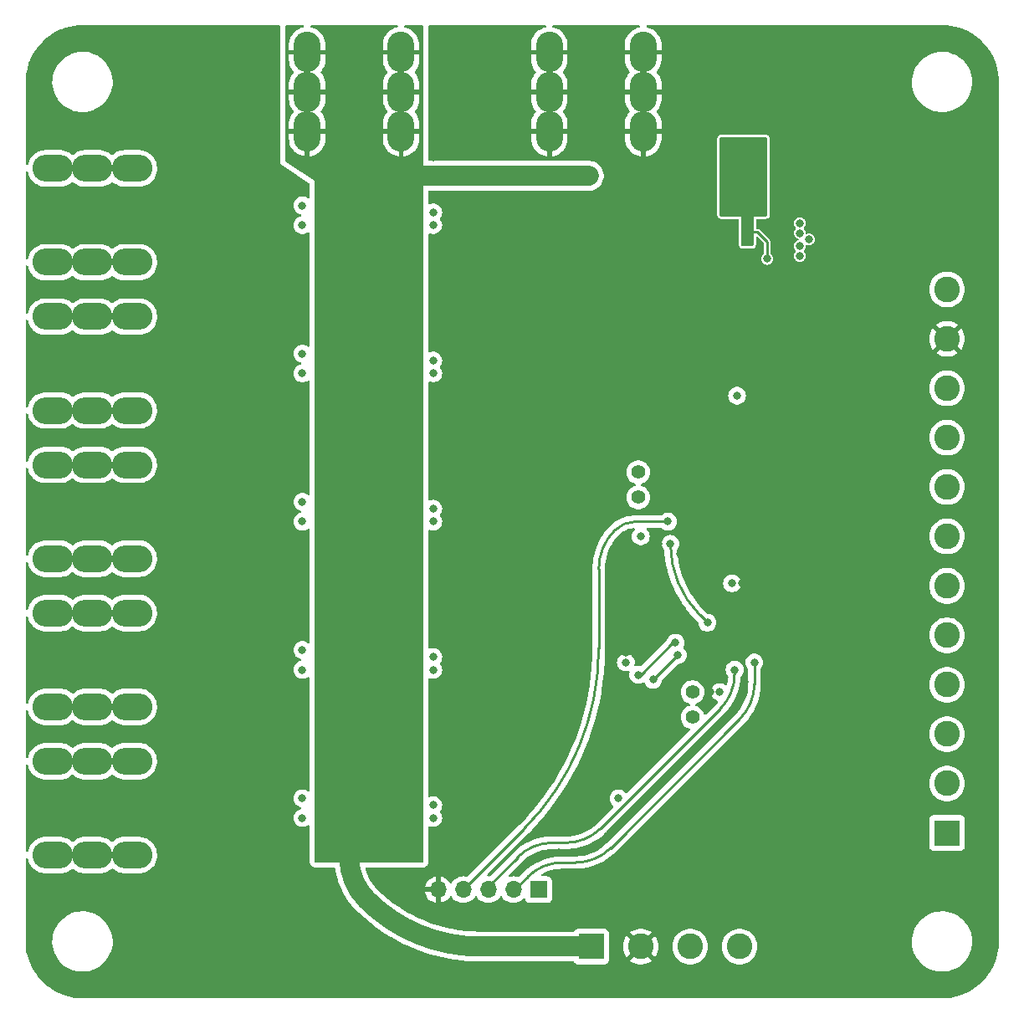
<source format=gbr>
%TF.GenerationSoftware,KiCad,Pcbnew,7.0.5-0*%
%TF.CreationDate,2023-07-18T22:02:12+02:00*%
%TF.ProjectId,buslight,6275736c-6967-4687-942e-6b696361645f,rev?*%
%TF.SameCoordinates,Original*%
%TF.FileFunction,Copper,L4,Bot*%
%TF.FilePolarity,Positive*%
%FSLAX46Y46*%
G04 Gerber Fmt 4.6, Leading zero omitted, Abs format (unit mm)*
G04 Created by KiCad (PCBNEW 7.0.5-0) date 2023-07-18 22:02:12*
%MOMM*%
%LPD*%
G01*
G04 APERTURE LIST*
%TA.AperFunction,ComponentPad*%
%ADD10R,2.600000X2.600000*%
%TD*%
%TA.AperFunction,ComponentPad*%
%ADD11C,2.600000*%
%TD*%
%TA.AperFunction,ComponentPad*%
%ADD12O,4.100000X2.700000*%
%TD*%
%TA.AperFunction,ComponentPad*%
%ADD13C,1.400000*%
%TD*%
%TA.AperFunction,ComponentPad*%
%ADD14O,2.700000X4.100000*%
%TD*%
%TA.AperFunction,ComponentPad*%
%ADD15R,1.700000X1.700000*%
%TD*%
%TA.AperFunction,ComponentPad*%
%ADD16O,1.700000X1.700000*%
%TD*%
%TA.AperFunction,ViaPad*%
%ADD17C,0.800000*%
%TD*%
%TA.AperFunction,Conductor*%
%ADD18C,2.000000*%
%TD*%
%TA.AperFunction,Conductor*%
%ADD19C,0.250000*%
%TD*%
G04 APERTURE END LIST*
D10*
%TO.P,J9,1,Pin_1*%
%TO.N,+BATT*%
X83000000Y-116500000D03*
D11*
%TO.P,J9,2,Pin_2*%
%TO.N,GND*%
X88000000Y-116500000D03*
%TO.P,J9,3,Pin_3*%
%TO.N,/Control/CAN_L*%
X93000000Y-116500000D03*
%TO.P,J9,4,Pin_4*%
%TO.N,/Control/CAN_H*%
X98000000Y-116500000D03*
%TD*%
D12*
%TO.P,J6,1,Pin_1*%
%TO.N,/Switch 5/OUT*%
X28500000Y-107250000D03*
X32500000Y-107250000D03*
X36500000Y-107250000D03*
X28500000Y-97750000D03*
X32500000Y-97750000D03*
X36500000Y-97750000D03*
%TD*%
%TO.P,J5,1,Pin_1*%
%TO.N,/Switch 4/OUT*%
X28500000Y-92250000D03*
X32500000Y-92250000D03*
X36500000Y-92250000D03*
X28500000Y-82750000D03*
X32500000Y-82750000D03*
X36500000Y-82750000D03*
%TD*%
%TO.P,J3,1,Pin_1*%
%TO.N,/Switch 1/OUT*%
X28500000Y-47250000D03*
X32500000Y-47250000D03*
X36500000Y-47250000D03*
X28500000Y-37750000D03*
X32500000Y-37750000D03*
X36500000Y-37750000D03*
%TD*%
D13*
%TO.P,TP2,1,1*%
%TO.N,TX*%
X93250000Y-90750000D03*
%TO.P,TP2,2,2*%
%TO.N,RX*%
X93250000Y-93290000D03*
%TD*%
D10*
%TO.P,J1,1,Pin_1*%
%TO.N,/IO Ports/SW_5_Conn*%
X119000000Y-105000000D03*
D11*
%TO.P,J1,2,Pin_2*%
%TO.N,/IO Ports/SW_4_Conn*%
X119000000Y-100000000D03*
%TO.P,J1,3,Pin_3*%
%TO.N,/IO Ports/SW_3_Conn*%
X119000000Y-95000000D03*
%TO.P,J1,4,Pin_4*%
%TO.N,/IO Ports/SW_2_Conn*%
X119000000Y-90000000D03*
%TO.P,J1,5,Pin_5*%
%TO.N,/IO Ports/SW_1_Conn*%
X119000000Y-85000000D03*
%TO.P,J1,6,Pin_6*%
%TO.N,/IO Ports/LED_5_Conn*%
X119000000Y-80000000D03*
%TO.P,J1,7,Pin_7*%
%TO.N,/IO Ports/LED_4_Conn*%
X119000000Y-75000000D03*
%TO.P,J1,8,Pin_8*%
%TO.N,/IO Ports/LED_3_Conn*%
X119000000Y-70000000D03*
%TO.P,J1,9,Pin_9*%
%TO.N,/IO Ports/LED_2_Conn*%
X119000000Y-65000000D03*
%TO.P,J1,10,Pin_10*%
%TO.N,/IO Ports/LED_1_Conn*%
X119000000Y-60000000D03*
%TO.P,J1,11,Pin_11*%
%TO.N,GND*%
X119000000Y-55000000D03*
%TO.P,J1,12,Pin_12*%
%TO.N,+BATT*%
X119000000Y-50000000D03*
%TD*%
D12*
%TO.P,J4,1,Pin_1*%
%TO.N,/Switch 3/OUT*%
X28500000Y-77250000D03*
X32500000Y-77250000D03*
X36500000Y-77250000D03*
X28500000Y-67750000D03*
X32500000Y-67750000D03*
X36500000Y-67750000D03*
%TD*%
D14*
%TO.P,J8,1,Pin_1*%
%TO.N,GND*%
X78750000Y-26000000D03*
X78750000Y-30000000D03*
X78750000Y-34000000D03*
X88250000Y-26000000D03*
X88250000Y-30000000D03*
X88250000Y-34000000D03*
%TD*%
D12*
%TO.P,J2,1,Pin_1*%
%TO.N,/Switch 2/OUT*%
X28500000Y-62250000D03*
X32500000Y-62250000D03*
X36500000Y-62250000D03*
X28500000Y-52750000D03*
X32500000Y-52750000D03*
X36500000Y-52750000D03*
%TD*%
D13*
%TO.P,TP3,1,1*%
%TO.N,+3.3V*%
X87750000Y-68500000D03*
%TO.P,TP3,2,2*%
%TO.N,/Control/BOOT0*%
X87750000Y-71040000D03*
%TD*%
D15*
%TO.P,J10,1,Pin_1*%
%TO.N,+3.3V*%
X77660000Y-110750000D03*
D16*
%TO.P,J10,2,Pin_2*%
%TO.N,/Control/SWCLK*%
X75120000Y-110750000D03*
%TO.P,J10,3,Pin_3*%
%TO.N,/Control/SWDIO*%
X72580000Y-110750000D03*
%TO.P,J10,4,Pin_4*%
%TO.N,/Control/NRST*%
X70040000Y-110750000D03*
%TO.P,J10,5,Pin_5*%
%TO.N,GND*%
X67500000Y-110750000D03*
%TD*%
D14*
%TO.P,J7,1,Pin_1*%
%TO.N,+BATT*%
X54250000Y-26000000D03*
X54250000Y-30000000D03*
X54250000Y-34000000D03*
X63750000Y-26000000D03*
X63750000Y-30000000D03*
X63750000Y-34000000D03*
%TD*%
D17*
%TO.N,GND*%
X70500000Y-106750000D03*
X71000000Y-94250000D03*
X71000000Y-79250000D03*
X71000000Y-64250000D03*
%TO.N,Net-(U120-IS)*%
X53750000Y-58500000D03*
X67000000Y-58500000D03*
%TO.N,GND*%
X71000000Y-49250000D03*
X107300000Y-37800000D03*
X85000000Y-94500000D03*
X102000000Y-78750000D03*
X46000000Y-51500000D03*
X89750000Y-72250000D03*
X105750000Y-92000000D03*
X49000000Y-52500000D03*
X46000000Y-40000000D03*
X85750000Y-41250000D03*
X67050000Y-67850000D03*
X46000000Y-54000000D03*
X70000000Y-118750000D03*
X42000000Y-98000000D03*
X46000000Y-68000000D03*
X43000000Y-53000000D03*
X104250000Y-97500000D03*
X84500000Y-35500000D03*
X71750000Y-72500000D03*
X41000000Y-80500000D03*
X94750000Y-81500000D03*
X86500000Y-93000000D03*
X47000000Y-68000000D03*
X50000000Y-82500000D03*
X43000000Y-80500000D03*
X91000000Y-44250000D03*
X89250000Y-38500000D03*
X75100000Y-118700000D03*
X42000000Y-38000000D03*
X46000000Y-110500000D03*
X42000000Y-95500000D03*
X46000000Y-96500000D03*
X67500000Y-113500000D03*
X43000000Y-38000000D03*
X46000000Y-66500000D03*
X46000000Y-80500000D03*
X84750000Y-45000000D03*
X43000000Y-70000000D03*
X84500000Y-31500000D03*
X71750000Y-42500000D03*
X105750000Y-97500000D03*
X47000000Y-84000000D03*
X83500000Y-34500000D03*
X46000000Y-112500000D03*
X84500000Y-27500000D03*
X50000000Y-52500000D03*
X102900000Y-43300000D03*
X47000000Y-70000000D03*
X84500000Y-29500000D03*
X81400000Y-81600000D03*
X43000000Y-54000000D03*
X95250000Y-68000000D03*
X43000000Y-69000000D03*
X81500000Y-28500000D03*
X85000000Y-88500000D03*
X89750000Y-75750000D03*
X50000000Y-81500000D03*
X47000000Y-100000000D03*
X42000000Y-80500000D03*
X42000000Y-68000000D03*
X43000000Y-99000000D03*
X71750000Y-87500000D03*
X49000000Y-97500000D03*
X50000000Y-67500000D03*
X84750000Y-41250000D03*
X86500000Y-90000000D03*
X95250000Y-86000000D03*
X47000000Y-83000000D03*
X102000000Y-64750000D03*
X46000000Y-65500000D03*
X92000000Y-76750000D03*
X50000000Y-111500000D03*
X85500000Y-30500000D03*
X46000000Y-83000000D03*
X91500000Y-66750000D03*
X83500000Y-30500000D03*
X46000000Y-55000000D03*
X81500000Y-34500000D03*
X102900000Y-44300000D03*
X102250000Y-97500000D03*
X92000000Y-69750000D03*
X99800000Y-46800000D03*
X80600000Y-56200000D03*
X67050000Y-97850000D03*
X50000000Y-96500000D03*
X89000000Y-65000000D03*
X105750000Y-86500000D03*
X82500000Y-31500000D03*
X82500000Y-29500000D03*
X88800000Y-80200000D03*
X85000000Y-91500000D03*
X62000000Y-110000000D03*
X67050000Y-52850000D03*
X67250000Y-62750000D03*
X47000000Y-40000000D03*
X46000000Y-81500000D03*
X49000000Y-67500000D03*
X50000000Y-112500000D03*
X67250000Y-92750000D03*
X42000000Y-50500000D03*
X106250000Y-66000000D03*
X47000000Y-39000000D03*
X41000000Y-95500000D03*
X42000000Y-83000000D03*
X46000000Y-111500000D03*
X85500000Y-24500000D03*
X78400000Y-84000000D03*
X84500000Y-33500000D03*
X86800000Y-76800000D03*
X102900000Y-45600000D03*
X43000000Y-84000000D03*
X102000000Y-75250000D03*
X41000000Y-65500000D03*
X50000000Y-51500000D03*
X100700000Y-50600000D03*
X105750000Y-103000000D03*
X43000000Y-83000000D03*
X50000000Y-80500000D03*
X85500000Y-32500000D03*
X90000000Y-97000000D03*
X50000000Y-97500000D03*
X106250000Y-69500000D03*
X67250000Y-77750000D03*
X83200000Y-55800000D03*
X102000000Y-71750000D03*
X43000000Y-68000000D03*
X91000000Y-99000000D03*
X102500000Y-50100000D03*
X102250000Y-86500000D03*
X46000000Y-50500000D03*
X83750000Y-45000000D03*
X70500000Y-114250000D03*
X80600000Y-68600000D03*
X43000000Y-85000000D03*
X106250000Y-73000000D03*
X46000000Y-100000000D03*
X85500000Y-34500000D03*
X66250000Y-118000000D03*
X102000000Y-44950000D03*
X82500000Y-25500000D03*
X42000000Y-53000000D03*
X85750000Y-99500000D03*
X49000000Y-112500000D03*
X82500000Y-27500000D03*
X47000000Y-54000000D03*
X43000000Y-98000000D03*
X91500000Y-65000000D03*
X43000000Y-50500000D03*
X92000000Y-41500000D03*
X43000000Y-65500000D03*
X50000000Y-110500000D03*
X81800000Y-64200000D03*
X81400000Y-84200000D03*
X104150000Y-48150000D03*
X50000000Y-50500000D03*
X47000000Y-112500000D03*
X71750000Y-102500000D03*
X58500000Y-113000000D03*
X104250000Y-86500000D03*
X42000000Y-65500000D03*
X86600000Y-75400000D03*
X47000000Y-38000000D03*
X46000000Y-98000000D03*
X46000000Y-38000000D03*
X85500000Y-26500000D03*
X102600000Y-47950000D03*
X47000000Y-85000000D03*
X104250000Y-103000000D03*
X81500000Y-26500000D03*
X85750000Y-45000000D03*
X46000000Y-70000000D03*
X50000000Y-95500000D03*
X50000000Y-65500000D03*
X102250000Y-92000000D03*
X81500000Y-24500000D03*
X46000000Y-53000000D03*
X80600000Y-41000000D03*
X84400000Y-50600000D03*
X81500000Y-30500000D03*
X43000000Y-95500000D03*
X101150000Y-44300000D03*
X106250000Y-80000000D03*
X43000000Y-100000000D03*
X83750000Y-41250000D03*
X102250000Y-108500000D03*
X82600000Y-101800000D03*
X46000000Y-39000000D03*
X43000000Y-55000000D03*
X48000000Y-112500000D03*
X47000000Y-53000000D03*
X43000000Y-40000000D03*
X102900000Y-46600000D03*
X47000000Y-55000000D03*
X67050000Y-36650000D03*
X67250000Y-47750000D03*
X50000000Y-66500000D03*
X46000000Y-95500000D03*
X105750000Y-108500000D03*
X86500000Y-86750000D03*
X82500000Y-35500000D03*
X79750000Y-107000000D03*
X102000000Y-68250000D03*
X86250000Y-103750000D03*
X47000000Y-98000000D03*
X83500000Y-24500000D03*
X65500000Y-109000000D03*
X95000000Y-90750000D03*
X75000000Y-114300000D03*
X86500000Y-96000000D03*
X46000000Y-69000000D03*
X85500000Y-28500000D03*
X47000000Y-99000000D03*
X75500000Y-109000000D03*
X82500000Y-33500000D03*
X84500000Y-25500000D03*
X67050000Y-82850000D03*
X46000000Y-85000000D03*
X81500000Y-32500000D03*
X93750000Y-69750000D03*
X104250000Y-92000000D03*
X101150000Y-43300000D03*
X98500000Y-89750000D03*
X46000000Y-99000000D03*
X85000000Y-97500000D03*
X41000000Y-50500000D03*
X83500000Y-32500000D03*
X102750000Y-103000000D03*
X43000000Y-39000000D03*
X83500000Y-28500000D03*
X98250000Y-79750000D03*
X90600000Y-82200000D03*
X47000000Y-69000000D03*
X83500000Y-26500000D03*
X71750000Y-57500000D03*
X81400000Y-93400000D03*
X106250000Y-76500000D03*
X94250000Y-75250000D03*
X49000000Y-82500000D03*
X46000000Y-84000000D03*
X104250000Y-108500000D03*
%TO.N,+BATT*%
X60000000Y-33500000D03*
X59500000Y-61500000D03*
X62500000Y-92500000D03*
X61000000Y-32500000D03*
X58500000Y-92500000D03*
X63500000Y-102500000D03*
X57500000Y-91500000D03*
X61000000Y-26500000D03*
X58500000Y-52500000D03*
X59000000Y-26500000D03*
X57500000Y-53500000D03*
X59000000Y-34500000D03*
X61500000Y-53500000D03*
X55500000Y-46500000D03*
X58500000Y-67500000D03*
X60500000Y-77500000D03*
X62500000Y-82500000D03*
X61500000Y-68500000D03*
X56500000Y-77500000D03*
X61000000Y-24500000D03*
X55500000Y-91500000D03*
X62500000Y-90500000D03*
X61500000Y-106500000D03*
X55500000Y-38500000D03*
X63500000Y-83500000D03*
X59500000Y-83500000D03*
X58500000Y-37500000D03*
X57000000Y-30500000D03*
X63500000Y-98500000D03*
X59500000Y-38500000D03*
X63500000Y-38500000D03*
X55500000Y-61500000D03*
X57500000Y-68500000D03*
X63500000Y-42500000D03*
X63500000Y-55500000D03*
X62500000Y-84500000D03*
X63500000Y-106500000D03*
X57000000Y-26500000D03*
X59500000Y-46500000D03*
X62500000Y-77500000D03*
X61500000Y-98500000D03*
X63500000Y-59500000D03*
X59000000Y-28500000D03*
X61500000Y-83500000D03*
X59000000Y-30500000D03*
X62500000Y-39500000D03*
X58000000Y-29500000D03*
X60000000Y-25500000D03*
X60500000Y-107500000D03*
X60500000Y-62500000D03*
X61500000Y-61500000D03*
X59500000Y-68500000D03*
X56500000Y-47500000D03*
X62500000Y-67500000D03*
X63500000Y-68500000D03*
X57500000Y-61500000D03*
X62500000Y-97500000D03*
X62500000Y-105500000D03*
X63500000Y-85500000D03*
X57500000Y-98500000D03*
X61000000Y-30500000D03*
X63500000Y-57500000D03*
X61500000Y-91500000D03*
X63500000Y-89500000D03*
X62500000Y-52500000D03*
X56500000Y-92500000D03*
X62500000Y-37500000D03*
X57000000Y-34500000D03*
X58500000Y-62500000D03*
X59500000Y-106500000D03*
X63500000Y-53500000D03*
X56500000Y-52500000D03*
X56500000Y-62500000D03*
X55500000Y-98500000D03*
X59000000Y-24500000D03*
X60500000Y-47500000D03*
X63500000Y-76500000D03*
X63500000Y-87500000D03*
X55500000Y-76500000D03*
X63500000Y-40500000D03*
X63500000Y-100500000D03*
X57500000Y-46500000D03*
X57500000Y-106500000D03*
X59000000Y-32500000D03*
X63500000Y-74500000D03*
X63500000Y-70500000D03*
X61000000Y-34500000D03*
X57000000Y-32500000D03*
X60000000Y-35500000D03*
X62500000Y-75500000D03*
X62500000Y-99500000D03*
X60000000Y-27500000D03*
X61500000Y-46500000D03*
X55500000Y-68500000D03*
X58500000Y-77500000D03*
X62500000Y-60500000D03*
X58500000Y-107500000D03*
X62500000Y-69500000D03*
X57500000Y-83500000D03*
X57500000Y-38500000D03*
X62500000Y-62500000D03*
X63500000Y-44500000D03*
X58500000Y-47500000D03*
X58000000Y-25500000D03*
X59500000Y-53500000D03*
X63500000Y-72500000D03*
X62500000Y-47500000D03*
X60500000Y-52500000D03*
X57500000Y-76500000D03*
X60000000Y-31500000D03*
X55500000Y-53500000D03*
X58000000Y-31500000D03*
X56500000Y-82500000D03*
X58000000Y-35500000D03*
X60500000Y-97500000D03*
X58000000Y-27500000D03*
X63500000Y-61500000D03*
X63500000Y-104500000D03*
X59500000Y-76500000D03*
X62500000Y-107500000D03*
X57000000Y-28500000D03*
X58000000Y-33500000D03*
X60500000Y-67500000D03*
X60500000Y-82500000D03*
X59500000Y-91500000D03*
X62500000Y-45500000D03*
X55500000Y-83500000D03*
X62500000Y-54500000D03*
X61500000Y-38500000D03*
X59500000Y-98500000D03*
X58500000Y-97500000D03*
X60500000Y-92500000D03*
X60500000Y-37500000D03*
X61000000Y-28500000D03*
X61500000Y-76500000D03*
X58500000Y-82500000D03*
X56500000Y-107500000D03*
X57000000Y-24500000D03*
X55500000Y-106500000D03*
X56500000Y-67500000D03*
X63500000Y-91500000D03*
X63500000Y-46500000D03*
X60000000Y-29500000D03*
X82750000Y-38500000D03*
X56500000Y-37500000D03*
X56500000Y-97500000D03*
%TO.N,/Switch 1/IN_Inverted*%
X67000000Y-42200000D03*
X53750000Y-41500000D03*
%TO.N,/Switch 2/IN_Inverted*%
X67000000Y-57200000D03*
X53750000Y-56500000D03*
%TO.N,/Switch 3/IN_Inverted*%
X67000000Y-72200000D03*
X53750000Y-71500000D03*
%TO.N,/Switch 4/IN_Inverted*%
X53750000Y-86500000D03*
X67000000Y-87200000D03*
%TO.N,/Switch 5/IN_Inverted*%
X53750000Y-101500000D03*
X67000000Y-102200000D03*
%TO.N,+3.3V*%
X96000000Y-90750000D03*
X105000000Y-44950000D03*
X88000000Y-75000000D03*
X97750000Y-60750000D03*
X85750000Y-101500000D03*
X97250000Y-79750000D03*
X104100000Y-46600000D03*
X104100000Y-43300000D03*
X104100000Y-45600000D03*
X104100000Y-44300000D03*
X86500000Y-87750000D03*
%TO.N,Net-(U110-IS)*%
X67000000Y-43500000D03*
X53750000Y-43500000D03*
%TO.N,Net-(U130-IS)*%
X53750000Y-73500000D03*
X67000000Y-73500000D03*
%TO.N,Net-(U140-IS)*%
X67000000Y-88500000D03*
X53750000Y-88500000D03*
%TO.N,Net-(U150-IS)*%
X53750000Y-103500000D03*
X67000000Y-103500000D03*
%TO.N,/Power supply/SW_3.3*%
X97800000Y-40200000D03*
X98800000Y-44200000D03*
X99000000Y-40200000D03*
X98800000Y-43400000D03*
X99000000Y-38600000D03*
X96600000Y-37000000D03*
X96600000Y-38600000D03*
X99000000Y-39400000D03*
X97800000Y-37000000D03*
X100793389Y-46910377D03*
X98800000Y-45000000D03*
X96600000Y-39400000D03*
X96600000Y-37800000D03*
X99000000Y-37000000D03*
X99000000Y-37800000D03*
X96600000Y-40200000D03*
%TO.N,/Control/CAN_RX*%
X87750000Y-89000000D03*
X91512299Y-85762299D03*
%TO.N,/Control/CAN_Rs*%
X89250000Y-89500000D03*
X91750000Y-87000000D03*
%TO.N,/Control/NRST*%
X90750000Y-73500000D03*
%TO.N,/Control/SWDIO*%
X97500000Y-88500000D03*
%TO.N,/Control/SWCLK*%
X99500000Y-87750000D03*
%TO.N,/Control/BOOT0*%
X94750000Y-83724500D03*
X91000000Y-75750000D03*
%TD*%
D18*
%TO.N,+BATT*%
X63500000Y-38500000D02*
X82750000Y-38500000D01*
X83000000Y-116500000D02*
X71692418Y-116500000D01*
X58500015Y-107500000D02*
G75*
G03*
X60267711Y-111767711I6035085J-200D01*
G01*
X60267707Y-111767715D02*
G75*
G03*
X71692418Y-116500000I11424693J11424615D01*
G01*
D19*
%TO.N,/Power supply/SW_3.3*%
X100793389Y-46910377D02*
X100793389Y-45193389D01*
X99800000Y-44200000D02*
X98800000Y-44200000D01*
X100793389Y-45193389D02*
X99800000Y-44200000D01*
%TO.N,/Control/CAN_RX*%
X88000000Y-89000000D02*
X91237701Y-85762299D01*
X87750000Y-89000000D02*
X88000000Y-89000000D01*
X91237701Y-85762299D02*
X91512299Y-85762299D01*
%TO.N,/Control/CAN_Rs*%
X91750000Y-87000000D02*
X89250000Y-89500000D01*
%TO.N,/Control/NRST*%
X87492641Y-73500000D02*
X90750000Y-73500000D01*
X83750000Y-86318981D02*
X83750000Y-78292866D01*
X70040000Y-110750000D02*
X76169096Y-104620904D01*
X87492641Y-73500029D02*
G75*
G03*
X85371321Y-74378679I-41J-2999971D01*
G01*
X76169099Y-104620907D02*
G75*
G03*
X83750000Y-86318981I-18301899J18301907D01*
G01*
X85371331Y-74378689D02*
G75*
G03*
X83750000Y-78292866I3914169J-3914211D01*
G01*
%TO.N,/Control/SWDIO*%
X72720000Y-110750000D02*
X72720000Y-110280000D01*
X83964466Y-104535534D02*
X96035534Y-92464466D01*
X79071068Y-106000000D02*
X80428932Y-106000000D01*
X72720000Y-110280000D02*
X75535534Y-107464466D01*
X97500000Y-88928932D02*
X97500000Y-88500000D01*
X96035518Y-92464450D02*
G75*
G03*
X97500000Y-88928932I-3535518J3535550D01*
G01*
X79071068Y-105999978D02*
G75*
G03*
X75535535Y-107464467I32J-5000022D01*
G01*
X80428932Y-106000022D02*
G75*
G03*
X83964465Y-104535533I-32J5000022D01*
G01*
%TO.N,/Control/SWCLK*%
X76545534Y-109464466D02*
X75260000Y-110750000D01*
X81428932Y-108000000D02*
X80081068Y-108000000D01*
X99500000Y-87750000D02*
X99500000Y-89928932D01*
X98035534Y-93464466D02*
X84964466Y-106535534D01*
X80081068Y-107999978D02*
G75*
G03*
X76545535Y-109464467I32J-5000022D01*
G01*
X81428932Y-108000022D02*
G75*
G03*
X84964465Y-106535533I-32J5000022D01*
G01*
X98035518Y-93464450D02*
G75*
G03*
X99500000Y-89928932I-3535518J3535550D01*
G01*
%TO.N,/Control/BOOT0*%
X93987117Y-82961617D02*
X94750000Y-83724500D01*
X91000029Y-75750000D02*
G75*
G03*
X93987118Y-82961616I10198671J-100D01*
G01*
%TD*%
%TA.AperFunction,Conductor*%
%TO.N,GND*%
G36*
X51437539Y-23270185D02*
G01*
X51483294Y-23322989D01*
X51494500Y-23374500D01*
X51494500Y-36933638D01*
X51505166Y-37036930D01*
X51505169Y-37036947D01*
X51515521Y-37086536D01*
X51515525Y-37086552D01*
X51547077Y-37185491D01*
X51622819Y-37307816D01*
X51636846Y-37324564D01*
X51667666Y-37361365D01*
X51667672Y-37361372D01*
X51667675Y-37361375D01*
X51667677Y-37361377D01*
X51774816Y-37457412D01*
X51774818Y-37457413D01*
X51774820Y-37457415D01*
X52315346Y-37817765D01*
X54439284Y-39233723D01*
X54484144Y-39287287D01*
X54494500Y-39336896D01*
X54494500Y-40684468D01*
X54474815Y-40751507D01*
X54422011Y-40797262D01*
X54352853Y-40807206D01*
X54297615Y-40784786D01*
X54202734Y-40715851D01*
X54202729Y-40715848D01*
X54029807Y-40638857D01*
X54029802Y-40638855D01*
X53884000Y-40607865D01*
X53844646Y-40599500D01*
X53655354Y-40599500D01*
X53622897Y-40606398D01*
X53470197Y-40638855D01*
X53470192Y-40638857D01*
X53297270Y-40715848D01*
X53297265Y-40715851D01*
X53144129Y-40827111D01*
X53017466Y-40967785D01*
X52922821Y-41131715D01*
X52922818Y-41131722D01*
X52868304Y-41299500D01*
X52864326Y-41311744D01*
X52844540Y-41500000D01*
X52864326Y-41688256D01*
X52864327Y-41688259D01*
X52922818Y-41868277D01*
X52922821Y-41868284D01*
X53017467Y-42032216D01*
X53144129Y-42172887D01*
X53144129Y-42172888D01*
X53297265Y-42284148D01*
X53297270Y-42284151D01*
X53470192Y-42361142D01*
X53470197Y-42361144D01*
X53552839Y-42378710D01*
X53614321Y-42411902D01*
X53648097Y-42473065D01*
X53643445Y-42542780D01*
X53601840Y-42598912D01*
X53552839Y-42621290D01*
X53470197Y-42638855D01*
X53470192Y-42638857D01*
X53297270Y-42715848D01*
X53297265Y-42715851D01*
X53144129Y-42827111D01*
X53017466Y-42967785D01*
X52922821Y-43131715D01*
X52922818Y-43131722D01*
X52868142Y-43300000D01*
X52864326Y-43311744D01*
X52844540Y-43500000D01*
X52864326Y-43688256D01*
X52864327Y-43688259D01*
X52922818Y-43868277D01*
X52922821Y-43868284D01*
X53017467Y-44032216D01*
X53068467Y-44088857D01*
X53144129Y-44172888D01*
X53297265Y-44284148D01*
X53297270Y-44284151D01*
X53470192Y-44361142D01*
X53470197Y-44361144D01*
X53655354Y-44400500D01*
X53655355Y-44400500D01*
X53844644Y-44400500D01*
X53844646Y-44400500D01*
X54029803Y-44361144D01*
X54202730Y-44284151D01*
X54297616Y-44215212D01*
X54363421Y-44191733D01*
X54431474Y-44207558D01*
X54480169Y-44257664D01*
X54494500Y-44315531D01*
X54494500Y-55684468D01*
X54474815Y-55751507D01*
X54422011Y-55797262D01*
X54352853Y-55807206D01*
X54297615Y-55784786D01*
X54202734Y-55715851D01*
X54202729Y-55715848D01*
X54029807Y-55638857D01*
X54029802Y-55638855D01*
X53884000Y-55607865D01*
X53844646Y-55599500D01*
X53655354Y-55599500D01*
X53622897Y-55606398D01*
X53470197Y-55638855D01*
X53470192Y-55638857D01*
X53297270Y-55715848D01*
X53297265Y-55715851D01*
X53144129Y-55827111D01*
X53017466Y-55967785D01*
X52922821Y-56131715D01*
X52922818Y-56131722D01*
X52868304Y-56299500D01*
X52864326Y-56311744D01*
X52844540Y-56500000D01*
X52864326Y-56688256D01*
X52864327Y-56688259D01*
X52922818Y-56868277D01*
X52922821Y-56868284D01*
X53017467Y-57032216D01*
X53144129Y-57172888D01*
X53297265Y-57284148D01*
X53297270Y-57284151D01*
X53470192Y-57361142D01*
X53470197Y-57361144D01*
X53552839Y-57378710D01*
X53614321Y-57411902D01*
X53648097Y-57473065D01*
X53643445Y-57542780D01*
X53601840Y-57598912D01*
X53552839Y-57621290D01*
X53470197Y-57638855D01*
X53470192Y-57638857D01*
X53297270Y-57715848D01*
X53297265Y-57715851D01*
X53144129Y-57827111D01*
X53017466Y-57967785D01*
X52922821Y-58131715D01*
X52922818Y-58131722D01*
X52887728Y-58239720D01*
X52864326Y-58311744D01*
X52844540Y-58500000D01*
X52864326Y-58688256D01*
X52864327Y-58688259D01*
X52922818Y-58868277D01*
X52922821Y-58868284D01*
X53017467Y-59032216D01*
X53144129Y-59172888D01*
X53297265Y-59284148D01*
X53297270Y-59284151D01*
X53470192Y-59361142D01*
X53470197Y-59361144D01*
X53655354Y-59400500D01*
X53655355Y-59400500D01*
X53844644Y-59400500D01*
X53844646Y-59400500D01*
X54029803Y-59361144D01*
X54202730Y-59284151D01*
X54297616Y-59215212D01*
X54363421Y-59191733D01*
X54431474Y-59207558D01*
X54480169Y-59257664D01*
X54494500Y-59315531D01*
X54494500Y-70684468D01*
X54474815Y-70751507D01*
X54422011Y-70797262D01*
X54352853Y-70807206D01*
X54297615Y-70784786D01*
X54202734Y-70715851D01*
X54202729Y-70715848D01*
X54029807Y-70638857D01*
X54029802Y-70638855D01*
X53868056Y-70604476D01*
X53844646Y-70599500D01*
X53655354Y-70599500D01*
X53631944Y-70604476D01*
X53470197Y-70638855D01*
X53470192Y-70638857D01*
X53297270Y-70715848D01*
X53297265Y-70715851D01*
X53144129Y-70827111D01*
X53017466Y-70967785D01*
X52922821Y-71131715D01*
X52922818Y-71131722D01*
X52868304Y-71299500D01*
X52864326Y-71311744D01*
X52844540Y-71500000D01*
X52864326Y-71688256D01*
X52864327Y-71688259D01*
X52922818Y-71868277D01*
X52922821Y-71868284D01*
X53017467Y-72032216D01*
X53144129Y-72172888D01*
X53297265Y-72284148D01*
X53297270Y-72284151D01*
X53470192Y-72361142D01*
X53470193Y-72361142D01*
X53470197Y-72361144D01*
X53552841Y-72378710D01*
X53614320Y-72411900D01*
X53648097Y-72473063D01*
X53643445Y-72542777D01*
X53601842Y-72598910D01*
X53552840Y-72621289D01*
X53470196Y-72638856D01*
X53470192Y-72638857D01*
X53297270Y-72715848D01*
X53297265Y-72715851D01*
X53144129Y-72827111D01*
X53017466Y-72967785D01*
X52922821Y-73131715D01*
X52922818Y-73131722D01*
X52887728Y-73239720D01*
X52864326Y-73311744D01*
X52844540Y-73500000D01*
X52864326Y-73688256D01*
X52864327Y-73688259D01*
X52922818Y-73868277D01*
X52922821Y-73868284D01*
X53017467Y-74032216D01*
X53114751Y-74140260D01*
X53144129Y-74172888D01*
X53297265Y-74284148D01*
X53297270Y-74284151D01*
X53470192Y-74361142D01*
X53470197Y-74361144D01*
X53655354Y-74400500D01*
X53655355Y-74400500D01*
X53844644Y-74400500D01*
X53844646Y-74400500D01*
X54029803Y-74361144D01*
X54202730Y-74284151D01*
X54297616Y-74215212D01*
X54363421Y-74191733D01*
X54431474Y-74207558D01*
X54480169Y-74257664D01*
X54494500Y-74315531D01*
X54494500Y-85684468D01*
X54474815Y-85751507D01*
X54422011Y-85797262D01*
X54352853Y-85807206D01*
X54297615Y-85784786D01*
X54202734Y-85715851D01*
X54202729Y-85715848D01*
X54029807Y-85638857D01*
X54029802Y-85638855D01*
X53884001Y-85607865D01*
X53844646Y-85599500D01*
X53655354Y-85599500D01*
X53622897Y-85606398D01*
X53470197Y-85638855D01*
X53470192Y-85638857D01*
X53297270Y-85715848D01*
X53297265Y-85715851D01*
X53144129Y-85827111D01*
X53017466Y-85967785D01*
X52922821Y-86131715D01*
X52922818Y-86131722D01*
X52868304Y-86299500D01*
X52864326Y-86311744D01*
X52844540Y-86500000D01*
X52864326Y-86688256D01*
X52864327Y-86688259D01*
X52922818Y-86868277D01*
X52922821Y-86868284D01*
X53017467Y-87032216D01*
X53057891Y-87077111D01*
X53144129Y-87172888D01*
X53297265Y-87284148D01*
X53297270Y-87284151D01*
X53470192Y-87361142D01*
X53470193Y-87361142D01*
X53470197Y-87361144D01*
X53552841Y-87378710D01*
X53614320Y-87411900D01*
X53648097Y-87473063D01*
X53643445Y-87542777D01*
X53601842Y-87598910D01*
X53552840Y-87621289D01*
X53470196Y-87638856D01*
X53470192Y-87638857D01*
X53297270Y-87715848D01*
X53297265Y-87715851D01*
X53144129Y-87827111D01*
X53017466Y-87967785D01*
X52922821Y-88131715D01*
X52922818Y-88131722D01*
X52887728Y-88239720D01*
X52864326Y-88311744D01*
X52844540Y-88500000D01*
X52864326Y-88688256D01*
X52864327Y-88688259D01*
X52922818Y-88868277D01*
X52922821Y-88868284D01*
X53017467Y-89032216D01*
X53124599Y-89151198D01*
X53144129Y-89172888D01*
X53297265Y-89284148D01*
X53297270Y-89284151D01*
X53470192Y-89361142D01*
X53470197Y-89361144D01*
X53655354Y-89400500D01*
X53655355Y-89400500D01*
X53844644Y-89400500D01*
X53844646Y-89400500D01*
X54029803Y-89361144D01*
X54202730Y-89284151D01*
X54297616Y-89215212D01*
X54363421Y-89191733D01*
X54431474Y-89207558D01*
X54480169Y-89257664D01*
X54494500Y-89315531D01*
X54494500Y-100684468D01*
X54474815Y-100751507D01*
X54422011Y-100797262D01*
X54352853Y-100807206D01*
X54297615Y-100784786D01*
X54202734Y-100715851D01*
X54202729Y-100715848D01*
X54029807Y-100638857D01*
X54029802Y-100638855D01*
X53884001Y-100607865D01*
X53844646Y-100599500D01*
X53655354Y-100599500D01*
X53622897Y-100606398D01*
X53470197Y-100638855D01*
X53470192Y-100638857D01*
X53297270Y-100715848D01*
X53297265Y-100715851D01*
X53144129Y-100827111D01*
X53017466Y-100967785D01*
X52922821Y-101131715D01*
X52922818Y-101131722D01*
X52868304Y-101299500D01*
X52864326Y-101311744D01*
X52844540Y-101500000D01*
X52864326Y-101688256D01*
X52864327Y-101688259D01*
X52922818Y-101868277D01*
X52922821Y-101868284D01*
X53017467Y-102032216D01*
X53049292Y-102067561D01*
X53144129Y-102172888D01*
X53297265Y-102284148D01*
X53297270Y-102284151D01*
X53470192Y-102361142D01*
X53470197Y-102361144D01*
X53552839Y-102378710D01*
X53614321Y-102411902D01*
X53648097Y-102473065D01*
X53643445Y-102542780D01*
X53601840Y-102598912D01*
X53552839Y-102621290D01*
X53470197Y-102638855D01*
X53470192Y-102638857D01*
X53297270Y-102715848D01*
X53297265Y-102715851D01*
X53144129Y-102827111D01*
X53017466Y-102967785D01*
X52922821Y-103131715D01*
X52922818Y-103131722D01*
X52864327Y-103311740D01*
X52864326Y-103311744D01*
X52844540Y-103500000D01*
X52864326Y-103688256D01*
X52864327Y-103688259D01*
X52922818Y-103868277D01*
X52922821Y-103868284D01*
X53017467Y-104032216D01*
X53144128Y-104172887D01*
X53144129Y-104172888D01*
X53297265Y-104284148D01*
X53297270Y-104284151D01*
X53470192Y-104361142D01*
X53470197Y-104361144D01*
X53655354Y-104400500D01*
X53655355Y-104400500D01*
X53844644Y-104400500D01*
X53844646Y-104400500D01*
X54029803Y-104361144D01*
X54202730Y-104284151D01*
X54297616Y-104215212D01*
X54363421Y-104191733D01*
X54431474Y-104207558D01*
X54480169Y-104257664D01*
X54494499Y-104315531D01*
X54494500Y-107876000D01*
X54494501Y-107876009D01*
X54506052Y-107983450D01*
X54506054Y-107983462D01*
X54517260Y-108034972D01*
X54551383Y-108137497D01*
X54551386Y-108137503D01*
X54629171Y-108258537D01*
X54629179Y-108258548D01*
X54674923Y-108311340D01*
X54674926Y-108311343D01*
X54674930Y-108311347D01*
X54783664Y-108405567D01*
X54783667Y-108405568D01*
X54783668Y-108405569D01*
X54914536Y-108465336D01*
X54914537Y-108465336D01*
X54914541Y-108465338D01*
X54981580Y-108485023D01*
X54981584Y-108485024D01*
X55124000Y-108505500D01*
X56958093Y-108505500D01*
X57025132Y-108525185D01*
X57070887Y-108577989D01*
X57081032Y-108613316D01*
X57084809Y-108642008D01*
X57096154Y-108728199D01*
X57192404Y-109212134D01*
X57192408Y-109212149D01*
X57320091Y-109688704D01*
X57320096Y-109688720D01*
X57320098Y-109688726D01*
X57384547Y-109878594D01*
X57478692Y-110155950D01*
X57478692Y-110155952D01*
X57667507Y-110611803D01*
X57667511Y-110611811D01*
X57885731Y-111054323D01*
X57885732Y-111054325D01*
X58105999Y-111435842D01*
X58132438Y-111481635D01*
X58243515Y-111647872D01*
X58406564Y-111891891D01*
X58406565Y-111891893D01*
X58706927Y-112283327D01*
X58922760Y-112529433D01*
X59032264Y-112654295D01*
X59170371Y-112792398D01*
X59170379Y-112792413D01*
X59206690Y-112828724D01*
X59206690Y-112828725D01*
X59479129Y-113101165D01*
X59479149Y-113101183D01*
X59479155Y-113101189D01*
X60047238Y-113621745D01*
X60047271Y-113621774D01*
X60637529Y-114117062D01*
X60637533Y-114117065D01*
X60637550Y-114117079D01*
X61248888Y-114586178D01*
X61749601Y-114936783D01*
X61880106Y-115028164D01*
X61880129Y-115028179D01*
X62529984Y-115442184D01*
X62530017Y-115442204D01*
X62742975Y-115565156D01*
X63197340Y-115827485D01*
X63197348Y-115827489D01*
X63197353Y-115827492D01*
X63880833Y-116183290D01*
X63880841Y-116183294D01*
X63880849Y-116183298D01*
X64579227Y-116508959D01*
X65291146Y-116803846D01*
X66015251Y-117067400D01*
X66750162Y-117299117D01*
X67494482Y-117498557D01*
X68246792Y-117665340D01*
X69005661Y-117799149D01*
X69005673Y-117799150D01*
X69005688Y-117799153D01*
X69375758Y-117847873D01*
X69769645Y-117899729D01*
X70537289Y-117966889D01*
X71307132Y-118000500D01*
X71630351Y-118000500D01*
X81162820Y-118000500D01*
X81229859Y-118020185D01*
X81262085Y-118050187D01*
X81342454Y-118157546D01*
X81388643Y-118192123D01*
X81457664Y-118243793D01*
X81457671Y-118243797D01*
X81592517Y-118294091D01*
X81592516Y-118294091D01*
X81599444Y-118294835D01*
X81652127Y-118300500D01*
X84347872Y-118300499D01*
X84407483Y-118294091D01*
X84542331Y-118243796D01*
X84657546Y-118157546D01*
X84743796Y-118042331D01*
X84794091Y-117907483D01*
X84800500Y-117847873D01*
X84800500Y-116500004D01*
X86194953Y-116500004D01*
X86215113Y-116769026D01*
X86215113Y-116769028D01*
X86275142Y-117032033D01*
X86275148Y-117032052D01*
X86373709Y-117283181D01*
X86373708Y-117283181D01*
X86508602Y-117516822D01*
X86562294Y-117584151D01*
X87397452Y-116748993D01*
X87407188Y-116778956D01*
X87495186Y-116917619D01*
X87614903Y-117030040D01*
X87749510Y-117104041D01*
X86914848Y-117938702D01*
X87097483Y-118063220D01*
X87097485Y-118063221D01*
X87340539Y-118180269D01*
X87340537Y-118180269D01*
X87598337Y-118259790D01*
X87598343Y-118259792D01*
X87865101Y-118299999D01*
X87865110Y-118300000D01*
X88134890Y-118300000D01*
X88134898Y-118299999D01*
X88401656Y-118259792D01*
X88401662Y-118259790D01*
X88659461Y-118180269D01*
X88902521Y-118063218D01*
X89085150Y-117938702D01*
X88247534Y-117101086D01*
X88315629Y-117074126D01*
X88448492Y-116977595D01*
X88553175Y-116851055D01*
X88601631Y-116748079D01*
X89437703Y-117584151D01*
X89437704Y-117584150D01*
X89491393Y-117516828D01*
X89491400Y-117516817D01*
X89626290Y-117283181D01*
X89724851Y-117032052D01*
X89724857Y-117032033D01*
X89784886Y-116769028D01*
X89784886Y-116769026D01*
X89805047Y-116500004D01*
X91194451Y-116500004D01*
X91214616Y-116769101D01*
X91274664Y-117032188D01*
X91274666Y-117032195D01*
X91373256Y-117283396D01*
X91373258Y-117283400D01*
X91382332Y-117299117D01*
X91508185Y-117517102D01*
X91561655Y-117584151D01*
X91676442Y-117728089D01*
X91824885Y-117865823D01*
X91874259Y-117911635D01*
X92097226Y-118063651D01*
X92340359Y-118180738D01*
X92598228Y-118260280D01*
X92598229Y-118260280D01*
X92598232Y-118260281D01*
X92865063Y-118300499D01*
X92865068Y-118300499D01*
X92865071Y-118300500D01*
X92865072Y-118300500D01*
X93134928Y-118300500D01*
X93134929Y-118300500D01*
X93134936Y-118300499D01*
X93401767Y-118260281D01*
X93401768Y-118260280D01*
X93401772Y-118260280D01*
X93659641Y-118180738D01*
X93902775Y-118063651D01*
X94125741Y-117911635D01*
X94323561Y-117728085D01*
X94491815Y-117517102D01*
X94626743Y-117283398D01*
X94725334Y-117032195D01*
X94785383Y-116769103D01*
X94797546Y-116606793D01*
X94805549Y-116500004D01*
X96194451Y-116500004D01*
X96214616Y-116769101D01*
X96274664Y-117032188D01*
X96274666Y-117032195D01*
X96373256Y-117283396D01*
X96373258Y-117283400D01*
X96382332Y-117299117D01*
X96508185Y-117517102D01*
X96561655Y-117584151D01*
X96676442Y-117728089D01*
X96824885Y-117865823D01*
X96874259Y-117911635D01*
X97097226Y-118063651D01*
X97340359Y-118180738D01*
X97598228Y-118260280D01*
X97598229Y-118260280D01*
X97598232Y-118260281D01*
X97865063Y-118300499D01*
X97865068Y-118300499D01*
X97865071Y-118300500D01*
X97865072Y-118300500D01*
X98134928Y-118300500D01*
X98134929Y-118300500D01*
X98134936Y-118300499D01*
X98401767Y-118260281D01*
X98401768Y-118260280D01*
X98401772Y-118260280D01*
X98659641Y-118180738D01*
X98902775Y-118063651D01*
X99125741Y-117911635D01*
X99323561Y-117728085D01*
X99491815Y-117517102D01*
X99626743Y-117283398D01*
X99725334Y-117032195D01*
X99785383Y-116769103D01*
X99797546Y-116606793D01*
X99805549Y-116500004D01*
X99805549Y-116499995D01*
X99785389Y-116230973D01*
X99785383Y-116230897D01*
X99752596Y-116087248D01*
X115445762Y-116087248D01*
X115475617Y-116434843D01*
X115544895Y-116776747D01*
X115544901Y-116776769D01*
X115652707Y-117108559D01*
X115797627Y-117425889D01*
X115797632Y-117425899D01*
X115977776Y-117724633D01*
X115977780Y-117724638D01*
X115977785Y-117724647D01*
X116019674Y-117778970D01*
X116190812Y-118000907D01*
X116190825Y-118000921D01*
X116433947Y-118251090D01*
X116433958Y-118251099D01*
X116433959Y-118251100D01*
X116704032Y-118471938D01*
X116704039Y-118471942D01*
X116704041Y-118471944D01*
X116704042Y-118471945D01*
X116997512Y-118660547D01*
X117310579Y-118814472D01*
X117310581Y-118814473D01*
X117310592Y-118814478D01*
X117639171Y-118931714D01*
X117639174Y-118931714D01*
X117639175Y-118931715D01*
X117978965Y-119010731D01*
X117978970Y-119010731D01*
X117978972Y-119010732D01*
X118138989Y-119029092D01*
X118325564Y-119050500D01*
X118325566Y-119050500D01*
X118587132Y-119050500D01*
X118587145Y-119050500D01*
X118848299Y-119035567D01*
X119192057Y-118976077D01*
X119526793Y-118877789D01*
X119848144Y-118741986D01*
X120151919Y-118570436D01*
X120434159Y-118365377D01*
X120691184Y-118129481D01*
X120919644Y-117865824D01*
X121116560Y-117577844D01*
X121279365Y-117269294D01*
X121405937Y-116944196D01*
X121442832Y-116803836D01*
X121469479Y-116702457D01*
X121494626Y-116606790D01*
X121544275Y-116261473D01*
X121549671Y-116072579D01*
X121554237Y-115912758D01*
X121554237Y-115912747D01*
X121548848Y-115850000D01*
X121524383Y-115565159D01*
X121464963Y-115271910D01*
X121455104Y-115223252D01*
X121455098Y-115223230D01*
X121427537Y-115138408D01*
X121347295Y-114891447D01*
X121285532Y-114756206D01*
X121202372Y-114574110D01*
X121202367Y-114574100D01*
X121022223Y-114275366D01*
X121022221Y-114275364D01*
X121022215Y-114275353D01*
X120919536Y-114142196D01*
X120809187Y-113999092D01*
X120809174Y-113999078D01*
X120566052Y-113748909D01*
X120426286Y-113634623D01*
X120295968Y-113528062D01*
X120295961Y-113528057D01*
X120295958Y-113528055D01*
X120295957Y-113528054D01*
X120002487Y-113339452D01*
X119689420Y-113185527D01*
X119689413Y-113185524D01*
X119689408Y-113185522D01*
X119437177Y-113095526D01*
X119360824Y-113068284D01*
X119021034Y-112989268D01*
X118674436Y-112949500D01*
X118674434Y-112949500D01*
X118412855Y-112949500D01*
X118412845Y-112949500D01*
X118151704Y-112964432D01*
X117807951Y-113023921D01*
X117807934Y-113023925D01*
X117473207Y-113122210D01*
X117473206Y-113122211D01*
X117151869Y-113258008D01*
X117151858Y-113258013D01*
X116848087Y-113429560D01*
X116848073Y-113429570D01*
X116565844Y-113634619D01*
X116565844Y-113634620D01*
X116308819Y-113870515D01*
X116080355Y-114134176D01*
X115883443Y-114422150D01*
X115883440Y-114422155D01*
X115720637Y-114730701D01*
X115720631Y-114730715D01*
X115594060Y-115055809D01*
X115505374Y-115393206D01*
X115455726Y-115738519D01*
X115455724Y-115738539D01*
X115445762Y-116087241D01*
X115445762Y-116087248D01*
X99752596Y-116087248D01*
X99725334Y-115967805D01*
X99626743Y-115716602D01*
X99491815Y-115482898D01*
X99323561Y-115271915D01*
X99323560Y-115271914D01*
X99323557Y-115271910D01*
X99125741Y-115088365D01*
X99077983Y-115055804D01*
X98902775Y-114936349D01*
X98902769Y-114936346D01*
X98902768Y-114936345D01*
X98902767Y-114936344D01*
X98659643Y-114819263D01*
X98659645Y-114819263D01*
X98401773Y-114739720D01*
X98401767Y-114739718D01*
X98134936Y-114699500D01*
X98134929Y-114699500D01*
X97865071Y-114699500D01*
X97865063Y-114699500D01*
X97598232Y-114739718D01*
X97598226Y-114739720D01*
X97340358Y-114819262D01*
X97097230Y-114936346D01*
X96874258Y-115088365D01*
X96676442Y-115271910D01*
X96508185Y-115482898D01*
X96373258Y-115716599D01*
X96373256Y-115716603D01*
X96274666Y-115967804D01*
X96274664Y-115967811D01*
X96214616Y-116230898D01*
X96194451Y-116499995D01*
X96194451Y-116500004D01*
X94805549Y-116500004D01*
X94805549Y-116499995D01*
X94785389Y-116230973D01*
X94785383Y-116230897D01*
X94725334Y-115967805D01*
X94626743Y-115716602D01*
X94491815Y-115482898D01*
X94323561Y-115271915D01*
X94323560Y-115271914D01*
X94323557Y-115271910D01*
X94125741Y-115088365D01*
X94077983Y-115055804D01*
X93902775Y-114936349D01*
X93902769Y-114936346D01*
X93902768Y-114936345D01*
X93902767Y-114936344D01*
X93659643Y-114819263D01*
X93659645Y-114819263D01*
X93401773Y-114739720D01*
X93401767Y-114739718D01*
X93134936Y-114699500D01*
X93134929Y-114699500D01*
X92865071Y-114699500D01*
X92865063Y-114699500D01*
X92598232Y-114739718D01*
X92598226Y-114739720D01*
X92340358Y-114819262D01*
X92097230Y-114936346D01*
X91874258Y-115088365D01*
X91676442Y-115271910D01*
X91508185Y-115482898D01*
X91373258Y-115716599D01*
X91373256Y-115716603D01*
X91274666Y-115967804D01*
X91274664Y-115967811D01*
X91214616Y-116230898D01*
X91194451Y-116499995D01*
X91194451Y-116500004D01*
X89805047Y-116500004D01*
X89805047Y-116499995D01*
X89784886Y-116230973D01*
X89784886Y-116230971D01*
X89724857Y-115967966D01*
X89724851Y-115967947D01*
X89626290Y-115716818D01*
X89626291Y-115716818D01*
X89491397Y-115483177D01*
X89437704Y-115415847D01*
X88602546Y-116251004D01*
X88592812Y-116221044D01*
X88504814Y-116082381D01*
X88385097Y-115969960D01*
X88250488Y-115895957D01*
X89085150Y-115061296D01*
X88902517Y-114936779D01*
X88902516Y-114936778D01*
X88659460Y-114819730D01*
X88659462Y-114819730D01*
X88401662Y-114740209D01*
X88401656Y-114740207D01*
X88134898Y-114700000D01*
X87865101Y-114700000D01*
X87598343Y-114740207D01*
X87598337Y-114740209D01*
X87340538Y-114819730D01*
X87097485Y-114936778D01*
X87097476Y-114936783D01*
X86914848Y-115061296D01*
X87752464Y-115898913D01*
X87684371Y-115925874D01*
X87551508Y-116022405D01*
X87446825Y-116148945D01*
X87398368Y-116251921D01*
X86562295Y-115415848D01*
X86508600Y-115483180D01*
X86373709Y-115716818D01*
X86275148Y-115967947D01*
X86275142Y-115967966D01*
X86215113Y-116230971D01*
X86215113Y-116230973D01*
X86194953Y-116499995D01*
X86194953Y-116500004D01*
X84800500Y-116500004D01*
X84800499Y-115152128D01*
X84794091Y-115092517D01*
X84792542Y-115088365D01*
X84743797Y-114957671D01*
X84743793Y-114957664D01*
X84657547Y-114842455D01*
X84657544Y-114842452D01*
X84542335Y-114756206D01*
X84542328Y-114756202D01*
X84407482Y-114705908D01*
X84407483Y-114705908D01*
X84347883Y-114699501D01*
X84347881Y-114699500D01*
X84347873Y-114699500D01*
X84347864Y-114699500D01*
X81652129Y-114699500D01*
X81652123Y-114699501D01*
X81592516Y-114705908D01*
X81457671Y-114756202D01*
X81457664Y-114756206D01*
X81342456Y-114842452D01*
X81342455Y-114842453D01*
X81342454Y-114842454D01*
X81262087Y-114949811D01*
X81206153Y-114991682D01*
X81162820Y-114999500D01*
X71693191Y-114999500D01*
X71691670Y-114999481D01*
X70974771Y-114981882D01*
X70971731Y-114981733D01*
X70257338Y-114929037D01*
X70254332Y-114928741D01*
X69747232Y-114866196D01*
X69543373Y-114841053D01*
X69540379Y-114840609D01*
X68834580Y-114718141D01*
X68831602Y-114717549D01*
X68243650Y-114585520D01*
X68132654Y-114560595D01*
X68129713Y-114559858D01*
X68018172Y-114528991D01*
X67439330Y-114368803D01*
X67436417Y-114367920D01*
X67101257Y-114257198D01*
X66756233Y-114143216D01*
X66753387Y-114142198D01*
X66561709Y-114068260D01*
X66085045Y-113884390D01*
X66082233Y-113883226D01*
X65427359Y-113592938D01*
X65424607Y-113591637D01*
X64784754Y-113269561D01*
X64782070Y-113268126D01*
X64429300Y-113068284D01*
X64158804Y-112915049D01*
X64156198Y-112913487D01*
X63550994Y-112530243D01*
X63548464Y-112528553D01*
X62962810Y-112116086D01*
X62960366Y-112114273D01*
X62443514Y-111710917D01*
X62395644Y-111673559D01*
X62393297Y-111671632D01*
X61850867Y-111203726D01*
X61848622Y-111201691D01*
X61636781Y-111000000D01*
X66169364Y-111000000D01*
X66226567Y-111213486D01*
X66226570Y-111213492D01*
X66326399Y-111427578D01*
X66461894Y-111621082D01*
X66628917Y-111788105D01*
X66822421Y-111923600D01*
X67036507Y-112023429D01*
X67036516Y-112023433D01*
X67250000Y-112080634D01*
X67250000Y-111185501D01*
X67357685Y-111234680D01*
X67464237Y-111250000D01*
X67535763Y-111250000D01*
X67642315Y-111234680D01*
X67750000Y-111185501D01*
X67750000Y-112080633D01*
X67963483Y-112023433D01*
X67963492Y-112023429D01*
X68177578Y-111923600D01*
X68371082Y-111788105D01*
X68538105Y-111621082D01*
X68668119Y-111435405D01*
X68722696Y-111391781D01*
X68792195Y-111384588D01*
X68854549Y-111416110D01*
X68871269Y-111435405D01*
X69001505Y-111621401D01*
X69168599Y-111788495D01*
X69265384Y-111856265D01*
X69362165Y-111924032D01*
X69362167Y-111924033D01*
X69362170Y-111924035D01*
X69576337Y-112023903D01*
X69804592Y-112085063D01*
X69981034Y-112100500D01*
X70039999Y-112105659D01*
X70040000Y-112105659D01*
X70040001Y-112105659D01*
X70098966Y-112100500D01*
X70275408Y-112085063D01*
X70503663Y-112023903D01*
X70717830Y-111924035D01*
X70911401Y-111788495D01*
X71078495Y-111621401D01*
X71208424Y-111435842D01*
X71263002Y-111392217D01*
X71332500Y-111385023D01*
X71394855Y-111416546D01*
X71411575Y-111435842D01*
X71541281Y-111621082D01*
X71541505Y-111621401D01*
X71708599Y-111788495D01*
X71805384Y-111856265D01*
X71902165Y-111924032D01*
X71902167Y-111924033D01*
X71902170Y-111924035D01*
X72116337Y-112023903D01*
X72344592Y-112085063D01*
X72521034Y-112100500D01*
X72579999Y-112105659D01*
X72580000Y-112105659D01*
X72580001Y-112105659D01*
X72638966Y-112100500D01*
X72815408Y-112085063D01*
X73043663Y-112023903D01*
X73257830Y-111924035D01*
X73451401Y-111788495D01*
X73618495Y-111621401D01*
X73748424Y-111435842D01*
X73803002Y-111392217D01*
X73872500Y-111385023D01*
X73934855Y-111416546D01*
X73951575Y-111435842D01*
X74081281Y-111621082D01*
X74081505Y-111621401D01*
X74248599Y-111788495D01*
X74345384Y-111856265D01*
X74442165Y-111924032D01*
X74442167Y-111924033D01*
X74442170Y-111924035D01*
X74656337Y-112023903D01*
X74884592Y-112085063D01*
X75061034Y-112100500D01*
X75119999Y-112105659D01*
X75120000Y-112105659D01*
X75120001Y-112105659D01*
X75178966Y-112100500D01*
X75355408Y-112085063D01*
X75583663Y-112023903D01*
X75797830Y-111924035D01*
X75991401Y-111788495D01*
X76113329Y-111666566D01*
X76174648Y-111633084D01*
X76244340Y-111638068D01*
X76300274Y-111679939D01*
X76317189Y-111710917D01*
X76366202Y-111842328D01*
X76366206Y-111842335D01*
X76452452Y-111957544D01*
X76452455Y-111957547D01*
X76567664Y-112043793D01*
X76567671Y-112043797D01*
X76702517Y-112094091D01*
X76702516Y-112094091D01*
X76709444Y-112094835D01*
X76762127Y-112100500D01*
X78557872Y-112100499D01*
X78617483Y-112094091D01*
X78752331Y-112043796D01*
X78867546Y-111957546D01*
X78953796Y-111842331D01*
X79004091Y-111707483D01*
X79010500Y-111647873D01*
X79010499Y-109852128D01*
X79004091Y-109792517D01*
X78995611Y-109769782D01*
X78953797Y-109657671D01*
X78953793Y-109657664D01*
X78867547Y-109542455D01*
X78867544Y-109542452D01*
X78752335Y-109456206D01*
X78752328Y-109456202D01*
X78617482Y-109405908D01*
X78617483Y-109405908D01*
X78557883Y-109399501D01*
X78557881Y-109399500D01*
X78557873Y-109399500D01*
X78557865Y-109399500D01*
X78039542Y-109399500D01*
X77972503Y-109379815D01*
X77926748Y-109327011D01*
X77916804Y-109257853D01*
X77945829Y-109194297D01*
X77982285Y-109165511D01*
X78135646Y-109085676D01*
X78229918Y-109036600D01*
X78234821Y-109034314D01*
X78582401Y-108890338D01*
X78587480Y-108888488D01*
X78849831Y-108805768D01*
X78946291Y-108775355D01*
X78951495Y-108773960D01*
X79318811Y-108692525D01*
X79324114Y-108691589D01*
X79697138Y-108642478D01*
X79702489Y-108642009D01*
X80061273Y-108626342D01*
X80079218Y-108625559D01*
X80081923Y-108625500D01*
X81352987Y-108625500D01*
X81377552Y-108625500D01*
X81377626Y-108625521D01*
X81428936Y-108625520D01*
X81428936Y-108625522D01*
X81649963Y-108625520D01*
X82090654Y-108590834D01*
X82527264Y-108521679D01*
X82957103Y-108418481D01*
X83377521Y-108281877D01*
X83785924Y-108112708D01*
X84179796Y-107912018D01*
X84556707Y-107681044D01*
X84914335Y-107421209D01*
X85250474Y-107134117D01*
X85406763Y-106977827D01*
X85460467Y-106924123D01*
X85460467Y-106924122D01*
X86036719Y-106347870D01*
X117199500Y-106347870D01*
X117199501Y-106347876D01*
X117205908Y-106407483D01*
X117256202Y-106542328D01*
X117256206Y-106542335D01*
X117342452Y-106657544D01*
X117342455Y-106657547D01*
X117457664Y-106743793D01*
X117457671Y-106743797D01*
X117592517Y-106794091D01*
X117592516Y-106794091D01*
X117599444Y-106794835D01*
X117652127Y-106800500D01*
X120347872Y-106800499D01*
X120407483Y-106794091D01*
X120542331Y-106743796D01*
X120657546Y-106657546D01*
X120743796Y-106542331D01*
X120794091Y-106407483D01*
X120800500Y-106347873D01*
X120800499Y-103652128D01*
X120794091Y-103592517D01*
X120759584Y-103500000D01*
X120743797Y-103457671D01*
X120743793Y-103457664D01*
X120657547Y-103342455D01*
X120657544Y-103342452D01*
X120542335Y-103256206D01*
X120542328Y-103256202D01*
X120407482Y-103205908D01*
X120407483Y-103205908D01*
X120347883Y-103199501D01*
X120347881Y-103199500D01*
X120347873Y-103199500D01*
X120347864Y-103199500D01*
X117652129Y-103199500D01*
X117652123Y-103199501D01*
X117592516Y-103205908D01*
X117457671Y-103256202D01*
X117457664Y-103256206D01*
X117342455Y-103342452D01*
X117342452Y-103342455D01*
X117256206Y-103457664D01*
X117256202Y-103457671D01*
X117205908Y-103592517D01*
X117199501Y-103652116D01*
X117199501Y-103652123D01*
X117199500Y-103652135D01*
X117199500Y-106347870D01*
X86036719Y-106347870D01*
X92384586Y-100000004D01*
X117194451Y-100000004D01*
X117214616Y-100269101D01*
X117274664Y-100532188D01*
X117274666Y-100532195D01*
X117373256Y-100783396D01*
X117373258Y-100783400D01*
X117398495Y-100827112D01*
X117508185Y-101017102D01*
X117599586Y-101131715D01*
X117676442Y-101228089D01*
X117815140Y-101356781D01*
X117874259Y-101411635D01*
X118097226Y-101563651D01*
X118340359Y-101680738D01*
X118598228Y-101760280D01*
X118598229Y-101760280D01*
X118598232Y-101760281D01*
X118865063Y-101800499D01*
X118865068Y-101800499D01*
X118865071Y-101800500D01*
X118865072Y-101800500D01*
X119134928Y-101800500D01*
X119134929Y-101800500D01*
X119134936Y-101800499D01*
X119401767Y-101760281D01*
X119401768Y-101760280D01*
X119401772Y-101760280D01*
X119659641Y-101680738D01*
X119902775Y-101563651D01*
X120125741Y-101411635D01*
X120279259Y-101269190D01*
X120323557Y-101228089D01*
X120323557Y-101228087D01*
X120323561Y-101228085D01*
X120491815Y-101017102D01*
X120626743Y-100783398D01*
X120725334Y-100532195D01*
X120785383Y-100269103D01*
X120805549Y-100000000D01*
X120785383Y-99730897D01*
X120725334Y-99467805D01*
X120626743Y-99216602D01*
X120491815Y-98982898D01*
X120323561Y-98771915D01*
X120323560Y-98771914D01*
X120323557Y-98771910D01*
X120125741Y-98588365D01*
X119902775Y-98436349D01*
X119902769Y-98436346D01*
X119902768Y-98436345D01*
X119902767Y-98436344D01*
X119659643Y-98319263D01*
X119659645Y-98319263D01*
X119401773Y-98239720D01*
X119401767Y-98239718D01*
X119134936Y-98199500D01*
X119134929Y-98199500D01*
X118865071Y-98199500D01*
X118865063Y-98199500D01*
X118598232Y-98239718D01*
X118598226Y-98239720D01*
X118340358Y-98319262D01*
X118097230Y-98436346D01*
X117874258Y-98588365D01*
X117676442Y-98771910D01*
X117508185Y-98982898D01*
X117373258Y-99216599D01*
X117373256Y-99216603D01*
X117274666Y-99467804D01*
X117274664Y-99467811D01*
X117214616Y-99730898D01*
X117194451Y-99999995D01*
X117194451Y-100000004D01*
X92384586Y-100000004D01*
X97384586Y-95000004D01*
X117194451Y-95000004D01*
X117214616Y-95269101D01*
X117274664Y-95532188D01*
X117274666Y-95532195D01*
X117373257Y-95783398D01*
X117508185Y-96017102D01*
X117599779Y-96131957D01*
X117676442Y-96228089D01*
X117817965Y-96359402D01*
X117874259Y-96411635D01*
X118097226Y-96563651D01*
X118340359Y-96680738D01*
X118598228Y-96760280D01*
X118598229Y-96760280D01*
X118598232Y-96760281D01*
X118865063Y-96800499D01*
X118865068Y-96800499D01*
X118865071Y-96800500D01*
X118865072Y-96800500D01*
X119134928Y-96800500D01*
X119134929Y-96800500D01*
X119134936Y-96800499D01*
X119401767Y-96760281D01*
X119401768Y-96760280D01*
X119401772Y-96760280D01*
X119659641Y-96680738D01*
X119902775Y-96563651D01*
X120125741Y-96411635D01*
X120323561Y-96228085D01*
X120491815Y-96017102D01*
X120626743Y-95783398D01*
X120725334Y-95532195D01*
X120785383Y-95269103D01*
X120805549Y-95000000D01*
X120785383Y-94730897D01*
X120725334Y-94467805D01*
X120626743Y-94216602D01*
X120491815Y-93982898D01*
X120323561Y-93771915D01*
X120323560Y-93771914D01*
X120323557Y-93771910D01*
X120125741Y-93588365D01*
X120051605Y-93537820D01*
X119902775Y-93436349D01*
X119902769Y-93436346D01*
X119902768Y-93436345D01*
X119902767Y-93436344D01*
X119659643Y-93319263D01*
X119659645Y-93319263D01*
X119401773Y-93239720D01*
X119401767Y-93239718D01*
X119134936Y-93199500D01*
X119134929Y-93199500D01*
X118865071Y-93199500D01*
X118865063Y-93199500D01*
X118598232Y-93239718D01*
X118598226Y-93239720D01*
X118340358Y-93319262D01*
X118097230Y-93436346D01*
X117874258Y-93588365D01*
X117676442Y-93771910D01*
X117508185Y-93982898D01*
X117373258Y-94216599D01*
X117373256Y-94216603D01*
X117274666Y-94467804D01*
X117274664Y-94467811D01*
X117214616Y-94730898D01*
X117194451Y-94999995D01*
X117194451Y-95000004D01*
X97384586Y-95000004D01*
X98505654Y-93878936D01*
X98505654Y-93878935D01*
X98506777Y-93877813D01*
X98507265Y-93877291D01*
X98634101Y-93750459D01*
X98921192Y-93414321D01*
X99181025Y-93056695D01*
X99411999Y-92679785D01*
X99612688Y-92285915D01*
X99781856Y-91877513D01*
X99918460Y-91457097D01*
X100021658Y-91027260D01*
X100090812Y-90590651D01*
X100125498Y-90149962D01*
X100125498Y-90022388D01*
X100125500Y-90022384D01*
X100125500Y-90000004D01*
X117194451Y-90000004D01*
X117214616Y-90269101D01*
X117274664Y-90532188D01*
X117274666Y-90532195D01*
X117297608Y-90590651D01*
X117373257Y-90783398D01*
X117508185Y-91017102D01*
X117630424Y-91170384D01*
X117676442Y-91228089D01*
X117845212Y-91384683D01*
X117874259Y-91411635D01*
X118097226Y-91563651D01*
X118340359Y-91680738D01*
X118598228Y-91760280D01*
X118598229Y-91760280D01*
X118598232Y-91760281D01*
X118865063Y-91800499D01*
X118865068Y-91800499D01*
X118865071Y-91800500D01*
X118865072Y-91800500D01*
X119134928Y-91800500D01*
X119134929Y-91800500D01*
X119134936Y-91800499D01*
X119401767Y-91760281D01*
X119401768Y-91760280D01*
X119401772Y-91760280D01*
X119659641Y-91680738D01*
X119902775Y-91563651D01*
X120125741Y-91411635D01*
X120323561Y-91228085D01*
X120491815Y-91017102D01*
X120626743Y-90783398D01*
X120725334Y-90532195D01*
X120785383Y-90269103D01*
X120794312Y-90149955D01*
X120805549Y-90000004D01*
X120805549Y-89999995D01*
X120787827Y-89763515D01*
X120785383Y-89730897D01*
X120725334Y-89467805D01*
X120626743Y-89216602D01*
X120491815Y-88982898D01*
X120323561Y-88771915D01*
X120323560Y-88771914D01*
X120323557Y-88771910D01*
X120125741Y-88588365D01*
X120125741Y-88588364D01*
X119902775Y-88436349D01*
X119902769Y-88436346D01*
X119902768Y-88436345D01*
X119902767Y-88436344D01*
X119659643Y-88319263D01*
X119659645Y-88319263D01*
X119401773Y-88239720D01*
X119401767Y-88239718D01*
X119134936Y-88199500D01*
X119134929Y-88199500D01*
X118865071Y-88199500D01*
X118865063Y-88199500D01*
X118598232Y-88239718D01*
X118598226Y-88239720D01*
X118340358Y-88319262D01*
X118097230Y-88436346D01*
X117874258Y-88588365D01*
X117676442Y-88771910D01*
X117508185Y-88982898D01*
X117373258Y-89216599D01*
X117373256Y-89216603D01*
X117274666Y-89467804D01*
X117274664Y-89467811D01*
X117214616Y-89730898D01*
X117194451Y-89999995D01*
X117194451Y-90000004D01*
X100125500Y-90000004D01*
X100125500Y-88448687D01*
X100145185Y-88381648D01*
X100157350Y-88365715D01*
X100199176Y-88319262D01*
X100232533Y-88282216D01*
X100327179Y-88118284D01*
X100385674Y-87938256D01*
X100405460Y-87750000D01*
X100385674Y-87561744D01*
X100327179Y-87381716D01*
X100232533Y-87217784D01*
X100105871Y-87077112D01*
X100044077Y-87032216D01*
X99952734Y-86965851D01*
X99952729Y-86965848D01*
X99779807Y-86888857D01*
X99779802Y-86888855D01*
X99634001Y-86857865D01*
X99594646Y-86849500D01*
X99405354Y-86849500D01*
X99372897Y-86856398D01*
X99220197Y-86888855D01*
X99220192Y-86888857D01*
X99047270Y-86965848D01*
X99047265Y-86965851D01*
X98894129Y-87077111D01*
X98767466Y-87217785D01*
X98672821Y-87381715D01*
X98672818Y-87381722D01*
X98614327Y-87561740D01*
X98614326Y-87561744D01*
X98594540Y-87750000D01*
X98614326Y-87938256D01*
X98614327Y-87938258D01*
X98614327Y-87938259D01*
X98672818Y-88118277D01*
X98672821Y-88118284D01*
X98767467Y-88282216D01*
X98800824Y-88319262D01*
X98842650Y-88365715D01*
X98872880Y-88428706D01*
X98874500Y-88448687D01*
X98874500Y-89927573D01*
X98874441Y-89930278D01*
X98857969Y-90307486D01*
X98857497Y-90312876D01*
X98808391Y-90685860D01*
X98807451Y-90691189D01*
X98726021Y-91058485D01*
X98724620Y-91063712D01*
X98611490Y-91422509D01*
X98609639Y-91427594D01*
X98465668Y-91775165D01*
X98463381Y-91780069D01*
X98289669Y-92113765D01*
X98286963Y-92118452D01*
X98084820Y-92435747D01*
X98081717Y-92440179D01*
X97852695Y-92738642D01*
X97849217Y-92742788D01*
X97593791Y-93021535D01*
X97591920Y-93023489D01*
X97539538Y-93075869D01*
X97539534Y-93075875D01*
X84523134Y-106092274D01*
X84521180Y-106094144D01*
X84242796Y-106349239D01*
X84238650Y-106352717D01*
X83940191Y-106581735D01*
X83935759Y-106584838D01*
X83618463Y-106786982D01*
X83613776Y-106789688D01*
X83280082Y-106963399D01*
X83275178Y-106965685D01*
X82927598Y-107109661D01*
X82922513Y-107111512D01*
X82563708Y-107224644D01*
X82558481Y-107226045D01*
X82191204Y-107307471D01*
X82185875Y-107308411D01*
X81812879Y-107357519D01*
X81807488Y-107357991D01*
X81430782Y-107374441D01*
X81428077Y-107374500D01*
X80132448Y-107374500D01*
X80132373Y-107374478D01*
X80081064Y-107374478D01*
X80046022Y-107374478D01*
X79860044Y-107374479D01*
X79860032Y-107374480D01*
X79419345Y-107409166D01*
X78982741Y-107478320D01*
X78982738Y-107478320D01*
X78982736Y-107478321D01*
X78552897Y-107581519D01*
X78552892Y-107581520D01*
X78132473Y-107718125D01*
X77724073Y-107887293D01*
X77330212Y-108087977D01*
X77330193Y-108087988D01*
X76953302Y-108318949D01*
X76595665Y-108578791D01*
X76259532Y-108865877D01*
X76100526Y-109024883D01*
X75686061Y-109439347D01*
X75624738Y-109472832D01*
X75566287Y-109471441D01*
X75355413Y-109414938D01*
X75355403Y-109414936D01*
X75120001Y-109394341D01*
X75119999Y-109394341D01*
X74884596Y-109414936D01*
X74884583Y-109414939D01*
X74764779Y-109447039D01*
X74694929Y-109445376D01*
X74637067Y-109406212D01*
X74609564Y-109341984D01*
X74621151Y-109273082D01*
X74645003Y-109239586D01*
X75976899Y-107907690D01*
X75978768Y-107905901D01*
X76257219Y-107650746D01*
X76261335Y-107647292D01*
X76559827Y-107418250D01*
X76564232Y-107415166D01*
X76881560Y-107213002D01*
X76886195Y-107210326D01*
X77219936Y-107036590D01*
X77224821Y-107034314D01*
X77572401Y-106890338D01*
X77577480Y-106888488D01*
X77919355Y-106780695D01*
X77936291Y-106775355D01*
X77941495Y-106773960D01*
X78308811Y-106692525D01*
X78314114Y-106691589D01*
X78687138Y-106642478D01*
X78692489Y-106642009D01*
X79051273Y-106626342D01*
X79069218Y-106625559D01*
X79071923Y-106625500D01*
X80352987Y-106625500D01*
X80377552Y-106625500D01*
X80377626Y-106625521D01*
X80428936Y-106625520D01*
X80428936Y-106625522D01*
X80649963Y-106625520D01*
X81090654Y-106590834D01*
X81527264Y-106521679D01*
X81957103Y-106418481D01*
X82377521Y-106281877D01*
X82785924Y-106112708D01*
X83179796Y-105912018D01*
X83556707Y-105681044D01*
X83914335Y-105421209D01*
X84250474Y-105134117D01*
X84406763Y-104977827D01*
X84460467Y-104924123D01*
X84460466Y-104924123D01*
X84519026Y-104865564D01*
X84519039Y-104865549D01*
X96505654Y-92878937D01*
X96505657Y-92878932D01*
X96506783Y-92877807D01*
X96507271Y-92877285D01*
X96634101Y-92750459D01*
X96921192Y-92414321D01*
X97181025Y-92056695D01*
X97411999Y-91679785D01*
X97612688Y-91285915D01*
X97781856Y-90877513D01*
X97918460Y-90457097D01*
X98021658Y-90027260D01*
X98090812Y-89590651D01*
X98122097Y-89193160D01*
X98146981Y-89127872D01*
X98153555Y-89119928D01*
X98232533Y-89032216D01*
X98327179Y-88868284D01*
X98385674Y-88688256D01*
X98405460Y-88500000D01*
X98385674Y-88311744D01*
X98327179Y-88131716D01*
X98232533Y-87967784D01*
X98105871Y-87827112D01*
X98078473Y-87807206D01*
X97952734Y-87715851D01*
X97952729Y-87715848D01*
X97779807Y-87638857D01*
X97779802Y-87638855D01*
X97634000Y-87607865D01*
X97594646Y-87599500D01*
X97405354Y-87599500D01*
X97372897Y-87606398D01*
X97220197Y-87638855D01*
X97220192Y-87638857D01*
X97047270Y-87715848D01*
X97047265Y-87715851D01*
X96894129Y-87827111D01*
X96767466Y-87967785D01*
X96672821Y-88131715D01*
X96672818Y-88131722D01*
X96637728Y-88239720D01*
X96614326Y-88311744D01*
X96594540Y-88500000D01*
X96614326Y-88688256D01*
X96614327Y-88688259D01*
X96672818Y-88868277D01*
X96672821Y-88868284D01*
X96767467Y-89032216D01*
X96805273Y-89074203D01*
X96831301Y-89103111D01*
X96861531Y-89166103D01*
X96863033Y-89191491D01*
X96857969Y-89307484D01*
X96857497Y-89312875D01*
X96808391Y-89685859D01*
X96807451Y-89691189D01*
X96746733Y-89965065D01*
X96713004Y-90026255D01*
X96651549Y-90059496D01*
X96581877Y-90054235D01*
X96552787Y-90038544D01*
X96452734Y-89965851D01*
X96452729Y-89965848D01*
X96279807Y-89888857D01*
X96279802Y-89888855D01*
X96134001Y-89857865D01*
X96094646Y-89849500D01*
X95905354Y-89849500D01*
X95872897Y-89856398D01*
X95720197Y-89888855D01*
X95720192Y-89888857D01*
X95547270Y-89965848D01*
X95547265Y-89965851D01*
X95394129Y-90077111D01*
X95267466Y-90217785D01*
X95172821Y-90381715D01*
X95172818Y-90381722D01*
X95125140Y-90528462D01*
X95114326Y-90561744D01*
X95094540Y-90750000D01*
X95114326Y-90938256D01*
X95114327Y-90938259D01*
X95172818Y-91118277D01*
X95172821Y-91118284D01*
X95267467Y-91282216D01*
X95359736Y-91384691D01*
X95394129Y-91422888D01*
X95547265Y-91534148D01*
X95547270Y-91534151D01*
X95720192Y-91611142D01*
X95720193Y-91611142D01*
X95720197Y-91611144D01*
X95720200Y-91611144D01*
X95726374Y-91613151D01*
X95725710Y-91615193D01*
X95778398Y-91643625D01*
X95812187Y-91704781D01*
X95807548Y-91774497D01*
X95782575Y-91815513D01*
X95593791Y-92021535D01*
X95591920Y-92023489D01*
X95539538Y-92075869D01*
X95539534Y-92075875D01*
X94609088Y-93006320D01*
X94547765Y-93039805D01*
X94478073Y-93034821D01*
X94422140Y-92992949D01*
X94402141Y-92952573D01*
X94374676Y-92856045D01*
X94374229Y-92854472D01*
X94374224Y-92854461D01*
X94275061Y-92655316D01*
X94275056Y-92655308D01*
X94140979Y-92477761D01*
X93976562Y-92327876D01*
X93976560Y-92327874D01*
X93787404Y-92210754D01*
X93787395Y-92210750D01*
X93693956Y-92174552D01*
X93593475Y-92135625D01*
X93538075Y-92093054D01*
X93514484Y-92027288D01*
X93530195Y-91959207D01*
X93580219Y-91910428D01*
X93593466Y-91904377D01*
X93787401Y-91829247D01*
X93976562Y-91712124D01*
X94116282Y-91584751D01*
X94140979Y-91562238D01*
X94162190Y-91534151D01*
X94275058Y-91384689D01*
X94374229Y-91185528D01*
X94435115Y-90971536D01*
X94455643Y-90750000D01*
X94450193Y-90691189D01*
X94435115Y-90528464D01*
X94435114Y-90528462D01*
X94431847Y-90516980D01*
X94374229Y-90314472D01*
X94374224Y-90314461D01*
X94275061Y-90115316D01*
X94275056Y-90115308D01*
X94140979Y-89937761D01*
X93976562Y-89787876D01*
X93976560Y-89787874D01*
X93787404Y-89670754D01*
X93787398Y-89670752D01*
X93579940Y-89590382D01*
X93361243Y-89549500D01*
X93138757Y-89549500D01*
X92920060Y-89590382D01*
X92788864Y-89641207D01*
X92712601Y-89670752D01*
X92712595Y-89670754D01*
X92523439Y-89787874D01*
X92523437Y-89787876D01*
X92359020Y-89937761D01*
X92224943Y-90115308D01*
X92224938Y-90115316D01*
X92125775Y-90314461D01*
X92125769Y-90314476D01*
X92064885Y-90528462D01*
X92064884Y-90528464D01*
X92044357Y-90749999D01*
X92044357Y-90750000D01*
X92064884Y-90971535D01*
X92064885Y-90971537D01*
X92125769Y-91185523D01*
X92125775Y-91185538D01*
X92224938Y-91384683D01*
X92224943Y-91384691D01*
X92359020Y-91562238D01*
X92523437Y-91712123D01*
X92523439Y-91712125D01*
X92712595Y-91829245D01*
X92712596Y-91829245D01*
X92712599Y-91829247D01*
X92906524Y-91904374D01*
X92961924Y-91946946D01*
X92985515Y-92012713D01*
X92969804Y-92080793D01*
X92919780Y-92129572D01*
X92906533Y-92135622D01*
X92758488Y-92192975D01*
X92712601Y-92210752D01*
X92712595Y-92210754D01*
X92523439Y-92327874D01*
X92523437Y-92327876D01*
X92359020Y-92477761D01*
X92224943Y-92655308D01*
X92224938Y-92655316D01*
X92125775Y-92854461D01*
X92125769Y-92854476D01*
X92064885Y-93068462D01*
X92064884Y-93068464D01*
X92044357Y-93289999D01*
X92044357Y-93290000D01*
X92064884Y-93511535D01*
X92064885Y-93511537D01*
X92125769Y-93725523D01*
X92125775Y-93725538D01*
X92224938Y-93924683D01*
X92224943Y-93924691D01*
X92359020Y-94102238D01*
X92523437Y-94252123D01*
X92523439Y-94252125D01*
X92712595Y-94369245D01*
X92712597Y-94369246D01*
X92712599Y-94369247D01*
X92919728Y-94449489D01*
X92975127Y-94492060D01*
X92998718Y-94557826D01*
X92983007Y-94625907D01*
X92962613Y-94652795D01*
X86653149Y-100962258D01*
X86591826Y-100995743D01*
X86522134Y-100990759D01*
X86473318Y-100957550D01*
X86355871Y-100827112D01*
X86314786Y-100797262D01*
X86202734Y-100715851D01*
X86202729Y-100715848D01*
X86029807Y-100638857D01*
X86029802Y-100638855D01*
X85884001Y-100607865D01*
X85844646Y-100599500D01*
X85655354Y-100599500D01*
X85622897Y-100606398D01*
X85470197Y-100638855D01*
X85470192Y-100638857D01*
X85297270Y-100715848D01*
X85297265Y-100715851D01*
X85144129Y-100827111D01*
X85017466Y-100967785D01*
X84922821Y-101131715D01*
X84922818Y-101131722D01*
X84868304Y-101299500D01*
X84864326Y-101311744D01*
X84844540Y-101500000D01*
X84864326Y-101688256D01*
X84864327Y-101688259D01*
X84922818Y-101868277D01*
X84922821Y-101868284D01*
X85017467Y-102032216D01*
X85049292Y-102067561D01*
X85144129Y-102172888D01*
X85199497Y-102213115D01*
X85242163Y-102268444D01*
X85248142Y-102338058D01*
X85215537Y-102399853D01*
X85214293Y-102401114D01*
X83523134Y-104092274D01*
X83521180Y-104094144D01*
X83242796Y-104349239D01*
X83238650Y-104352717D01*
X82940191Y-104581735D01*
X82935759Y-104584838D01*
X82618463Y-104786982D01*
X82613776Y-104789688D01*
X82280082Y-104963399D01*
X82275178Y-104965685D01*
X81927598Y-105109661D01*
X81922513Y-105111512D01*
X81563708Y-105224644D01*
X81558481Y-105226045D01*
X81191204Y-105307471D01*
X81185875Y-105308411D01*
X80812879Y-105357519D01*
X80807488Y-105357991D01*
X80430782Y-105374441D01*
X80428077Y-105374500D01*
X79122448Y-105374500D01*
X79122373Y-105374478D01*
X79071064Y-105374478D01*
X79036022Y-105374478D01*
X78850044Y-105374479D01*
X78850032Y-105374480D01*
X78409345Y-105409166D01*
X77972741Y-105478320D01*
X77972738Y-105478320D01*
X77972736Y-105478321D01*
X77542897Y-105581519D01*
X77542892Y-105581520D01*
X77122473Y-105718125D01*
X76714073Y-105887293D01*
X76320212Y-106087977D01*
X76320193Y-106087988D01*
X75943302Y-106318949D01*
X75585665Y-106578791D01*
X75249532Y-106865877D01*
X75249518Y-106865890D01*
X75149113Y-106966296D01*
X72750604Y-109364803D01*
X72689281Y-109398288D01*
X72652116Y-109400650D01*
X72580002Y-109394341D01*
X72579610Y-109394341D01*
X72579443Y-109394292D01*
X72574607Y-109393869D01*
X72574692Y-109392896D01*
X72512571Y-109374656D01*
X72466816Y-109321852D01*
X72456872Y-109252694D01*
X72485897Y-109189138D01*
X72491929Y-109182660D01*
X74492354Y-107182235D01*
X76547476Y-105127113D01*
X76547481Y-105127109D01*
X76557685Y-105116904D01*
X76557687Y-105116904D01*
X76611391Y-105063199D01*
X76639216Y-105035374D01*
X76639218Y-105035370D01*
X76640577Y-105034012D01*
X76640624Y-105033960D01*
X76961946Y-104712640D01*
X77288087Y-104361144D01*
X77636304Y-103985856D01*
X77636328Y-103985828D01*
X77636355Y-103985800D01*
X78283115Y-103234252D01*
X78901321Y-102459046D01*
X79490109Y-101661267D01*
X80048655Y-100842030D01*
X80576179Y-100002481D01*
X81071942Y-99143795D01*
X81071946Y-99143786D01*
X81071951Y-99143779D01*
X81535244Y-98267183D01*
X81535250Y-98267172D01*
X81965457Y-97373838D01*
X82361960Y-96465043D01*
X82722458Y-95546509D01*
X82724202Y-95542065D01*
X82727658Y-95532188D01*
X83051685Y-94606173D01*
X83343942Y-93658698D01*
X83600567Y-92700957D01*
X83821202Y-91734291D01*
X83825397Y-91712123D01*
X84001119Y-90783400D01*
X84005537Y-90760051D01*
X84153316Y-89779600D01*
X84153317Y-89779583D01*
X84153321Y-89779562D01*
X84264328Y-88794337D01*
X84264328Y-88794331D01*
X84264331Y-88794309D01*
X84291156Y-88436346D01*
X84338426Y-87805574D01*
X84338427Y-87805556D01*
X84340506Y-87750000D01*
X85594540Y-87750000D01*
X85614326Y-87938256D01*
X85614327Y-87938258D01*
X85614327Y-87938259D01*
X85672818Y-88118277D01*
X85672821Y-88118284D01*
X85767467Y-88282216D01*
X85842650Y-88365715D01*
X85894129Y-88422888D01*
X86047265Y-88534148D01*
X86047270Y-88534151D01*
X86220192Y-88611142D01*
X86220197Y-88611144D01*
X86405354Y-88650500D01*
X86405355Y-88650500D01*
X86594644Y-88650500D01*
X86594646Y-88650500D01*
X86730530Y-88621617D01*
X86800197Y-88626933D01*
X86855931Y-88669070D01*
X86880036Y-88734650D01*
X86874242Y-88781224D01*
X86864327Y-88811739D01*
X86864326Y-88811741D01*
X86864326Y-88811744D01*
X86844540Y-89000000D01*
X86864326Y-89188256D01*
X86864327Y-89188259D01*
X86922818Y-89368277D01*
X86922821Y-89368284D01*
X87017467Y-89532216D01*
X87138004Y-89666085D01*
X87144129Y-89672888D01*
X87297265Y-89784148D01*
X87297270Y-89784151D01*
X87470192Y-89861142D01*
X87470197Y-89861144D01*
X87655354Y-89900500D01*
X87655355Y-89900500D01*
X87844644Y-89900500D01*
X87844646Y-89900500D01*
X88029803Y-89861144D01*
X88202730Y-89784151D01*
X88220593Y-89771172D01*
X88286398Y-89747691D01*
X88354452Y-89763515D01*
X88403148Y-89813620D01*
X88411410Y-89833169D01*
X88422816Y-89868274D01*
X88422821Y-89868284D01*
X88517467Y-90032216D01*
X88592291Y-90115316D01*
X88644129Y-90172888D01*
X88797265Y-90284148D01*
X88797270Y-90284151D01*
X88970192Y-90361142D01*
X88970197Y-90361144D01*
X89155354Y-90400500D01*
X89155355Y-90400500D01*
X89344644Y-90400500D01*
X89344646Y-90400500D01*
X89529803Y-90361144D01*
X89702730Y-90284151D01*
X89855871Y-90172888D01*
X89982533Y-90032216D01*
X90077179Y-89868284D01*
X90135674Y-89688256D01*
X90153321Y-89520344D01*
X90179904Y-89455734D01*
X90188951Y-89445638D01*
X91697771Y-87936819D01*
X91759095Y-87903334D01*
X91785453Y-87900500D01*
X91844644Y-87900500D01*
X91844646Y-87900500D01*
X92029803Y-87861144D01*
X92202730Y-87784151D01*
X92355871Y-87672888D01*
X92482533Y-87532216D01*
X92577179Y-87368284D01*
X92635674Y-87188256D01*
X92655460Y-87000000D01*
X92635674Y-86811744D01*
X92577179Y-86631716D01*
X92482533Y-86467784D01*
X92355871Y-86327112D01*
X92355870Y-86327111D01*
X92355868Y-86327109D01*
X92354710Y-86326268D01*
X92354202Y-86325609D01*
X92351041Y-86322763D01*
X92351561Y-86322184D01*
X92312046Y-86270937D01*
X92306068Y-86201324D01*
X92320209Y-86163956D01*
X92339478Y-86130583D01*
X92397973Y-85950555D01*
X92417759Y-85762299D01*
X92397973Y-85574043D01*
X92339478Y-85394015D01*
X92244832Y-85230083D01*
X92118170Y-85089411D01*
X92118169Y-85089410D01*
X91995112Y-85000004D01*
X117194451Y-85000004D01*
X117214616Y-85269101D01*
X117274664Y-85532188D01*
X117274666Y-85532195D01*
X117373256Y-85783396D01*
X117373258Y-85783400D01*
X117398495Y-85827112D01*
X117508185Y-86017102D01*
X117599586Y-86131715D01*
X117676442Y-86228089D01*
X117815140Y-86356781D01*
X117874259Y-86411635D01*
X118097226Y-86563651D01*
X118340359Y-86680738D01*
X118598228Y-86760280D01*
X118598229Y-86760280D01*
X118598232Y-86760281D01*
X118865063Y-86800499D01*
X118865068Y-86800499D01*
X118865071Y-86800500D01*
X118865072Y-86800500D01*
X119134928Y-86800500D01*
X119134929Y-86800500D01*
X119134936Y-86800499D01*
X119401767Y-86760281D01*
X119401768Y-86760280D01*
X119401772Y-86760280D01*
X119659641Y-86680738D01*
X119902775Y-86563651D01*
X120125741Y-86411635D01*
X120288470Y-86260645D01*
X120323557Y-86228089D01*
X120323557Y-86228087D01*
X120323561Y-86228085D01*
X120491815Y-86017102D01*
X120626743Y-85783398D01*
X120725334Y-85532195D01*
X120785383Y-85269103D01*
X120805549Y-85000000D01*
X120803911Y-84978148D01*
X120785383Y-84730898D01*
X120785383Y-84730897D01*
X120725334Y-84467805D01*
X120626743Y-84216602D01*
X120491815Y-83982898D01*
X120323561Y-83771915D01*
X120323560Y-83771914D01*
X120323557Y-83771910D01*
X120125741Y-83588365D01*
X119902775Y-83436349D01*
X119902769Y-83436346D01*
X119902768Y-83436345D01*
X119902767Y-83436344D01*
X119659643Y-83319263D01*
X119659645Y-83319263D01*
X119401773Y-83239720D01*
X119401767Y-83239718D01*
X119134936Y-83199500D01*
X119134929Y-83199500D01*
X118865071Y-83199500D01*
X118865063Y-83199500D01*
X118598232Y-83239718D01*
X118598226Y-83239720D01*
X118340358Y-83319262D01*
X118097230Y-83436346D01*
X117874258Y-83588365D01*
X117676442Y-83771910D01*
X117508185Y-83982898D01*
X117373258Y-84216599D01*
X117373256Y-84216603D01*
X117274666Y-84467804D01*
X117274664Y-84467811D01*
X117214616Y-84730898D01*
X117194451Y-84999995D01*
X117194451Y-85000004D01*
X91995112Y-85000004D01*
X91965033Y-84978150D01*
X91965028Y-84978147D01*
X91792106Y-84901156D01*
X91792101Y-84901154D01*
X91646300Y-84870164D01*
X91606945Y-84861799D01*
X91417653Y-84861799D01*
X91385196Y-84868697D01*
X91232496Y-84901154D01*
X91232491Y-84901156D01*
X91059569Y-84978147D01*
X91059564Y-84978150D01*
X90906428Y-85089410D01*
X90779765Y-85230084D01*
X90685120Y-85394013D01*
X90685117Y-85394021D01*
X90676857Y-85419441D01*
X90646609Y-85468799D01*
X88033493Y-88081914D01*
X87972170Y-88115399D01*
X87920034Y-88115523D01*
X87844646Y-88099500D01*
X87655354Y-88099500D01*
X87546882Y-88122556D01*
X87519468Y-88128383D01*
X87449801Y-88123066D01*
X87394068Y-88080928D01*
X87369963Y-88015348D01*
X87375757Y-87968776D01*
X87385674Y-87938256D01*
X87405460Y-87750000D01*
X87385674Y-87561744D01*
X87327179Y-87381716D01*
X87232533Y-87217784D01*
X87105871Y-87077112D01*
X87044077Y-87032216D01*
X86952734Y-86965851D01*
X86952729Y-86965848D01*
X86779807Y-86888857D01*
X86779802Y-86888855D01*
X86634001Y-86857865D01*
X86594646Y-86849500D01*
X86405354Y-86849500D01*
X86372897Y-86856398D01*
X86220197Y-86888855D01*
X86220192Y-86888857D01*
X86047270Y-86965848D01*
X86047265Y-86965851D01*
X85894129Y-87077111D01*
X85767466Y-87217785D01*
X85672821Y-87381715D01*
X85672818Y-87381722D01*
X85614327Y-87561740D01*
X85614326Y-87561744D01*
X85594540Y-87750000D01*
X84340506Y-87750000D01*
X84368139Y-87011488D01*
X84375500Y-86814763D01*
X84375500Y-86814749D01*
X84375501Y-86814723D01*
X84375500Y-86318961D01*
X84375500Y-78294070D01*
X84375548Y-78291636D01*
X84377588Y-78239718D01*
X84390543Y-77910037D01*
X84390920Y-77905252D01*
X84435670Y-77527184D01*
X84436430Y-77522389D01*
X84510699Y-77149019D01*
X84511824Y-77144336D01*
X84615161Y-76777937D01*
X84616665Y-76773310D01*
X84748429Y-76416153D01*
X84750272Y-76411706D01*
X84909657Y-76065979D01*
X84911854Y-76061668D01*
X85097861Y-75729534D01*
X85100405Y-75725382D01*
X85115655Y-75702559D01*
X85311902Y-75408856D01*
X85314739Y-75404952D01*
X85550423Y-75105993D01*
X85553560Y-75102319D01*
X85811727Y-74823039D01*
X85815914Y-74818921D01*
X86009578Y-74645856D01*
X86014996Y-74641535D01*
X86226498Y-74491470D01*
X86232376Y-74487779D01*
X86288976Y-74456498D01*
X86459337Y-74362345D01*
X86465589Y-74359334D01*
X86705174Y-74260098D01*
X86711735Y-74257802D01*
X86960920Y-74186017D01*
X86967674Y-74184474D01*
X87223355Y-74141036D01*
X87230238Y-74140261D01*
X87279581Y-74137491D01*
X87347619Y-74153387D01*
X87396261Y-74203544D01*
X87410065Y-74272036D01*
X87384648Y-74337119D01*
X87378681Y-74344268D01*
X87267466Y-74467785D01*
X87172821Y-74631715D01*
X87172818Y-74631722D01*
X87114327Y-74811740D01*
X87114326Y-74811744D01*
X87098129Y-74965848D01*
X87094541Y-74999995D01*
X87094540Y-75000000D01*
X87114326Y-75188256D01*
X87114327Y-75188259D01*
X87172818Y-75368277D01*
X87172821Y-75368284D01*
X87267467Y-75532216D01*
X87394128Y-75672887D01*
X87394129Y-75672888D01*
X87547265Y-75784148D01*
X87547270Y-75784151D01*
X87720192Y-75861142D01*
X87720197Y-75861144D01*
X87905354Y-75900500D01*
X87905355Y-75900500D01*
X88094644Y-75900500D01*
X88094646Y-75900500D01*
X88279803Y-75861144D01*
X88452730Y-75784151D01*
X88499735Y-75750000D01*
X90094540Y-75750000D01*
X90114326Y-75938256D01*
X90114327Y-75938259D01*
X90172818Y-76118277D01*
X90172821Y-76118284D01*
X90267467Y-76282216D01*
X90366122Y-76391783D01*
X90396352Y-76454774D01*
X90397777Y-76467803D01*
X90408059Y-76650917D01*
X90408578Y-76660150D01*
X90476574Y-77263681D01*
X90476582Y-77263742D01*
X90578314Y-77862527D01*
X90713466Y-78454687D01*
X90713468Y-78454695D01*
X90713470Y-78454702D01*
X90751977Y-78588365D01*
X90881603Y-79038325D01*
X90881614Y-79038360D01*
X90881615Y-79038363D01*
X91082221Y-79611677D01*
X91082225Y-79611686D01*
X91082231Y-79611704D01*
X91314655Y-80172837D01*
X91578174Y-80720048D01*
X91578185Y-80720070D01*
X91578195Y-80720090D01*
X91578205Y-80720108D01*
X91871998Y-81251697D01*
X91872007Y-81251712D01*
X92135080Y-81670394D01*
X92195153Y-81766001D01*
X92546634Y-82261373D01*
X92598506Y-82326419D01*
X92925341Y-82736262D01*
X93096099Y-82927342D01*
X93330073Y-83189161D01*
X93481879Y-83340968D01*
X93481878Y-83340968D01*
X93488946Y-83348036D01*
X93488947Y-83348037D01*
X93497126Y-83356216D01*
X93544820Y-83403910D01*
X93598524Y-83457615D01*
X93605591Y-83464682D01*
X93605598Y-83464688D01*
X93811038Y-83670129D01*
X93844523Y-83731452D01*
X93846678Y-83744848D01*
X93849523Y-83771915D01*
X93864326Y-83912756D01*
X93864327Y-83912759D01*
X93922818Y-84092777D01*
X93922821Y-84092784D01*
X94017467Y-84256716D01*
X94144128Y-84397387D01*
X94144129Y-84397388D01*
X94297265Y-84508648D01*
X94297270Y-84508651D01*
X94470192Y-84585642D01*
X94470197Y-84585644D01*
X94655354Y-84625000D01*
X94655355Y-84625000D01*
X94844644Y-84625000D01*
X94844646Y-84625000D01*
X95029803Y-84585644D01*
X95202730Y-84508651D01*
X95355871Y-84397388D01*
X95482533Y-84256716D01*
X95577179Y-84092784D01*
X95635674Y-83912756D01*
X95655460Y-83724500D01*
X95635674Y-83536244D01*
X95577179Y-83356216D01*
X95482533Y-83192284D01*
X95355871Y-83051612D01*
X95355870Y-83051611D01*
X95202734Y-82940351D01*
X95202729Y-82940348D01*
X95029807Y-82863357D01*
X95029802Y-82863355D01*
X94884000Y-82832365D01*
X94844646Y-82824000D01*
X94844645Y-82824000D01*
X94785453Y-82824000D01*
X94718414Y-82804315D01*
X94697772Y-82787681D01*
X94592326Y-82682235D01*
X94430061Y-82519970D01*
X94428820Y-82518691D01*
X94034325Y-82099609D01*
X94031844Y-82096808D01*
X93971439Y-82024327D01*
X93664017Y-81655444D01*
X93661716Y-81652507D01*
X93321211Y-81189742D01*
X93319088Y-81186665D01*
X93133424Y-80899500D01*
X93007136Y-80704171D01*
X93005216Y-80700994D01*
X92722954Y-80200525D01*
X92721230Y-80197237D01*
X92503473Y-79750000D01*
X96344540Y-79750000D01*
X96364326Y-79938256D01*
X96364327Y-79938259D01*
X96422818Y-80118277D01*
X96422821Y-80118284D01*
X96517467Y-80282216D01*
X96644128Y-80422888D01*
X96644129Y-80422888D01*
X96797265Y-80534148D01*
X96797270Y-80534151D01*
X96970192Y-80611142D01*
X96970197Y-80611144D01*
X97155354Y-80650500D01*
X97155355Y-80650500D01*
X97344644Y-80650500D01*
X97344646Y-80650500D01*
X97529803Y-80611144D01*
X97702730Y-80534151D01*
X97855871Y-80422888D01*
X97982533Y-80282216D01*
X98077179Y-80118284D01*
X98115611Y-80000004D01*
X117194451Y-80000004D01*
X117214616Y-80269101D01*
X117274664Y-80532188D01*
X117274666Y-80532195D01*
X117342168Y-80704187D01*
X117373257Y-80783398D01*
X117508185Y-81017102D01*
X117599779Y-81131957D01*
X117676442Y-81228089D01*
X117817965Y-81359402D01*
X117874259Y-81411635D01*
X118097226Y-81563651D01*
X118340359Y-81680738D01*
X118598228Y-81760280D01*
X118598229Y-81760280D01*
X118598232Y-81760281D01*
X118865063Y-81800499D01*
X118865068Y-81800499D01*
X118865071Y-81800500D01*
X118865072Y-81800500D01*
X119134928Y-81800500D01*
X119134929Y-81800500D01*
X119134936Y-81800499D01*
X119401767Y-81760281D01*
X119401768Y-81760280D01*
X119401772Y-81760280D01*
X119659641Y-81680738D01*
X119902775Y-81563651D01*
X120125741Y-81411635D01*
X120323561Y-81228085D01*
X120491815Y-81017102D01*
X120626743Y-80783398D01*
X120725334Y-80532195D01*
X120785383Y-80269103D01*
X120805549Y-80000000D01*
X120800922Y-79938259D01*
X120788744Y-79775747D01*
X120785383Y-79730897D01*
X120725334Y-79467805D01*
X120626743Y-79216602D01*
X120491815Y-78982898D01*
X120323561Y-78771915D01*
X120323560Y-78771914D01*
X120323557Y-78771910D01*
X120125741Y-78588365D01*
X120051605Y-78537820D01*
X119902775Y-78436349D01*
X119902769Y-78436346D01*
X119902768Y-78436345D01*
X119902767Y-78436344D01*
X119659643Y-78319263D01*
X119659645Y-78319263D01*
X119401773Y-78239720D01*
X119401767Y-78239718D01*
X119134936Y-78199500D01*
X119134929Y-78199500D01*
X118865071Y-78199500D01*
X118865063Y-78199500D01*
X118598232Y-78239718D01*
X118598226Y-78239720D01*
X118340358Y-78319262D01*
X118097230Y-78436346D01*
X117874258Y-78588365D01*
X117676442Y-78771910D01*
X117508185Y-78982898D01*
X117373258Y-79216599D01*
X117373256Y-79216603D01*
X117274666Y-79467804D01*
X117274664Y-79467811D01*
X117214616Y-79730898D01*
X117194451Y-79999995D01*
X117194451Y-80000004D01*
X98115611Y-80000004D01*
X98135674Y-79938256D01*
X98155460Y-79750000D01*
X98135674Y-79561744D01*
X98077179Y-79381716D01*
X97982533Y-79217784D01*
X97855871Y-79077112D01*
X97855870Y-79077111D01*
X97702734Y-78965851D01*
X97702729Y-78965848D01*
X97529807Y-78888857D01*
X97529802Y-78888855D01*
X97384001Y-78857865D01*
X97344646Y-78849500D01*
X97155354Y-78849500D01*
X97122897Y-78856398D01*
X96970197Y-78888855D01*
X96970192Y-78888857D01*
X96797270Y-78965848D01*
X96797265Y-78965851D01*
X96644129Y-79077111D01*
X96517466Y-79217785D01*
X96422821Y-79381715D01*
X96422818Y-79381722D01*
X96364327Y-79561740D01*
X96364326Y-79561744D01*
X96344540Y-79750000D01*
X92503473Y-79750000D01*
X92469717Y-79680670D01*
X92468185Y-79677268D01*
X92248316Y-79146444D01*
X92247007Y-79142995D01*
X92059577Y-78599830D01*
X92058476Y-78596299D01*
X91904183Y-78042809D01*
X91903297Y-78039211D01*
X91782715Y-77477455D01*
X91782046Y-77473809D01*
X91695598Y-76905777D01*
X91695150Y-76902089D01*
X91652317Y-76430687D01*
X91665854Y-76362143D01*
X91683659Y-76336495D01*
X91732533Y-76282216D01*
X91827179Y-76118284D01*
X91885674Y-75938256D01*
X91905460Y-75750000D01*
X91885674Y-75561744D01*
X91827179Y-75381716D01*
X91732533Y-75217784D01*
X91605871Y-75077112D01*
X91499741Y-75000004D01*
X117194451Y-75000004D01*
X117214616Y-75269101D01*
X117274664Y-75532188D01*
X117274666Y-75532195D01*
X117329884Y-75672888D01*
X117373257Y-75783398D01*
X117508185Y-76017102D01*
X117630424Y-76170384D01*
X117676442Y-76228089D01*
X117852864Y-76391783D01*
X117874259Y-76411635D01*
X118097226Y-76563651D01*
X118340359Y-76680738D01*
X118598228Y-76760280D01*
X118598229Y-76760280D01*
X118598232Y-76760281D01*
X118865063Y-76800499D01*
X118865068Y-76800499D01*
X118865071Y-76800500D01*
X118865072Y-76800500D01*
X119134928Y-76800500D01*
X119134929Y-76800500D01*
X119134936Y-76800499D01*
X119401767Y-76760281D01*
X119401768Y-76760280D01*
X119401772Y-76760280D01*
X119659641Y-76680738D01*
X119902775Y-76563651D01*
X120125741Y-76411635D01*
X120323561Y-76228085D01*
X120491815Y-76017102D01*
X120626743Y-75783398D01*
X120725334Y-75532195D01*
X120785383Y-75269103D01*
X120797749Y-75104090D01*
X120805549Y-75000004D01*
X120805549Y-74999995D01*
X120785383Y-74730898D01*
X120762747Y-74631722D01*
X120725334Y-74467805D01*
X120626743Y-74216602D01*
X120491815Y-73982898D01*
X120323561Y-73771915D01*
X120323560Y-73771914D01*
X120323557Y-73771910D01*
X120125741Y-73588365D01*
X120120008Y-73584456D01*
X119902775Y-73436349D01*
X119902769Y-73436346D01*
X119902768Y-73436345D01*
X119902767Y-73436344D01*
X119659643Y-73319263D01*
X119659645Y-73319263D01*
X119401773Y-73239720D01*
X119401767Y-73239718D01*
X119134936Y-73199500D01*
X119134929Y-73199500D01*
X118865071Y-73199500D01*
X118865063Y-73199500D01*
X118598232Y-73239718D01*
X118598226Y-73239720D01*
X118340358Y-73319262D01*
X118097230Y-73436346D01*
X117874258Y-73588365D01*
X117676442Y-73771910D01*
X117508185Y-73982898D01*
X117373258Y-74216599D01*
X117373256Y-74216603D01*
X117274666Y-74467804D01*
X117274664Y-74467811D01*
X117214616Y-74730898D01*
X117194451Y-74999995D01*
X117194451Y-75000004D01*
X91499741Y-75000004D01*
X91452734Y-74965851D01*
X91452729Y-74965848D01*
X91279807Y-74888857D01*
X91279802Y-74888855D01*
X91134000Y-74857865D01*
X91094646Y-74849500D01*
X90905354Y-74849500D01*
X90872897Y-74856398D01*
X90720197Y-74888855D01*
X90720192Y-74888857D01*
X90547270Y-74965848D01*
X90547265Y-74965851D01*
X90394129Y-75077111D01*
X90267466Y-75217785D01*
X90172821Y-75381715D01*
X90172818Y-75381722D01*
X90114327Y-75561740D01*
X90114326Y-75561744D01*
X90094540Y-75750000D01*
X88499735Y-75750000D01*
X88605871Y-75672888D01*
X88732533Y-75532216D01*
X88827179Y-75368284D01*
X88885674Y-75188256D01*
X88905460Y-75000000D01*
X88885674Y-74811744D01*
X88827179Y-74631716D01*
X88732533Y-74467784D01*
X88610696Y-74332471D01*
X88580467Y-74269481D01*
X88589092Y-74200146D01*
X88633833Y-74146480D01*
X88700486Y-74125522D01*
X88702847Y-74125500D01*
X90046252Y-74125500D01*
X90113291Y-74145185D01*
X90138400Y-74166526D01*
X90144126Y-74172885D01*
X90144130Y-74172889D01*
X90297265Y-74284148D01*
X90297270Y-74284151D01*
X90470192Y-74361142D01*
X90470197Y-74361144D01*
X90655354Y-74400500D01*
X90655355Y-74400500D01*
X90844644Y-74400500D01*
X90844646Y-74400500D01*
X91029803Y-74361144D01*
X91202730Y-74284151D01*
X91355871Y-74172888D01*
X91482533Y-74032216D01*
X91577179Y-73868284D01*
X91635674Y-73688256D01*
X91655460Y-73500000D01*
X91635674Y-73311744D01*
X91577179Y-73131716D01*
X91482533Y-72967784D01*
X91355871Y-72827112D01*
X91355870Y-72827111D01*
X91202734Y-72715851D01*
X91202729Y-72715848D01*
X91029807Y-72638857D01*
X91029802Y-72638855D01*
X90884001Y-72607865D01*
X90844646Y-72599500D01*
X90655354Y-72599500D01*
X90622897Y-72606398D01*
X90470197Y-72638855D01*
X90470192Y-72638857D01*
X90297270Y-72715848D01*
X90297265Y-72715851D01*
X90144130Y-72827110D01*
X90144126Y-72827114D01*
X90138400Y-72833474D01*
X90078913Y-72870121D01*
X90046252Y-72874500D01*
X87451779Y-72874500D01*
X87450863Y-72874527D01*
X87314544Y-72874527D01*
X87314543Y-72874527D01*
X87314541Y-72874527D01*
X87184124Y-72887370D01*
X86960043Y-72909437D01*
X86960038Y-72909437D01*
X86610658Y-72978929D01*
X86610656Y-72978929D01*
X86269787Y-73082327D01*
X86269784Y-73082328D01*
X86150547Y-73131716D01*
X85940684Y-73218641D01*
X85940680Y-73218642D01*
X85626526Y-73386556D01*
X85626520Y-73386559D01*
X85330340Y-73584456D01*
X85330333Y-73584461D01*
X85054963Y-73810448D01*
X84975665Y-73889743D01*
X84942814Y-73922594D01*
X84929032Y-73936377D01*
X84872829Y-73992578D01*
X84872660Y-73992767D01*
X84773467Y-74091960D01*
X84773428Y-74092002D01*
X84485257Y-74424565D01*
X84221519Y-74776875D01*
X83983598Y-75147081D01*
X83983597Y-75147083D01*
X83772682Y-75533338D01*
X83589866Y-75933643D01*
X83436069Y-76345981D01*
X83436065Y-76345992D01*
X83312078Y-76768240D01*
X83218532Y-77198255D01*
X83155899Y-77633861D01*
X83124500Y-78072821D01*
X83124500Y-78199500D01*
X83124500Y-78213845D01*
X83124500Y-78213847D01*
X83124500Y-86318961D01*
X83106945Y-87257664D01*
X83106860Y-87262194D01*
X83106773Y-87264511D01*
X83053941Y-88205300D01*
X83053769Y-88207590D01*
X83044003Y-88311744D01*
X82965797Y-89145728D01*
X82965538Y-89148033D01*
X82842551Y-90082218D01*
X82842205Y-90084511D01*
X82684372Y-91013451D01*
X82683941Y-91015729D01*
X82491485Y-91938118D01*
X82490969Y-91940379D01*
X82264160Y-92854916D01*
X82263560Y-92857155D01*
X82002712Y-93762581D01*
X82002028Y-93764797D01*
X81707504Y-94659844D01*
X81706739Y-94662033D01*
X81378965Y-95545414D01*
X81378118Y-95547573D01*
X81017534Y-96418097D01*
X81016607Y-96420222D01*
X80623724Y-97276661D01*
X80622718Y-97278750D01*
X80198088Y-98119896D01*
X80197005Y-98121946D01*
X79741218Y-98946630D01*
X79740058Y-98948638D01*
X79253769Y-99755679D01*
X79252535Y-99757643D01*
X78736391Y-100545966D01*
X78735084Y-100547882D01*
X78189829Y-101316348D01*
X78188459Y-101318203D01*
X78172613Y-101338856D01*
X77614848Y-102065748D01*
X77613402Y-102067561D01*
X77289044Y-102459046D01*
X77012250Y-102793122D01*
X77010751Y-102794864D01*
X76382859Y-103497477D01*
X76381282Y-103499176D01*
X75726644Y-104178766D01*
X75673098Y-104232309D01*
X75673094Y-104232315D01*
X70495646Y-109409761D01*
X70434323Y-109443246D01*
X70375873Y-109441855D01*
X70275408Y-109414937D01*
X70040001Y-109394341D01*
X70039999Y-109394341D01*
X69804596Y-109414936D01*
X69804586Y-109414938D01*
X69576344Y-109476094D01*
X69576335Y-109476098D01*
X69362171Y-109575964D01*
X69362169Y-109575965D01*
X69168597Y-109711505D01*
X69001508Y-109878594D01*
X68871269Y-110064595D01*
X68816692Y-110108219D01*
X68747193Y-110115412D01*
X68684839Y-110083890D01*
X68668119Y-110064594D01*
X68538113Y-109878926D01*
X68538108Y-109878920D01*
X68371082Y-109711894D01*
X68177578Y-109576399D01*
X67963492Y-109476570D01*
X67963486Y-109476567D01*
X67750000Y-109419364D01*
X67750000Y-110314498D01*
X67642315Y-110265320D01*
X67535763Y-110250000D01*
X67464237Y-110250000D01*
X67357685Y-110265320D01*
X67250000Y-110314498D01*
X67250000Y-109419364D01*
X67249999Y-109419364D01*
X67036513Y-109476567D01*
X67036507Y-109476570D01*
X66822422Y-109576399D01*
X66822420Y-109576400D01*
X66628926Y-109711886D01*
X66628920Y-109711891D01*
X66461891Y-109878920D01*
X66461886Y-109878926D01*
X66326400Y-110072420D01*
X66326399Y-110072422D01*
X66226570Y-110286507D01*
X66226567Y-110286513D01*
X66169364Y-110499999D01*
X66169364Y-110500000D01*
X67066314Y-110500000D01*
X67040507Y-110540156D01*
X67000000Y-110678111D01*
X67000000Y-110821889D01*
X67040507Y-110959844D01*
X67066314Y-111000000D01*
X66169364Y-111000000D01*
X61636781Y-111000000D01*
X61330294Y-110708197D01*
X61327344Y-110705191D01*
X61063258Y-110416997D01*
X61059780Y-110412852D01*
X60822237Y-110103284D01*
X60819148Y-110098874D01*
X60609492Y-109769780D01*
X60606787Y-109765096D01*
X60426607Y-109418972D01*
X60424320Y-109414068D01*
X60418286Y-109399501D01*
X60274995Y-109053556D01*
X60273154Y-109048497D01*
X60155817Y-108676330D01*
X60154425Y-108671136D01*
X60151144Y-108656334D01*
X60155854Y-108586624D01*
X60197504Y-108530526D01*
X60262872Y-108505852D01*
X60272205Y-108505500D01*
X65875990Y-108505500D01*
X65876000Y-108505500D01*
X65983456Y-108493947D01*
X66034967Y-108482741D01*
X66069197Y-108471347D01*
X66137497Y-108448616D01*
X66137501Y-108448613D01*
X66137504Y-108448613D01*
X66258543Y-108370825D01*
X66311347Y-108325070D01*
X66405567Y-108216336D01*
X66465338Y-108085459D01*
X66485023Y-108018420D01*
X66485024Y-108018416D01*
X66505500Y-107876000D01*
X66505500Y-104456498D01*
X66525185Y-104389459D01*
X66577989Y-104343704D01*
X66647147Y-104333760D01*
X66679936Y-104343219D01*
X66720192Y-104361142D01*
X66720197Y-104361144D01*
X66905354Y-104400500D01*
X66905355Y-104400500D01*
X67094644Y-104400500D01*
X67094646Y-104400500D01*
X67279803Y-104361144D01*
X67452730Y-104284151D01*
X67605871Y-104172888D01*
X67732533Y-104032216D01*
X67827179Y-103868284D01*
X67885674Y-103688256D01*
X67905460Y-103500000D01*
X67885674Y-103311744D01*
X67827179Y-103131716D01*
X67732533Y-102967784D01*
X67701188Y-102932972D01*
X67670958Y-102869981D01*
X67679583Y-102800645D01*
X67701188Y-102767028D01*
X67702915Y-102765109D01*
X67732533Y-102732216D01*
X67827179Y-102568284D01*
X67885674Y-102388256D01*
X67905460Y-102200000D01*
X67885674Y-102011744D01*
X67827179Y-101831716D01*
X67732533Y-101667784D01*
X67605871Y-101527112D01*
X67605870Y-101527111D01*
X67452734Y-101415851D01*
X67452729Y-101415848D01*
X67279807Y-101338857D01*
X67279802Y-101338855D01*
X67134000Y-101307865D01*
X67094646Y-101299500D01*
X66905354Y-101299500D01*
X66872897Y-101306398D01*
X66720197Y-101338855D01*
X66720192Y-101338857D01*
X66679936Y-101356781D01*
X66610686Y-101366066D01*
X66547409Y-101336438D01*
X66510196Y-101277303D01*
X66505500Y-101243502D01*
X66505500Y-89456498D01*
X66525185Y-89389459D01*
X66577989Y-89343704D01*
X66647147Y-89333760D01*
X66679936Y-89343219D01*
X66720192Y-89361142D01*
X66720197Y-89361144D01*
X66905354Y-89400500D01*
X66905355Y-89400500D01*
X67094644Y-89400500D01*
X67094646Y-89400500D01*
X67279803Y-89361144D01*
X67452730Y-89284151D01*
X67605871Y-89172888D01*
X67732533Y-89032216D01*
X67827179Y-88868284D01*
X67885674Y-88688256D01*
X67905460Y-88500000D01*
X67885674Y-88311744D01*
X67827179Y-88131716D01*
X67732533Y-87967784D01*
X67716907Y-87950429D01*
X67701187Y-87932970D01*
X67670958Y-87869978D01*
X67679584Y-87800643D01*
X67701187Y-87767028D01*
X67732533Y-87732216D01*
X67827179Y-87568284D01*
X67885674Y-87388256D01*
X67905460Y-87200000D01*
X67885674Y-87011744D01*
X67827179Y-86831716D01*
X67732533Y-86667784D01*
X67605871Y-86527112D01*
X67605870Y-86527111D01*
X67452734Y-86415851D01*
X67452729Y-86415848D01*
X67279807Y-86338857D01*
X67279802Y-86338855D01*
X67134000Y-86307865D01*
X67094646Y-86299500D01*
X66905354Y-86299500D01*
X66872897Y-86306398D01*
X66720197Y-86338855D01*
X66720192Y-86338857D01*
X66679936Y-86356781D01*
X66610686Y-86366066D01*
X66547409Y-86336438D01*
X66510196Y-86277303D01*
X66505500Y-86243502D01*
X66505500Y-74456498D01*
X66525185Y-74389459D01*
X66577989Y-74343704D01*
X66647147Y-74333760D01*
X66679936Y-74343219D01*
X66720192Y-74361142D01*
X66720197Y-74361144D01*
X66905354Y-74400500D01*
X66905355Y-74400500D01*
X67094644Y-74400500D01*
X67094646Y-74400500D01*
X67279803Y-74361144D01*
X67452730Y-74284151D01*
X67605871Y-74172888D01*
X67732533Y-74032216D01*
X67827179Y-73868284D01*
X67885674Y-73688256D01*
X67905460Y-73500000D01*
X67885674Y-73311744D01*
X67827179Y-73131716D01*
X67732533Y-72967784D01*
X67701188Y-72932972D01*
X67670958Y-72869981D01*
X67679583Y-72800645D01*
X67701188Y-72767028D01*
X67702915Y-72765109D01*
X67732533Y-72732216D01*
X67827179Y-72568284D01*
X67885674Y-72388256D01*
X67905460Y-72200000D01*
X67885674Y-72011744D01*
X67827179Y-71831716D01*
X67732533Y-71667784D01*
X67605871Y-71527112D01*
X67605870Y-71527111D01*
X67452734Y-71415851D01*
X67452729Y-71415848D01*
X67279807Y-71338857D01*
X67279802Y-71338855D01*
X67134000Y-71307865D01*
X67094646Y-71299500D01*
X66905354Y-71299500D01*
X66872897Y-71306398D01*
X66720197Y-71338855D01*
X66720192Y-71338857D01*
X66679936Y-71356781D01*
X66610686Y-71366066D01*
X66547409Y-71336438D01*
X66510196Y-71277303D01*
X66505500Y-71243502D01*
X66505500Y-71040000D01*
X86544357Y-71040000D01*
X86564884Y-71261535D01*
X86564885Y-71261537D01*
X86625769Y-71475523D01*
X86625775Y-71475538D01*
X86724938Y-71674683D01*
X86724943Y-71674691D01*
X86859020Y-71852238D01*
X87023437Y-72002123D01*
X87023439Y-72002125D01*
X87212595Y-72119245D01*
X87212596Y-72119245D01*
X87212599Y-72119247D01*
X87420060Y-72199618D01*
X87638757Y-72240500D01*
X87638759Y-72240500D01*
X87861241Y-72240500D01*
X87861243Y-72240500D01*
X88079940Y-72199618D01*
X88287401Y-72119247D01*
X88476562Y-72002124D01*
X88640981Y-71852236D01*
X88775058Y-71674689D01*
X88874229Y-71475528D01*
X88935115Y-71261536D01*
X88955643Y-71040000D01*
X88935115Y-70818464D01*
X88874229Y-70604472D01*
X88874224Y-70604461D01*
X88775061Y-70405316D01*
X88775056Y-70405308D01*
X88640979Y-70227761D01*
X88476562Y-70077876D01*
X88476560Y-70077874D01*
X88350795Y-70000004D01*
X117194451Y-70000004D01*
X117214616Y-70269101D01*
X117274664Y-70532188D01*
X117274666Y-70532195D01*
X117373256Y-70783396D01*
X117373258Y-70783400D01*
X117398495Y-70827112D01*
X117508185Y-71017102D01*
X117526446Y-71040000D01*
X117676442Y-71228089D01*
X117815140Y-71356781D01*
X117874259Y-71411635D01*
X118097226Y-71563651D01*
X118340359Y-71680738D01*
X118598228Y-71760280D01*
X118598229Y-71760280D01*
X118598232Y-71760281D01*
X118865063Y-71800499D01*
X118865068Y-71800499D01*
X118865071Y-71800500D01*
X118865072Y-71800500D01*
X119134928Y-71800500D01*
X119134929Y-71800500D01*
X119134936Y-71800499D01*
X119401767Y-71760281D01*
X119401768Y-71760280D01*
X119401772Y-71760280D01*
X119659641Y-71680738D01*
X119902775Y-71563651D01*
X120125741Y-71411635D01*
X120287509Y-71261536D01*
X120323557Y-71228089D01*
X120323557Y-71228087D01*
X120323561Y-71228085D01*
X120491815Y-71017102D01*
X120626743Y-70783398D01*
X120725334Y-70532195D01*
X120785383Y-70269103D01*
X120805549Y-70000000D01*
X120796524Y-69879572D01*
X120785383Y-69730898D01*
X120767917Y-69654373D01*
X120725334Y-69467805D01*
X120626743Y-69216602D01*
X120491815Y-68982898D01*
X120323561Y-68771915D01*
X120323560Y-68771914D01*
X120323557Y-68771910D01*
X120125741Y-68588365D01*
X119902775Y-68436349D01*
X119902769Y-68436346D01*
X119902768Y-68436345D01*
X119902767Y-68436344D01*
X119659643Y-68319263D01*
X119659645Y-68319263D01*
X119401773Y-68239720D01*
X119401767Y-68239718D01*
X119134936Y-68199500D01*
X119134929Y-68199500D01*
X118865071Y-68199500D01*
X118865063Y-68199500D01*
X118598232Y-68239718D01*
X118598226Y-68239720D01*
X118340358Y-68319262D01*
X118097230Y-68436346D01*
X117874258Y-68588365D01*
X117676442Y-68771910D01*
X117508185Y-68982898D01*
X117373258Y-69216599D01*
X117373256Y-69216603D01*
X117274666Y-69467804D01*
X117274664Y-69467811D01*
X117214616Y-69730898D01*
X117194451Y-69999995D01*
X117194451Y-70000004D01*
X88350795Y-70000004D01*
X88287404Y-69960754D01*
X88287395Y-69960750D01*
X88193956Y-69924552D01*
X88093475Y-69885625D01*
X88038075Y-69843054D01*
X88014484Y-69777288D01*
X88030195Y-69709207D01*
X88080219Y-69660428D01*
X88093466Y-69654377D01*
X88287401Y-69579247D01*
X88476562Y-69462124D01*
X88640981Y-69312236D01*
X88775058Y-69134689D01*
X88874229Y-68935528D01*
X88935115Y-68721536D01*
X88955643Y-68500000D01*
X88949744Y-68436344D01*
X88935115Y-68278464D01*
X88935114Y-68278462D01*
X88924090Y-68239718D01*
X88874229Y-68064472D01*
X88818688Y-67952931D01*
X88775061Y-67865316D01*
X88775056Y-67865308D01*
X88640979Y-67687761D01*
X88476562Y-67537876D01*
X88476560Y-67537874D01*
X88287404Y-67420754D01*
X88287398Y-67420752D01*
X88079940Y-67340382D01*
X87861243Y-67299500D01*
X87638757Y-67299500D01*
X87420060Y-67340382D01*
X87314441Y-67381299D01*
X87212601Y-67420752D01*
X87212595Y-67420754D01*
X87023439Y-67537874D01*
X87023437Y-67537876D01*
X86859020Y-67687761D01*
X86724943Y-67865308D01*
X86724938Y-67865316D01*
X86625775Y-68064461D01*
X86625769Y-68064476D01*
X86564885Y-68278462D01*
X86564884Y-68278464D01*
X86544357Y-68499999D01*
X86544357Y-68500000D01*
X86564884Y-68721535D01*
X86564885Y-68721537D01*
X86625769Y-68935523D01*
X86625775Y-68935538D01*
X86724938Y-69134683D01*
X86724943Y-69134691D01*
X86859020Y-69312238D01*
X87023437Y-69462123D01*
X87023439Y-69462125D01*
X87212595Y-69579245D01*
X87212596Y-69579245D01*
X87212599Y-69579247D01*
X87406524Y-69654374D01*
X87461924Y-69696946D01*
X87485515Y-69762713D01*
X87469804Y-69830793D01*
X87419780Y-69879572D01*
X87406533Y-69885622D01*
X87258488Y-69942975D01*
X87212601Y-69960752D01*
X87212595Y-69960754D01*
X87023439Y-70077874D01*
X87023437Y-70077876D01*
X86859020Y-70227761D01*
X86724943Y-70405308D01*
X86724938Y-70405316D01*
X86625775Y-70604461D01*
X86625769Y-70604476D01*
X86564885Y-70818462D01*
X86564884Y-70818464D01*
X86544357Y-71039999D01*
X86544357Y-71040000D01*
X66505500Y-71040000D01*
X66505500Y-65000004D01*
X117194451Y-65000004D01*
X117214616Y-65269101D01*
X117274664Y-65532188D01*
X117274666Y-65532195D01*
X117373257Y-65783398D01*
X117508185Y-66017102D01*
X117599779Y-66131957D01*
X117676442Y-66228089D01*
X117817965Y-66359402D01*
X117874259Y-66411635D01*
X118097226Y-66563651D01*
X118340359Y-66680738D01*
X118598228Y-66760280D01*
X118598229Y-66760280D01*
X118598232Y-66760281D01*
X118865063Y-66800499D01*
X118865068Y-66800499D01*
X118865071Y-66800500D01*
X118865072Y-66800500D01*
X119134928Y-66800500D01*
X119134929Y-66800500D01*
X119134936Y-66800499D01*
X119401767Y-66760281D01*
X119401768Y-66760280D01*
X119401772Y-66760280D01*
X119659641Y-66680738D01*
X119902775Y-66563651D01*
X120125741Y-66411635D01*
X120323561Y-66228085D01*
X120491815Y-66017102D01*
X120626743Y-65783398D01*
X120725334Y-65532195D01*
X120785383Y-65269103D01*
X120805549Y-65000000D01*
X120785383Y-64730897D01*
X120725334Y-64467805D01*
X120626743Y-64216602D01*
X120491815Y-63982898D01*
X120323561Y-63771915D01*
X120323560Y-63771914D01*
X120323557Y-63771910D01*
X120125741Y-63588365D01*
X120051605Y-63537820D01*
X119902775Y-63436349D01*
X119902769Y-63436346D01*
X119902768Y-63436345D01*
X119902767Y-63436344D01*
X119659643Y-63319263D01*
X119659645Y-63319263D01*
X119401773Y-63239720D01*
X119401767Y-63239718D01*
X119134936Y-63199500D01*
X119134929Y-63199500D01*
X118865071Y-63199500D01*
X118865063Y-63199500D01*
X118598232Y-63239718D01*
X118598226Y-63239720D01*
X118340358Y-63319262D01*
X118097230Y-63436346D01*
X117874258Y-63588365D01*
X117676442Y-63771910D01*
X117508185Y-63982898D01*
X117373258Y-64216599D01*
X117373256Y-64216603D01*
X117274666Y-64467804D01*
X117274664Y-64467811D01*
X117214616Y-64730898D01*
X117194451Y-64999995D01*
X117194451Y-65000004D01*
X66505500Y-65000004D01*
X66505500Y-60750000D01*
X96844540Y-60750000D01*
X96864326Y-60938256D01*
X96864327Y-60938259D01*
X96922818Y-61118277D01*
X96922821Y-61118284D01*
X97017467Y-61282216D01*
X97018555Y-61283424D01*
X97144129Y-61422888D01*
X97297265Y-61534148D01*
X97297270Y-61534151D01*
X97470192Y-61611142D01*
X97470197Y-61611144D01*
X97655354Y-61650500D01*
X97655355Y-61650500D01*
X97844644Y-61650500D01*
X97844646Y-61650500D01*
X98029803Y-61611144D01*
X98202730Y-61534151D01*
X98355871Y-61422888D01*
X98482533Y-61282216D01*
X98577179Y-61118284D01*
X98635674Y-60938256D01*
X98655460Y-60750000D01*
X98635674Y-60561744D01*
X98577179Y-60381716D01*
X98482533Y-60217784D01*
X98355871Y-60077112D01*
X98249741Y-60000004D01*
X117194451Y-60000004D01*
X117214616Y-60269101D01*
X117261205Y-60473220D01*
X117274666Y-60532195D01*
X117373257Y-60783398D01*
X117508185Y-61017102D01*
X117630424Y-61170384D01*
X117676442Y-61228089D01*
X117863183Y-61401358D01*
X117874259Y-61411635D01*
X118097226Y-61563651D01*
X118340359Y-61680738D01*
X118598228Y-61760280D01*
X118598229Y-61760280D01*
X118598232Y-61760281D01*
X118865063Y-61800499D01*
X118865068Y-61800499D01*
X118865071Y-61800500D01*
X118865072Y-61800500D01*
X119134928Y-61800500D01*
X119134929Y-61800500D01*
X119134936Y-61800499D01*
X119401767Y-61760281D01*
X119401768Y-61760280D01*
X119401772Y-61760280D01*
X119659641Y-61680738D01*
X119902775Y-61563651D01*
X120125741Y-61411635D01*
X120323561Y-61228085D01*
X120491815Y-61017102D01*
X120626743Y-60783398D01*
X120725334Y-60532195D01*
X120785383Y-60269103D01*
X120792105Y-60179401D01*
X120805549Y-60000004D01*
X120805549Y-59999995D01*
X120785383Y-59730898D01*
X120725335Y-59467811D01*
X120725334Y-59467805D01*
X120626743Y-59216602D01*
X120491815Y-58982898D01*
X120323561Y-58771915D01*
X120323560Y-58771914D01*
X120323557Y-58771910D01*
X120125741Y-58588365D01*
X119902775Y-58436349D01*
X119902769Y-58436346D01*
X119902768Y-58436345D01*
X119902767Y-58436344D01*
X119659643Y-58319263D01*
X119659645Y-58319263D01*
X119401773Y-58239720D01*
X119401767Y-58239718D01*
X119134936Y-58199500D01*
X119134929Y-58199500D01*
X118865071Y-58199500D01*
X118865063Y-58199500D01*
X118598232Y-58239718D01*
X118598226Y-58239720D01*
X118340358Y-58319262D01*
X118097230Y-58436346D01*
X117874258Y-58588365D01*
X117676442Y-58771910D01*
X117508185Y-58982898D01*
X117373258Y-59216599D01*
X117373256Y-59216603D01*
X117274666Y-59467804D01*
X117274664Y-59467811D01*
X117214616Y-59730898D01*
X117194451Y-59999995D01*
X117194451Y-60000004D01*
X98249741Y-60000004D01*
X98202734Y-59965851D01*
X98202729Y-59965848D01*
X98029807Y-59888857D01*
X98029802Y-59888855D01*
X97884000Y-59857865D01*
X97844646Y-59849500D01*
X97655354Y-59849500D01*
X97622897Y-59856398D01*
X97470197Y-59888855D01*
X97470192Y-59888857D01*
X97297270Y-59965848D01*
X97297265Y-59965851D01*
X97144129Y-60077111D01*
X97017466Y-60217785D01*
X96922821Y-60381715D01*
X96922818Y-60381722D01*
X96873929Y-60532188D01*
X96864326Y-60561744D01*
X96844540Y-60750000D01*
X66505500Y-60750000D01*
X66505500Y-59456498D01*
X66525185Y-59389459D01*
X66577989Y-59343704D01*
X66647147Y-59333760D01*
X66679936Y-59343219D01*
X66720192Y-59361142D01*
X66720197Y-59361144D01*
X66905354Y-59400500D01*
X66905355Y-59400500D01*
X67094644Y-59400500D01*
X67094646Y-59400500D01*
X67279803Y-59361144D01*
X67452730Y-59284151D01*
X67605871Y-59172888D01*
X67732533Y-59032216D01*
X67827179Y-58868284D01*
X67885674Y-58688256D01*
X67905460Y-58500000D01*
X67885674Y-58311744D01*
X67827179Y-58131716D01*
X67732533Y-57967784D01*
X67716907Y-57950429D01*
X67701187Y-57932970D01*
X67670958Y-57869978D01*
X67679584Y-57800643D01*
X67701187Y-57767028D01*
X67732533Y-57732216D01*
X67827179Y-57568284D01*
X67885674Y-57388256D01*
X67905460Y-57200000D01*
X67885674Y-57011744D01*
X67827179Y-56831716D01*
X67732533Y-56667784D01*
X67605871Y-56527112D01*
X67605870Y-56527111D01*
X67452734Y-56415851D01*
X67452729Y-56415848D01*
X67279807Y-56338857D01*
X67279802Y-56338855D01*
X67134000Y-56307865D01*
X67094646Y-56299500D01*
X66905354Y-56299500D01*
X66872897Y-56306398D01*
X66720197Y-56338855D01*
X66720192Y-56338857D01*
X66679936Y-56356781D01*
X66610686Y-56366066D01*
X66547409Y-56336438D01*
X66510196Y-56277303D01*
X66505500Y-56243502D01*
X66505500Y-55000004D01*
X117194953Y-55000004D01*
X117215113Y-55269026D01*
X117215113Y-55269028D01*
X117275142Y-55532033D01*
X117275148Y-55532052D01*
X117373709Y-55783181D01*
X117373708Y-55783181D01*
X117508602Y-56016822D01*
X117562294Y-56084151D01*
X118397452Y-55248992D01*
X118407188Y-55278956D01*
X118495186Y-55417619D01*
X118614903Y-55530040D01*
X118749510Y-55604041D01*
X117914848Y-56438702D01*
X118097483Y-56563220D01*
X118097485Y-56563221D01*
X118340539Y-56680269D01*
X118340537Y-56680269D01*
X118598337Y-56759790D01*
X118598343Y-56759792D01*
X118865101Y-56799999D01*
X118865110Y-56800000D01*
X119134890Y-56800000D01*
X119134898Y-56799999D01*
X119401656Y-56759792D01*
X119401662Y-56759790D01*
X119659461Y-56680269D01*
X119902521Y-56563218D01*
X120085150Y-56438702D01*
X119247534Y-55601086D01*
X119315629Y-55574126D01*
X119448492Y-55477595D01*
X119553175Y-55351055D01*
X119601631Y-55248079D01*
X120437703Y-56084151D01*
X120437704Y-56084150D01*
X120491393Y-56016828D01*
X120491400Y-56016817D01*
X120626290Y-55783181D01*
X120724851Y-55532052D01*
X120724857Y-55532033D01*
X120784886Y-55269028D01*
X120784886Y-55269026D01*
X120805047Y-55000004D01*
X120805047Y-54999995D01*
X120784886Y-54730973D01*
X120784886Y-54730971D01*
X120724857Y-54467966D01*
X120724851Y-54467947D01*
X120626290Y-54216818D01*
X120626291Y-54216818D01*
X120491397Y-53983177D01*
X120437704Y-53915847D01*
X119602546Y-54751004D01*
X119592812Y-54721044D01*
X119504814Y-54582381D01*
X119385097Y-54469960D01*
X119250489Y-54395958D01*
X120085150Y-53561296D01*
X119902517Y-53436779D01*
X119902516Y-53436778D01*
X119659460Y-53319730D01*
X119659462Y-53319730D01*
X119401662Y-53240209D01*
X119401656Y-53240207D01*
X119134898Y-53200000D01*
X118865101Y-53200000D01*
X118598343Y-53240207D01*
X118598337Y-53240209D01*
X118340538Y-53319730D01*
X118097485Y-53436778D01*
X118097476Y-53436783D01*
X117914848Y-53561296D01*
X118752465Y-54398913D01*
X118684371Y-54425874D01*
X118551508Y-54522405D01*
X118446825Y-54648945D01*
X118398368Y-54751921D01*
X117562295Y-53915848D01*
X117508600Y-53983180D01*
X117373709Y-54216818D01*
X117275148Y-54467947D01*
X117275142Y-54467966D01*
X117215113Y-54730971D01*
X117215113Y-54730973D01*
X117194953Y-54999995D01*
X117194953Y-55000004D01*
X66505500Y-55000004D01*
X66505500Y-50000004D01*
X117194451Y-50000004D01*
X117214616Y-50269101D01*
X117274664Y-50532188D01*
X117274666Y-50532195D01*
X117373257Y-50783398D01*
X117508185Y-51017102D01*
X117599779Y-51131957D01*
X117676442Y-51228089D01*
X117817965Y-51359402D01*
X117874259Y-51411635D01*
X118097226Y-51563651D01*
X118340359Y-51680738D01*
X118598228Y-51760280D01*
X118598229Y-51760280D01*
X118598232Y-51760281D01*
X118865063Y-51800499D01*
X118865068Y-51800499D01*
X118865071Y-51800500D01*
X118865072Y-51800500D01*
X119134928Y-51800500D01*
X119134929Y-51800500D01*
X119134936Y-51800499D01*
X119401767Y-51760281D01*
X119401768Y-51760280D01*
X119401772Y-51760280D01*
X119659641Y-51680738D01*
X119902775Y-51563651D01*
X120125741Y-51411635D01*
X120323561Y-51228085D01*
X120491815Y-51017102D01*
X120626743Y-50783398D01*
X120725334Y-50532195D01*
X120785383Y-50269103D01*
X120805549Y-50000000D01*
X120785383Y-49730897D01*
X120725334Y-49467805D01*
X120626743Y-49216602D01*
X120491815Y-48982898D01*
X120323561Y-48771915D01*
X120323560Y-48771914D01*
X120323557Y-48771910D01*
X120125741Y-48588365D01*
X120051605Y-48537820D01*
X119902775Y-48436349D01*
X119902769Y-48436346D01*
X119902768Y-48436345D01*
X119902767Y-48436344D01*
X119659643Y-48319263D01*
X119659645Y-48319263D01*
X119401773Y-48239720D01*
X119401767Y-48239718D01*
X119134936Y-48199500D01*
X119134929Y-48199500D01*
X118865071Y-48199500D01*
X118865063Y-48199500D01*
X118598232Y-48239718D01*
X118598226Y-48239720D01*
X118340358Y-48319262D01*
X118097230Y-48436346D01*
X117874258Y-48588365D01*
X117676442Y-48771910D01*
X117508185Y-48982898D01*
X117373258Y-49216599D01*
X117373256Y-49216603D01*
X117274666Y-49467804D01*
X117274664Y-49467811D01*
X117214616Y-49730898D01*
X117194451Y-49999995D01*
X117194451Y-50000004D01*
X66505500Y-50000004D01*
X66505500Y-44456498D01*
X66525185Y-44389459D01*
X66577989Y-44343704D01*
X66647147Y-44333760D01*
X66679936Y-44343219D01*
X66720192Y-44361142D01*
X66720197Y-44361144D01*
X66905354Y-44400500D01*
X66905355Y-44400500D01*
X67094644Y-44400500D01*
X67094646Y-44400500D01*
X67279803Y-44361144D01*
X67452730Y-44284151D01*
X67605871Y-44172888D01*
X67732533Y-44032216D01*
X67827179Y-43868284D01*
X67885674Y-43688256D01*
X67905460Y-43500000D01*
X67885674Y-43311744D01*
X67827179Y-43131716D01*
X67732533Y-42967784D01*
X67716907Y-42950429D01*
X67701187Y-42932970D01*
X67670958Y-42869978D01*
X67679584Y-42800643D01*
X67701187Y-42767028D01*
X67732533Y-42732216D01*
X67827179Y-42568284D01*
X67857164Y-42476000D01*
X95494500Y-42476000D01*
X95494501Y-42476009D01*
X95506052Y-42583450D01*
X95506054Y-42583462D01*
X95517260Y-42634972D01*
X95551383Y-42737497D01*
X95551386Y-42737503D01*
X95629171Y-42858537D01*
X95629179Y-42858548D01*
X95674923Y-42911340D01*
X95674926Y-42911343D01*
X95674930Y-42911347D01*
X95783664Y-43005567D01*
X95783667Y-43005568D01*
X95783668Y-43005569D01*
X95914536Y-43065336D01*
X95914537Y-43065336D01*
X95914541Y-43065338D01*
X95981580Y-43085023D01*
X95981584Y-43085024D01*
X96124000Y-43105500D01*
X97570500Y-43105500D01*
X97637539Y-43125185D01*
X97683294Y-43177989D01*
X97694500Y-43229499D01*
X97694500Y-45476000D01*
X97694501Y-45476009D01*
X97706052Y-45583450D01*
X97706054Y-45583462D01*
X97717260Y-45634972D01*
X97751383Y-45737497D01*
X97751386Y-45737503D01*
X97829171Y-45858537D01*
X97829179Y-45858548D01*
X97874923Y-45911340D01*
X97874926Y-45911343D01*
X97874930Y-45911347D01*
X97983664Y-46005567D01*
X97983667Y-46005568D01*
X97983668Y-46005569D01*
X98114536Y-46065336D01*
X98114537Y-46065336D01*
X98114541Y-46065338D01*
X98181580Y-46085023D01*
X98181584Y-46085024D01*
X98324000Y-46105500D01*
X98324003Y-46105500D01*
X99275990Y-46105500D01*
X99276000Y-46105500D01*
X99383456Y-46093947D01*
X99434967Y-46082741D01*
X99469197Y-46071347D01*
X99537497Y-46048616D01*
X99537501Y-46048613D01*
X99537504Y-46048613D01*
X99658543Y-45970825D01*
X99711347Y-45925070D01*
X99805567Y-45816336D01*
X99865338Y-45685459D01*
X99885023Y-45618420D01*
X99885024Y-45618416D01*
X99905500Y-45476000D01*
X99905499Y-45475997D01*
X99906130Y-45471616D01*
X99908267Y-45471923D01*
X99929521Y-45414684D01*
X99985393Y-45372731D01*
X100055077Y-45367644D01*
X100116447Y-45401037D01*
X100131568Y-45416158D01*
X100165054Y-45477478D01*
X100167889Y-45503840D01*
X100167889Y-46211689D01*
X100148204Y-46278728D01*
X100136039Y-46294661D01*
X100060855Y-46378161D01*
X99966210Y-46542092D01*
X99966207Y-46542099D01*
X99907716Y-46722117D01*
X99907715Y-46722121D01*
X99887929Y-46910377D01*
X99907715Y-47098633D01*
X99907716Y-47098636D01*
X99966207Y-47278654D01*
X99966210Y-47278661D01*
X100060856Y-47442593D01*
X100112996Y-47500500D01*
X100187518Y-47583265D01*
X100340654Y-47694525D01*
X100340659Y-47694528D01*
X100513581Y-47771519D01*
X100513586Y-47771521D01*
X100698743Y-47810877D01*
X100698744Y-47810877D01*
X100888033Y-47810877D01*
X100888035Y-47810877D01*
X101073192Y-47771521D01*
X101246119Y-47694528D01*
X101399260Y-47583265D01*
X101525922Y-47442593D01*
X101620568Y-47278661D01*
X101679063Y-47098633D01*
X101698849Y-46910377D01*
X101679063Y-46722121D01*
X101639383Y-46600000D01*
X103194540Y-46600000D01*
X103214326Y-46788256D01*
X103214327Y-46788259D01*
X103272818Y-46968277D01*
X103272821Y-46968284D01*
X103367467Y-47132216D01*
X103494128Y-47272888D01*
X103494129Y-47272888D01*
X103647265Y-47384148D01*
X103647270Y-47384151D01*
X103820192Y-47461142D01*
X103820197Y-47461144D01*
X104005354Y-47500500D01*
X104005355Y-47500500D01*
X104194644Y-47500500D01*
X104194646Y-47500500D01*
X104379803Y-47461144D01*
X104552730Y-47384151D01*
X104705871Y-47272888D01*
X104832533Y-47132216D01*
X104927179Y-46968284D01*
X104985674Y-46788256D01*
X105005460Y-46600000D01*
X104985674Y-46411744D01*
X104927179Y-46231716D01*
X104886927Y-46161999D01*
X104870455Y-46094100D01*
X104886927Y-46038001D01*
X104927179Y-45968284D01*
X104937609Y-45936182D01*
X104977048Y-45878506D01*
X105041406Y-45851308D01*
X105055541Y-45850500D01*
X105094644Y-45850500D01*
X105094646Y-45850500D01*
X105279803Y-45811144D01*
X105452730Y-45734151D01*
X105605871Y-45622888D01*
X105732533Y-45482216D01*
X105827179Y-45318284D01*
X105885674Y-45138256D01*
X105905460Y-44950000D01*
X105885674Y-44761744D01*
X105827179Y-44581716D01*
X105732533Y-44417784D01*
X105605871Y-44277112D01*
X105605870Y-44277111D01*
X105452734Y-44165851D01*
X105452729Y-44165848D01*
X105279807Y-44088857D01*
X105279802Y-44088855D01*
X105134001Y-44057865D01*
X105094646Y-44049500D01*
X105094645Y-44049500D01*
X105055541Y-44049500D01*
X104988502Y-44029815D01*
X104942747Y-43977011D01*
X104937610Y-43963818D01*
X104927179Y-43931716D01*
X104886928Y-43861999D01*
X104870455Y-43794099D01*
X104886927Y-43738001D01*
X104927179Y-43668284D01*
X104985674Y-43488256D01*
X105005460Y-43300000D01*
X104985674Y-43111744D01*
X104927179Y-42931716D01*
X104832533Y-42767784D01*
X104705871Y-42627112D01*
X104693912Y-42618423D01*
X104552734Y-42515851D01*
X104552729Y-42515848D01*
X104379807Y-42438857D01*
X104379802Y-42438855D01*
X104234000Y-42407865D01*
X104194646Y-42399500D01*
X104005354Y-42399500D01*
X103972897Y-42406398D01*
X103820197Y-42438855D01*
X103820192Y-42438857D01*
X103647270Y-42515848D01*
X103647265Y-42515851D01*
X103494129Y-42627111D01*
X103367466Y-42767785D01*
X103272821Y-42931715D01*
X103272818Y-42931722D01*
X103214327Y-43111740D01*
X103214326Y-43111744D01*
X103194540Y-43300000D01*
X103214326Y-43488256D01*
X103214327Y-43488259D01*
X103272818Y-43668277D01*
X103272819Y-43668279D01*
X103272821Y-43668284D01*
X103285322Y-43689936D01*
X103313072Y-43738001D01*
X103329543Y-43805901D01*
X103313072Y-43861999D01*
X103272820Y-43931718D01*
X103272818Y-43931722D01*
X103221762Y-44088857D01*
X103214326Y-44111744D01*
X103194540Y-44300000D01*
X103214326Y-44488256D01*
X103214327Y-44488259D01*
X103272818Y-44668277D01*
X103272821Y-44668284D01*
X103367467Y-44832216D01*
X103380847Y-44847076D01*
X103398812Y-44867029D01*
X103429041Y-44930021D01*
X103420415Y-44999356D01*
X103398812Y-45032971D01*
X103367466Y-45067785D01*
X103272821Y-45231715D01*
X103272818Y-45231722D01*
X103228655Y-45367644D01*
X103214326Y-45411744D01*
X103194540Y-45600000D01*
X103214326Y-45788256D01*
X103214327Y-45788259D01*
X103272818Y-45968277D01*
X103272821Y-45968284D01*
X103313071Y-46037999D01*
X103329544Y-46105900D01*
X103313071Y-46161999D01*
X103272821Y-46231714D01*
X103214327Y-46411740D01*
X103214326Y-46411744D01*
X103194540Y-46600000D01*
X101639383Y-46600000D01*
X101620568Y-46542093D01*
X101525922Y-46378161D01*
X101525921Y-46378161D01*
X101450739Y-46294661D01*
X101420509Y-46231669D01*
X101418889Y-46211689D01*
X101418889Y-45276126D01*
X101420613Y-45260512D01*
X101420327Y-45260485D01*
X101421061Y-45252722D01*
X101418920Y-45184560D01*
X101418889Y-45182613D01*
X101418889Y-45154040D01*
X101418889Y-45154039D01*
X101418018Y-45147148D01*
X101417561Y-45141334D01*
X101417464Y-45138259D01*
X101416098Y-45094762D01*
X101410511Y-45075533D01*
X101406563Y-45056473D01*
X101404053Y-45036597D01*
X101386896Y-44993264D01*
X101385008Y-44987748D01*
X101372008Y-44943001D01*
X101361807Y-44925752D01*
X101353249Y-44908283D01*
X101345875Y-44889657D01*
X101345872Y-44889653D01*
X101345872Y-44889652D01*
X101318487Y-44851960D01*
X101315279Y-44847076D01*
X101291561Y-44806971D01*
X101291552Y-44806960D01*
X101277394Y-44792802D01*
X101264759Y-44778009D01*
X101252982Y-44761801D01*
X101217082Y-44732102D01*
X101212770Y-44728179D01*
X100300803Y-43816212D01*
X100290980Y-43803950D01*
X100290759Y-43804134D01*
X100285786Y-43798122D01*
X100236066Y-43751432D01*
X100234666Y-43750075D01*
X100214476Y-43729884D01*
X100208986Y-43725625D01*
X100204561Y-43721847D01*
X100170582Y-43689938D01*
X100170580Y-43689936D01*
X100170577Y-43689935D01*
X100153029Y-43680288D01*
X100136763Y-43669604D01*
X100120936Y-43657327D01*
X100120935Y-43657326D01*
X100120933Y-43657325D01*
X100078168Y-43638818D01*
X100072922Y-43636248D01*
X100032093Y-43613803D01*
X100032092Y-43613802D01*
X100012693Y-43608822D01*
X99994288Y-43602521D01*
X99980248Y-43596445D01*
X99926543Y-43551753D01*
X99905525Y-43485120D01*
X99905500Y-43482646D01*
X99905500Y-43229500D01*
X99925185Y-43162461D01*
X99977989Y-43116706D01*
X100029500Y-43105500D01*
X100675990Y-43105500D01*
X100676000Y-43105500D01*
X100783456Y-43093947D01*
X100834967Y-43082741D01*
X100869197Y-43071347D01*
X100937497Y-43048616D01*
X100937501Y-43048613D01*
X100937504Y-43048613D01*
X101058543Y-42970825D01*
X101111347Y-42925070D01*
X101205567Y-42816336D01*
X101265338Y-42685459D01*
X101285023Y-42618420D01*
X101285024Y-42618416D01*
X101305500Y-42476000D01*
X101305500Y-34724000D01*
X101293947Y-34616544D01*
X101282741Y-34565033D01*
X101282637Y-34564722D01*
X101248616Y-34462502D01*
X101248613Y-34462496D01*
X101170828Y-34341462D01*
X101170825Y-34341457D01*
X101170820Y-34341451D01*
X101125076Y-34288659D01*
X101125072Y-34288656D01*
X101125070Y-34288653D01*
X101016336Y-34194433D01*
X101016333Y-34194431D01*
X101016331Y-34194430D01*
X100885463Y-34134663D01*
X100826195Y-34117260D01*
X100818420Y-34114977D01*
X100818416Y-34114976D01*
X100676000Y-34094500D01*
X96124000Y-34094500D01*
X96123991Y-34094500D01*
X96123990Y-34094501D01*
X96016549Y-34106052D01*
X96016537Y-34106054D01*
X95965027Y-34117260D01*
X95862502Y-34151383D01*
X95862496Y-34151386D01*
X95741462Y-34229171D01*
X95741451Y-34229179D01*
X95688659Y-34274923D01*
X95594433Y-34383664D01*
X95594430Y-34383668D01*
X95534663Y-34514536D01*
X95519836Y-34565033D01*
X95514977Y-34581580D01*
X95514976Y-34581584D01*
X95494500Y-34724000D01*
X95494500Y-42476000D01*
X67857164Y-42476000D01*
X67885674Y-42388256D01*
X67905460Y-42200000D01*
X67885674Y-42011744D01*
X67827179Y-41831716D01*
X67732533Y-41667784D01*
X67605871Y-41527112D01*
X67605870Y-41527111D01*
X67452734Y-41415851D01*
X67452729Y-41415848D01*
X67279807Y-41338857D01*
X67279802Y-41338855D01*
X67134000Y-41307865D01*
X67094646Y-41299500D01*
X66905354Y-41299500D01*
X66872897Y-41306398D01*
X66720197Y-41338855D01*
X66720192Y-41338857D01*
X66679936Y-41356781D01*
X66610686Y-41366066D01*
X66547409Y-41336438D01*
X66510196Y-41277303D01*
X66505500Y-41243502D01*
X66505500Y-40124500D01*
X66525185Y-40057461D01*
X66577989Y-40011706D01*
X66629500Y-40000500D01*
X82812063Y-40000500D01*
X82812067Y-40000500D01*
X82874677Y-39995311D01*
X82997813Y-39985109D01*
X82997816Y-39985108D01*
X82997821Y-39985108D01*
X83238881Y-39924063D01*
X83466607Y-39824173D01*
X83674785Y-39688164D01*
X83857738Y-39519744D01*
X84010474Y-39323509D01*
X84128828Y-39104810D01*
X84209571Y-38869614D01*
X84250500Y-38624335D01*
X84250500Y-38375665D01*
X84209571Y-38130386D01*
X84128828Y-37895190D01*
X84010474Y-37676491D01*
X83857738Y-37480256D01*
X83709991Y-37344245D01*
X83674782Y-37311833D01*
X83466606Y-37175826D01*
X83238881Y-37075936D01*
X82997824Y-37014892D01*
X82997813Y-37014890D01*
X82812077Y-36999500D01*
X82812067Y-36999500D01*
X66629500Y-36999500D01*
X66562461Y-36979815D01*
X66516706Y-36927011D01*
X66505500Y-36875500D01*
X66505500Y-23374500D01*
X66525185Y-23307461D01*
X66577989Y-23261706D01*
X66629500Y-23250500D01*
X78310716Y-23250500D01*
X78377755Y-23270185D01*
X78423510Y-23322989D01*
X78433454Y-23392147D01*
X78404429Y-23455703D01*
X78345651Y-23493477D01*
X78342079Y-23494468D01*
X78151079Y-23544401D01*
X77901839Y-23650317D01*
X77670686Y-23791387D01*
X77670684Y-23791388D01*
X77462525Y-23964617D01*
X77281815Y-24166304D01*
X77132395Y-24392152D01*
X77017445Y-24637363D01*
X77017445Y-24637365D01*
X76939432Y-24896666D01*
X76939429Y-24896680D01*
X76900000Y-25164601D01*
X76900000Y-25750000D01*
X78050000Y-25750000D01*
X78050000Y-26250000D01*
X76900000Y-26250000D01*
X76900000Y-26767624D01*
X76914819Y-26970082D01*
X76914820Y-26970092D01*
X76973699Y-27234404D01*
X76973701Y-27234409D01*
X77070442Y-27487347D01*
X77202976Y-27723498D01*
X77202978Y-27723501D01*
X77360052Y-27926920D01*
X77385444Y-27992012D01*
X77371614Y-28060499D01*
X77354259Y-28085452D01*
X77281812Y-28166308D01*
X77132395Y-28392152D01*
X77017445Y-28637363D01*
X77017445Y-28637365D01*
X76939432Y-28896666D01*
X76939429Y-28896680D01*
X76900000Y-29164601D01*
X76900000Y-29750000D01*
X78050000Y-29750000D01*
X78050000Y-30250000D01*
X76900000Y-30250000D01*
X76900000Y-30767624D01*
X76914819Y-30970082D01*
X76914820Y-30970092D01*
X76973699Y-31234404D01*
X76973701Y-31234409D01*
X77070442Y-31487347D01*
X77202976Y-31723498D01*
X77202978Y-31723501D01*
X77360052Y-31926920D01*
X77385444Y-31992012D01*
X77371614Y-32060499D01*
X77354259Y-32085452D01*
X77281812Y-32166308D01*
X77132395Y-32392152D01*
X77017445Y-32637363D01*
X77017445Y-32637365D01*
X76939432Y-32896666D01*
X76939429Y-32896680D01*
X76900000Y-33164601D01*
X76900000Y-33750000D01*
X78050000Y-33750000D01*
X78050000Y-34250000D01*
X76900000Y-34250000D01*
X76900000Y-34767624D01*
X76914819Y-34970082D01*
X76914820Y-34970092D01*
X76973699Y-35234404D01*
X76973701Y-35234409D01*
X77070442Y-35487347D01*
X77202976Y-35723498D01*
X77202978Y-35723501D01*
X77368486Y-35937842D01*
X77563430Y-36125791D01*
X77563437Y-36125797D01*
X77783681Y-36283369D01*
X77783686Y-36283372D01*
X78024505Y-36407187D01*
X78024523Y-36407194D01*
X78280812Y-36494629D01*
X78280826Y-36494632D01*
X78499999Y-36535116D01*
X78500000Y-36535116D01*
X78500000Y-35359329D01*
X78665005Y-35400000D01*
X78834995Y-35400000D01*
X79000000Y-35359329D01*
X79000000Y-36533656D01*
X79086914Y-36524093D01*
X79086928Y-36524091D01*
X79348920Y-36455598D01*
X79598160Y-36349682D01*
X79829313Y-36208612D01*
X79829315Y-36208611D01*
X80037474Y-36035382D01*
X80218184Y-35833695D01*
X80367604Y-35607847D01*
X80482554Y-35362636D01*
X80482554Y-35362634D01*
X80560567Y-35103333D01*
X80560570Y-35103319D01*
X80599999Y-34835398D01*
X80600000Y-34835397D01*
X80600000Y-34250000D01*
X79450000Y-34250000D01*
X79450000Y-33750000D01*
X80600000Y-33750000D01*
X80600000Y-33232396D01*
X80599999Y-33232375D01*
X80585180Y-33029917D01*
X80585179Y-33029907D01*
X80526300Y-32765595D01*
X80526298Y-32765590D01*
X80429557Y-32512652D01*
X80297023Y-32276501D01*
X80297021Y-32276498D01*
X80139947Y-32073079D01*
X80114555Y-32007987D01*
X80128385Y-31939500D01*
X80145741Y-31914546D01*
X80218186Y-31833691D01*
X80367604Y-31607847D01*
X80482554Y-31362636D01*
X80482554Y-31362634D01*
X80560567Y-31103333D01*
X80560570Y-31103319D01*
X80599999Y-30835398D01*
X80600000Y-30835397D01*
X80600000Y-30250000D01*
X79450000Y-30250000D01*
X79450000Y-29750000D01*
X80600000Y-29750000D01*
X80600000Y-29232396D01*
X80599999Y-29232375D01*
X80585180Y-29029917D01*
X80585179Y-29029907D01*
X80526300Y-28765595D01*
X80526298Y-28765590D01*
X80429557Y-28512652D01*
X80297023Y-28276501D01*
X80297021Y-28276498D01*
X80139947Y-28073079D01*
X80114555Y-28007987D01*
X80128385Y-27939500D01*
X80145741Y-27914546D01*
X80218186Y-27833691D01*
X80367604Y-27607847D01*
X80482554Y-27362636D01*
X80482554Y-27362634D01*
X80560567Y-27103333D01*
X80560570Y-27103319D01*
X80599999Y-26835398D01*
X80600000Y-26835397D01*
X80600000Y-26250000D01*
X79450000Y-26250000D01*
X79450000Y-25750000D01*
X80600000Y-25750000D01*
X80600000Y-25232396D01*
X80599999Y-25232375D01*
X80585180Y-25029917D01*
X80585179Y-25029907D01*
X80526300Y-24765595D01*
X80526298Y-24765590D01*
X80429557Y-24512652D01*
X80297023Y-24276501D01*
X80297021Y-24276498D01*
X80131513Y-24062157D01*
X79936569Y-23874208D01*
X79936562Y-23874202D01*
X79716318Y-23716630D01*
X79716313Y-23716627D01*
X79475494Y-23592812D01*
X79475476Y-23592805D01*
X79219187Y-23505370D01*
X79219173Y-23505367D01*
X79170826Y-23496437D01*
X79108477Y-23464904D01*
X79073075Y-23404667D01*
X79075858Y-23334853D01*
X79115944Y-23277626D01*
X79180606Y-23251157D01*
X79193349Y-23250500D01*
X87810716Y-23250500D01*
X87877755Y-23270185D01*
X87923510Y-23322989D01*
X87933454Y-23392147D01*
X87904429Y-23455703D01*
X87845651Y-23493477D01*
X87842079Y-23494468D01*
X87651079Y-23544401D01*
X87401839Y-23650317D01*
X87170686Y-23791387D01*
X87170684Y-23791388D01*
X86962525Y-23964617D01*
X86781815Y-24166304D01*
X86632395Y-24392152D01*
X86517445Y-24637363D01*
X86517445Y-24637365D01*
X86439432Y-24896666D01*
X86439429Y-24896680D01*
X86400000Y-25164601D01*
X86400000Y-25750000D01*
X87550000Y-25750000D01*
X87550000Y-26250000D01*
X86400000Y-26250000D01*
X86400000Y-26767624D01*
X86414819Y-26970082D01*
X86414820Y-26970092D01*
X86473699Y-27234404D01*
X86473701Y-27234409D01*
X86570442Y-27487347D01*
X86702976Y-27723498D01*
X86702978Y-27723501D01*
X86860052Y-27926920D01*
X86885444Y-27992012D01*
X86871614Y-28060499D01*
X86854259Y-28085452D01*
X86781812Y-28166308D01*
X86632395Y-28392152D01*
X86517445Y-28637363D01*
X86517445Y-28637365D01*
X86439432Y-28896666D01*
X86439429Y-28896680D01*
X86400000Y-29164601D01*
X86400000Y-29750000D01*
X87550000Y-29750000D01*
X87550000Y-30250000D01*
X86400000Y-30250000D01*
X86400000Y-30767624D01*
X86414819Y-30970082D01*
X86414820Y-30970092D01*
X86473699Y-31234404D01*
X86473701Y-31234409D01*
X86570442Y-31487347D01*
X86702976Y-31723498D01*
X86702978Y-31723501D01*
X86860052Y-31926920D01*
X86885444Y-31992012D01*
X86871614Y-32060499D01*
X86854259Y-32085452D01*
X86781812Y-32166308D01*
X86632395Y-32392152D01*
X86517445Y-32637363D01*
X86517445Y-32637365D01*
X86439432Y-32896666D01*
X86439429Y-32896680D01*
X86400000Y-33164601D01*
X86400000Y-33750000D01*
X87550000Y-33750000D01*
X87550000Y-34250000D01*
X86400000Y-34250000D01*
X86400000Y-34767624D01*
X86414819Y-34970082D01*
X86414820Y-34970092D01*
X86473699Y-35234404D01*
X86473701Y-35234409D01*
X86570442Y-35487347D01*
X86702976Y-35723498D01*
X86702978Y-35723501D01*
X86868486Y-35937842D01*
X87063430Y-36125791D01*
X87063437Y-36125797D01*
X87283681Y-36283369D01*
X87283686Y-36283372D01*
X87524505Y-36407187D01*
X87524523Y-36407194D01*
X87780812Y-36494629D01*
X87780826Y-36494632D01*
X87999999Y-36535116D01*
X88000000Y-36535116D01*
X88000000Y-35359329D01*
X88165005Y-35400000D01*
X88334995Y-35400000D01*
X88500000Y-35359329D01*
X88500000Y-36533656D01*
X88586914Y-36524093D01*
X88586928Y-36524091D01*
X88848920Y-36455598D01*
X89098160Y-36349682D01*
X89329313Y-36208612D01*
X89329315Y-36208611D01*
X89537474Y-36035382D01*
X89718184Y-35833695D01*
X89867604Y-35607847D01*
X89982554Y-35362636D01*
X89982554Y-35362634D01*
X90060567Y-35103333D01*
X90060570Y-35103319D01*
X90099999Y-34835398D01*
X90100000Y-34835397D01*
X90100000Y-34250000D01*
X88950000Y-34250000D01*
X88950000Y-33750000D01*
X90100000Y-33750000D01*
X90100000Y-33232396D01*
X90099999Y-33232375D01*
X90085180Y-33029917D01*
X90085179Y-33029907D01*
X90026300Y-32765595D01*
X90026298Y-32765590D01*
X89929557Y-32512652D01*
X89797023Y-32276501D01*
X89797021Y-32276498D01*
X89639947Y-32073079D01*
X89614555Y-32007987D01*
X89628385Y-31939500D01*
X89645741Y-31914546D01*
X89718186Y-31833691D01*
X89867604Y-31607847D01*
X89982554Y-31362636D01*
X89982554Y-31362634D01*
X90060567Y-31103333D01*
X90060570Y-31103319D01*
X90099999Y-30835398D01*
X90100000Y-30835397D01*
X90100000Y-30250000D01*
X88950000Y-30250000D01*
X88950000Y-29750000D01*
X90100000Y-29750000D01*
X90100000Y-29232396D01*
X90099999Y-29232375D01*
X90089376Y-29087248D01*
X115445762Y-29087248D01*
X115475617Y-29434843D01*
X115544895Y-29776747D01*
X115544901Y-29776769D01*
X115652707Y-30108559D01*
X115797627Y-30425889D01*
X115797632Y-30425899D01*
X115977776Y-30724633D01*
X115977780Y-30724638D01*
X115977785Y-30724647D01*
X116010925Y-30767624D01*
X116190812Y-31000907D01*
X116190825Y-31000921D01*
X116433947Y-31251090D01*
X116433958Y-31251099D01*
X116433959Y-31251100D01*
X116704032Y-31471938D01*
X116704039Y-31471942D01*
X116704041Y-31471944D01*
X116704042Y-31471945D01*
X116997512Y-31660547D01*
X117310579Y-31814472D01*
X117310581Y-31814473D01*
X117310592Y-31814478D01*
X117639171Y-31931714D01*
X117639174Y-31931714D01*
X117639175Y-31931715D01*
X117978965Y-32010731D01*
X117978970Y-32010731D01*
X117978972Y-32010732D01*
X118138989Y-32029092D01*
X118325564Y-32050500D01*
X118325566Y-32050500D01*
X118587132Y-32050500D01*
X118587145Y-32050500D01*
X118848299Y-32035567D01*
X119192057Y-31976077D01*
X119526793Y-31877789D01*
X119848144Y-31741986D01*
X120151919Y-31570436D01*
X120434159Y-31365377D01*
X120691184Y-31129481D01*
X120919644Y-30865824D01*
X121116560Y-30577844D01*
X121279365Y-30269294D01*
X121405937Y-29944196D01*
X121449949Y-29776760D01*
X121494625Y-29606793D01*
X121494626Y-29606790D01*
X121544275Y-29261473D01*
X121551710Y-29001206D01*
X121554237Y-28912758D01*
X121554237Y-28912747D01*
X121552856Y-28896666D01*
X121524383Y-28565159D01*
X121489327Y-28392152D01*
X121455104Y-28223252D01*
X121455098Y-28223230D01*
X121385161Y-28007987D01*
X121347295Y-27891447D01*
X121202370Y-27574106D01*
X121202367Y-27574100D01*
X121022223Y-27275366D01*
X121022221Y-27275364D01*
X121022215Y-27275353D01*
X120932707Y-27159276D01*
X120809187Y-26999092D01*
X120809174Y-26999078D01*
X120566052Y-26748909D01*
X120558018Y-26742340D01*
X120295968Y-26528062D01*
X120295961Y-26528057D01*
X120295958Y-26528055D01*
X120295957Y-26528054D01*
X120002487Y-26339452D01*
X119689420Y-26185527D01*
X119689413Y-26185524D01*
X119689408Y-26185522D01*
X119437177Y-26095526D01*
X119360824Y-26068284D01*
X119021034Y-25989268D01*
X118674436Y-25949500D01*
X118674434Y-25949500D01*
X118412855Y-25949500D01*
X118412845Y-25949500D01*
X118151704Y-25964432D01*
X117807951Y-26023921D01*
X117807934Y-26023925D01*
X117473207Y-26122210D01*
X117473206Y-26122211D01*
X117151869Y-26258008D01*
X117151858Y-26258013D01*
X116848087Y-26429560D01*
X116848073Y-26429570D01*
X116565844Y-26634619D01*
X116565844Y-26634620D01*
X116308819Y-26870515D01*
X116080355Y-27134176D01*
X115883443Y-27422150D01*
X115883440Y-27422155D01*
X115720637Y-27730701D01*
X115720631Y-27730715D01*
X115594060Y-28055809D01*
X115505374Y-28393206D01*
X115455726Y-28738519D01*
X115455724Y-28738539D01*
X115445762Y-29087241D01*
X115445762Y-29087248D01*
X90089376Y-29087248D01*
X90085180Y-29029917D01*
X90085179Y-29029907D01*
X90026300Y-28765595D01*
X90026298Y-28765590D01*
X89929557Y-28512652D01*
X89797023Y-28276501D01*
X89797021Y-28276498D01*
X89639947Y-28073079D01*
X89614555Y-28007987D01*
X89628385Y-27939500D01*
X89645741Y-27914546D01*
X89718186Y-27833691D01*
X89867604Y-27607847D01*
X89982554Y-27362636D01*
X89982554Y-27362634D01*
X90060567Y-27103333D01*
X90060570Y-27103319D01*
X90099999Y-26835398D01*
X90100000Y-26835397D01*
X90100000Y-26250000D01*
X88950000Y-26250000D01*
X88950000Y-25750000D01*
X90100000Y-25750000D01*
X90100000Y-25232396D01*
X90099999Y-25232375D01*
X90085180Y-25029917D01*
X90085179Y-25029907D01*
X90026300Y-24765595D01*
X90026298Y-24765590D01*
X89929557Y-24512652D01*
X89797023Y-24276501D01*
X89797021Y-24276498D01*
X89631513Y-24062157D01*
X89436569Y-23874208D01*
X89436562Y-23874202D01*
X89216318Y-23716630D01*
X89216313Y-23716627D01*
X88975494Y-23592812D01*
X88975476Y-23592805D01*
X88719187Y-23505370D01*
X88719173Y-23505367D01*
X88670826Y-23496437D01*
X88608477Y-23464904D01*
X88573075Y-23404667D01*
X88575858Y-23334853D01*
X88615944Y-23277626D01*
X88680606Y-23251157D01*
X88693349Y-23250500D01*
X118421119Y-23250500D01*
X118498792Y-23250500D01*
X118501216Y-23250547D01*
X118948699Y-23268129D01*
X118953483Y-23268505D01*
X119397010Y-23321000D01*
X119401804Y-23321760D01*
X119839806Y-23408884D01*
X119844538Y-23410020D01*
X120274338Y-23531237D01*
X120278970Y-23532741D01*
X120697952Y-23687312D01*
X120702451Y-23689176D01*
X121108003Y-23876137D01*
X121112343Y-23878348D01*
X121501983Y-24096557D01*
X121506135Y-24099102D01*
X121877444Y-24347203D01*
X121881382Y-24350064D01*
X122232100Y-24626547D01*
X122235784Y-24629693D01*
X122524608Y-24896680D01*
X122563720Y-24932835D01*
X122567160Y-24936275D01*
X122870304Y-25264213D01*
X122873461Y-25267909D01*
X123149934Y-25618615D01*
X123152796Y-25622555D01*
X123400897Y-25993864D01*
X123403442Y-25998016D01*
X123621651Y-26387656D01*
X123623862Y-26391996D01*
X123810823Y-26797548D01*
X123812687Y-26802047D01*
X123967258Y-27221029D01*
X123968762Y-27225661D01*
X124089979Y-27655461D01*
X124091116Y-27660197D01*
X124178238Y-28098190D01*
X124179000Y-28103000D01*
X124199534Y-28276491D01*
X124231491Y-28546493D01*
X124231871Y-28551321D01*
X124247783Y-28956290D01*
X124249452Y-28998771D01*
X124249500Y-29001206D01*
X124249500Y-115921120D01*
X124249499Y-115998794D01*
X124249451Y-116001227D01*
X124231872Y-116448666D01*
X124231491Y-116453508D01*
X124213349Y-116606790D01*
X124179000Y-116896999D01*
X124178238Y-116901809D01*
X124091116Y-117339802D01*
X124089979Y-117344538D01*
X123968762Y-117774338D01*
X123967258Y-117778970D01*
X123812687Y-118197952D01*
X123810823Y-118202451D01*
X123623862Y-118608003D01*
X123621651Y-118612343D01*
X123403442Y-119001983D01*
X123400897Y-119006135D01*
X123152796Y-119377444D01*
X123149934Y-119381384D01*
X122873461Y-119732090D01*
X122870298Y-119735793D01*
X122567164Y-120063720D01*
X122563720Y-120067164D01*
X122235793Y-120370298D01*
X122232090Y-120373461D01*
X121881384Y-120649934D01*
X121877444Y-120652796D01*
X121506135Y-120900897D01*
X121501983Y-120903442D01*
X121112343Y-121121651D01*
X121108003Y-121123862D01*
X120702451Y-121310823D01*
X120697952Y-121312687D01*
X120278970Y-121467258D01*
X120274338Y-121468762D01*
X119844538Y-121589979D01*
X119839802Y-121591116D01*
X119401809Y-121678238D01*
X119396999Y-121679000D01*
X119175260Y-121705245D01*
X118953508Y-121731491D01*
X118948676Y-121731871D01*
X118501216Y-121749452D01*
X118498792Y-121749500D01*
X31501208Y-121749500D01*
X31498783Y-121749452D01*
X31051321Y-121731871D01*
X31046493Y-121731491D01*
X30776491Y-121699534D01*
X30603000Y-121679000D01*
X30598190Y-121678238D01*
X30160197Y-121591116D01*
X30155461Y-121589979D01*
X29725661Y-121468762D01*
X29721029Y-121467258D01*
X29302047Y-121312687D01*
X29297548Y-121310823D01*
X28891996Y-121123862D01*
X28887656Y-121121651D01*
X28498016Y-120903442D01*
X28493864Y-120900897D01*
X28122555Y-120652796D01*
X28118615Y-120649934D01*
X27994849Y-120552365D01*
X27767901Y-120373454D01*
X27764213Y-120370304D01*
X27436275Y-120067160D01*
X27432835Y-120063720D01*
X27129693Y-119735784D01*
X27126547Y-119732100D01*
X26850064Y-119381382D01*
X26847203Y-119377444D01*
X26599102Y-119006135D01*
X26596557Y-119001983D01*
X26378348Y-118612343D01*
X26376137Y-118608003D01*
X26189176Y-118202451D01*
X26187312Y-118197952D01*
X26032741Y-117778970D01*
X26031237Y-117774338D01*
X25910020Y-117344538D01*
X25908883Y-117339802D01*
X25900790Y-117299118D01*
X25821760Y-116901804D01*
X25820999Y-116896999D01*
X25815857Y-116853553D01*
X25768505Y-116453483D01*
X25768129Y-116448699D01*
X25753927Y-116087248D01*
X28445762Y-116087248D01*
X28475617Y-116434843D01*
X28544895Y-116776747D01*
X28544901Y-116776769D01*
X28652707Y-117108559D01*
X28797627Y-117425889D01*
X28797632Y-117425899D01*
X28977776Y-117724633D01*
X28977780Y-117724638D01*
X28977785Y-117724647D01*
X29019674Y-117778970D01*
X29190812Y-118000907D01*
X29190825Y-118000921D01*
X29433947Y-118251090D01*
X29433958Y-118251099D01*
X29433959Y-118251100D01*
X29704032Y-118471938D01*
X29704039Y-118471942D01*
X29704041Y-118471944D01*
X29704042Y-118471945D01*
X29997512Y-118660547D01*
X30310579Y-118814472D01*
X30310581Y-118814473D01*
X30310592Y-118814478D01*
X30639171Y-118931714D01*
X30639174Y-118931714D01*
X30639175Y-118931715D01*
X30978965Y-119010731D01*
X30978970Y-119010731D01*
X30978972Y-119010732D01*
X31138989Y-119029092D01*
X31325564Y-119050500D01*
X31325566Y-119050500D01*
X31587132Y-119050500D01*
X31587145Y-119050500D01*
X31848299Y-119035567D01*
X32192057Y-118976077D01*
X32526793Y-118877789D01*
X32848144Y-118741986D01*
X33151919Y-118570436D01*
X33434159Y-118365377D01*
X33691184Y-118129481D01*
X33919644Y-117865824D01*
X34116560Y-117577844D01*
X34279365Y-117269294D01*
X34405937Y-116944196D01*
X34442832Y-116803836D01*
X34469479Y-116702457D01*
X34494626Y-116606790D01*
X34544275Y-116261473D01*
X34549671Y-116072579D01*
X34554237Y-115912758D01*
X34554237Y-115912747D01*
X34548848Y-115850000D01*
X34524383Y-115565159D01*
X34464963Y-115271910D01*
X34455104Y-115223252D01*
X34455098Y-115223230D01*
X34427537Y-115138408D01*
X34347295Y-114891447D01*
X34285532Y-114756206D01*
X34202372Y-114574110D01*
X34202367Y-114574100D01*
X34022223Y-114275366D01*
X34022221Y-114275364D01*
X34022215Y-114275353D01*
X33919536Y-114142196D01*
X33809187Y-113999092D01*
X33809174Y-113999078D01*
X33566052Y-113748909D01*
X33426286Y-113634623D01*
X33295968Y-113528062D01*
X33295961Y-113528057D01*
X33295958Y-113528055D01*
X33295957Y-113528054D01*
X33002487Y-113339452D01*
X32689420Y-113185527D01*
X32689413Y-113185524D01*
X32689408Y-113185522D01*
X32437177Y-113095526D01*
X32360824Y-113068284D01*
X32021034Y-112989268D01*
X31674436Y-112949500D01*
X31674434Y-112949500D01*
X31412855Y-112949500D01*
X31412845Y-112949500D01*
X31151704Y-112964432D01*
X30807951Y-113023921D01*
X30807934Y-113023925D01*
X30473207Y-113122210D01*
X30473206Y-113122211D01*
X30151869Y-113258008D01*
X30151858Y-113258013D01*
X29848087Y-113429560D01*
X29848073Y-113429570D01*
X29565844Y-113634619D01*
X29565844Y-113634620D01*
X29308819Y-113870515D01*
X29080355Y-114134176D01*
X28883443Y-114422150D01*
X28883440Y-114422155D01*
X28720637Y-114730701D01*
X28720631Y-114730715D01*
X28594060Y-115055809D01*
X28505374Y-115393206D01*
X28455726Y-115738519D01*
X28455724Y-115738539D01*
X28445762Y-116087241D01*
X28445762Y-116087248D01*
X25753927Y-116087248D01*
X25750547Y-116001216D01*
X25750500Y-115998792D01*
X25750500Y-115921119D01*
X25750500Y-111842328D01*
X25750499Y-107691259D01*
X25770184Y-107624224D01*
X25822988Y-107578469D01*
X25892146Y-107568525D01*
X25955702Y-107597550D01*
X25993476Y-107656328D01*
X25994467Y-107659899D01*
X26043926Y-107849084D01*
X26068436Y-107906760D01*
X26149870Y-108098390D01*
X26261849Y-108281874D01*
X26290979Y-108329605D01*
X26290986Y-108329615D01*
X26464253Y-108537819D01*
X26464259Y-108537824D01*
X26562178Y-108625559D01*
X26665998Y-108718582D01*
X26891910Y-108868044D01*
X27137176Y-108983020D01*
X27137183Y-108983022D01*
X27137185Y-108983023D01*
X27396557Y-109061057D01*
X27396564Y-109061058D01*
X27396569Y-109061060D01*
X27664561Y-109100500D01*
X27664566Y-109100500D01*
X29267629Y-109100500D01*
X29267631Y-109100500D01*
X29267636Y-109100499D01*
X29267648Y-109100499D01*
X29305191Y-109097750D01*
X29470156Y-109085677D01*
X29637166Y-109048474D01*
X29734546Y-109026782D01*
X29734548Y-109026781D01*
X29734553Y-109026780D01*
X29987558Y-108930014D01*
X30223777Y-108797441D01*
X30426900Y-108640595D01*
X30491988Y-108615205D01*
X30560475Y-108629035D01*
X30585425Y-108646388D01*
X30665998Y-108718582D01*
X30891910Y-108868044D01*
X31137176Y-108983020D01*
X31137183Y-108983022D01*
X31137185Y-108983023D01*
X31396557Y-109061057D01*
X31396564Y-109061058D01*
X31396569Y-109061060D01*
X31664561Y-109100500D01*
X31664566Y-109100500D01*
X33267629Y-109100500D01*
X33267631Y-109100500D01*
X33267636Y-109100499D01*
X33267648Y-109100499D01*
X33305191Y-109097750D01*
X33470156Y-109085677D01*
X33637166Y-109048474D01*
X33734546Y-109026782D01*
X33734548Y-109026781D01*
X33734553Y-109026780D01*
X33987558Y-108930014D01*
X34223777Y-108797441D01*
X34426900Y-108640595D01*
X34491988Y-108615205D01*
X34560475Y-108629035D01*
X34585425Y-108646388D01*
X34665998Y-108718582D01*
X34891910Y-108868044D01*
X35137176Y-108983020D01*
X35137183Y-108983022D01*
X35137185Y-108983023D01*
X35396557Y-109061057D01*
X35396564Y-109061058D01*
X35396569Y-109061060D01*
X35664561Y-109100500D01*
X35664566Y-109100500D01*
X37267629Y-109100500D01*
X37267631Y-109100500D01*
X37267636Y-109100499D01*
X37267648Y-109100499D01*
X37305191Y-109097750D01*
X37470156Y-109085677D01*
X37637166Y-109048474D01*
X37734546Y-109026782D01*
X37734548Y-109026781D01*
X37734553Y-109026780D01*
X37987558Y-108930014D01*
X38223777Y-108797441D01*
X38438177Y-108631888D01*
X38626186Y-108436881D01*
X38783799Y-108216579D01*
X38857787Y-108072669D01*
X38907649Y-107975690D01*
X38907651Y-107975684D01*
X38907656Y-107975675D01*
X38995118Y-107719305D01*
X39044319Y-107452933D01*
X39054212Y-107182235D01*
X39024586Y-106912982D01*
X38956072Y-106650912D01*
X38850130Y-106401610D01*
X38709018Y-106170390D01*
X38619747Y-106063119D01*
X38535746Y-105962180D01*
X38535740Y-105962175D01*
X38334002Y-105781418D01*
X38108092Y-105631957D01*
X38000500Y-105581520D01*
X37862824Y-105516980D01*
X37862819Y-105516978D01*
X37862814Y-105516976D01*
X37603442Y-105438942D01*
X37603428Y-105438939D01*
X37482943Y-105421208D01*
X37335439Y-105399500D01*
X35732369Y-105399500D01*
X35732351Y-105399500D01*
X35529844Y-105414323D01*
X35529831Y-105414325D01*
X35265453Y-105473217D01*
X35265446Y-105473220D01*
X35012439Y-105569987D01*
X34776226Y-105702557D01*
X34776224Y-105702558D01*
X34776223Y-105702559D01*
X34573103Y-105859402D01*
X34508011Y-105884794D01*
X34439523Y-105870964D01*
X34414571Y-105853608D01*
X34334002Y-105781418D01*
X34108092Y-105631957D01*
X34000500Y-105581520D01*
X33862824Y-105516980D01*
X33862819Y-105516978D01*
X33862814Y-105516976D01*
X33603442Y-105438942D01*
X33603428Y-105438939D01*
X33482943Y-105421208D01*
X33335439Y-105399500D01*
X31732369Y-105399500D01*
X31732351Y-105399500D01*
X31529844Y-105414323D01*
X31529831Y-105414325D01*
X31265453Y-105473217D01*
X31265446Y-105473220D01*
X31012439Y-105569987D01*
X30776226Y-105702557D01*
X30776224Y-105702558D01*
X30776223Y-105702559D01*
X30573103Y-105859402D01*
X30508011Y-105884794D01*
X30439523Y-105870964D01*
X30414571Y-105853608D01*
X30334002Y-105781418D01*
X30108092Y-105631957D01*
X30000500Y-105581520D01*
X29862824Y-105516980D01*
X29862819Y-105516978D01*
X29862814Y-105516976D01*
X29603442Y-105438942D01*
X29603428Y-105438939D01*
X29482943Y-105421208D01*
X29335439Y-105399500D01*
X27732369Y-105399500D01*
X27732351Y-105399500D01*
X27529844Y-105414323D01*
X27529831Y-105414325D01*
X27265453Y-105473217D01*
X27265446Y-105473220D01*
X27012439Y-105569987D01*
X26776226Y-105702557D01*
X26561822Y-105868112D01*
X26373822Y-106063109D01*
X26373816Y-106063116D01*
X26216202Y-106283419D01*
X26216199Y-106283424D01*
X26092350Y-106524309D01*
X26092343Y-106524327D01*
X26004884Y-106780685D01*
X26004882Y-106780695D01*
X25996436Y-106826418D01*
X25964901Y-106888766D01*
X25904664Y-106924168D01*
X25834850Y-106921383D01*
X25777624Y-106881296D01*
X25751155Y-106816634D01*
X25750499Y-106803910D01*
X25750499Y-98191259D01*
X25770184Y-98124223D01*
X25822988Y-98078468D01*
X25892146Y-98068524D01*
X25955702Y-98097549D01*
X25993476Y-98156327D01*
X25994467Y-98159898D01*
X26043926Y-98349084D01*
X26043928Y-98349088D01*
X26149870Y-98598390D01*
X26221998Y-98716575D01*
X26290979Y-98829605D01*
X26290986Y-98829615D01*
X26464253Y-99037819D01*
X26464259Y-99037824D01*
X26665998Y-99218582D01*
X26891910Y-99368044D01*
X27137176Y-99483020D01*
X27137183Y-99483022D01*
X27137185Y-99483023D01*
X27396557Y-99561057D01*
X27396564Y-99561058D01*
X27396569Y-99561060D01*
X27664561Y-99600500D01*
X27664566Y-99600500D01*
X29267629Y-99600500D01*
X29267631Y-99600500D01*
X29267636Y-99600499D01*
X29267648Y-99600499D01*
X29305191Y-99597750D01*
X29470156Y-99585677D01*
X29582758Y-99560593D01*
X29734546Y-99526782D01*
X29734548Y-99526781D01*
X29734553Y-99526780D01*
X29987558Y-99430014D01*
X30223777Y-99297441D01*
X30426900Y-99140595D01*
X30491988Y-99115205D01*
X30560475Y-99129035D01*
X30585425Y-99146388D01*
X30665998Y-99218582D01*
X30891910Y-99368044D01*
X31137176Y-99483020D01*
X31137183Y-99483022D01*
X31137185Y-99483023D01*
X31396557Y-99561057D01*
X31396564Y-99561058D01*
X31396569Y-99561060D01*
X31664561Y-99600500D01*
X31664566Y-99600500D01*
X33267629Y-99600500D01*
X33267631Y-99600500D01*
X33267636Y-99600499D01*
X33267648Y-99600499D01*
X33305191Y-99597750D01*
X33470156Y-99585677D01*
X33582758Y-99560593D01*
X33734546Y-99526782D01*
X33734548Y-99526781D01*
X33734553Y-99526780D01*
X33987558Y-99430014D01*
X34223777Y-99297441D01*
X34426900Y-99140595D01*
X34491988Y-99115205D01*
X34560475Y-99129035D01*
X34585425Y-99146388D01*
X34665998Y-99218582D01*
X34891910Y-99368044D01*
X35137176Y-99483020D01*
X35137183Y-99483022D01*
X35137185Y-99483023D01*
X35396557Y-99561057D01*
X35396564Y-99561058D01*
X35396569Y-99561060D01*
X35664561Y-99600500D01*
X35664566Y-99600500D01*
X37267629Y-99600500D01*
X37267631Y-99600500D01*
X37267636Y-99600499D01*
X37267648Y-99600499D01*
X37305191Y-99597750D01*
X37470156Y-99585677D01*
X37582758Y-99560593D01*
X37734546Y-99526782D01*
X37734548Y-99526781D01*
X37734553Y-99526780D01*
X37987558Y-99430014D01*
X38223777Y-99297441D01*
X38438177Y-99131888D01*
X38626186Y-98936881D01*
X38783799Y-98716579D01*
X38857787Y-98572669D01*
X38907649Y-98475690D01*
X38907651Y-98475684D01*
X38907656Y-98475675D01*
X38995118Y-98219305D01*
X39044319Y-97952933D01*
X39054212Y-97682235D01*
X39024586Y-97412982D01*
X38956072Y-97150912D01*
X38850130Y-96901610D01*
X38709018Y-96670390D01*
X38620192Y-96563654D01*
X38535746Y-96462180D01*
X38535740Y-96462175D01*
X38334002Y-96281418D01*
X38108092Y-96131957D01*
X38108090Y-96131956D01*
X37862824Y-96016980D01*
X37862819Y-96016978D01*
X37862814Y-96016976D01*
X37603442Y-95938942D01*
X37603428Y-95938939D01*
X37487791Y-95921921D01*
X37335439Y-95899500D01*
X35732369Y-95899500D01*
X35732351Y-95899500D01*
X35529844Y-95914323D01*
X35529831Y-95914325D01*
X35265453Y-95973217D01*
X35265446Y-95973220D01*
X35012439Y-96069987D01*
X34776226Y-96202557D01*
X34776224Y-96202558D01*
X34776223Y-96202559D01*
X34573103Y-96359402D01*
X34508011Y-96384794D01*
X34439523Y-96370964D01*
X34414571Y-96353608D01*
X34334002Y-96281418D01*
X34108092Y-96131957D01*
X34108090Y-96131956D01*
X33862824Y-96016980D01*
X33862819Y-96016978D01*
X33862814Y-96016976D01*
X33603442Y-95938942D01*
X33603428Y-95938939D01*
X33487791Y-95921921D01*
X33335439Y-95899500D01*
X31732369Y-95899500D01*
X31732351Y-95899500D01*
X31529844Y-95914323D01*
X31529831Y-95914325D01*
X31265453Y-95973217D01*
X31265446Y-95973220D01*
X31012439Y-96069987D01*
X30776226Y-96202557D01*
X30776224Y-96202558D01*
X30776223Y-96202559D01*
X30573103Y-96359402D01*
X30508011Y-96384794D01*
X30439523Y-96370964D01*
X30414571Y-96353608D01*
X30334002Y-96281418D01*
X30108092Y-96131957D01*
X30108090Y-96131956D01*
X29862824Y-96016980D01*
X29862819Y-96016978D01*
X29862814Y-96016976D01*
X29603442Y-95938942D01*
X29603428Y-95938939D01*
X29487791Y-95921921D01*
X29335439Y-95899500D01*
X27732369Y-95899500D01*
X27732351Y-95899500D01*
X27529844Y-95914323D01*
X27529831Y-95914325D01*
X27265453Y-95973217D01*
X27265446Y-95973220D01*
X27012439Y-96069987D01*
X26776226Y-96202557D01*
X26776224Y-96202558D01*
X26776223Y-96202559D01*
X26743160Y-96228089D01*
X26561822Y-96368112D01*
X26373822Y-96563109D01*
X26373816Y-96563116D01*
X26216202Y-96783419D01*
X26216199Y-96783424D01*
X26092350Y-97024309D01*
X26092343Y-97024327D01*
X26004884Y-97280685D01*
X26004882Y-97280695D01*
X25996436Y-97326418D01*
X25964901Y-97388766D01*
X25904664Y-97424168D01*
X25834850Y-97421383D01*
X25777624Y-97381296D01*
X25751155Y-97316634D01*
X25750499Y-97303908D01*
X25750499Y-92691259D01*
X25770184Y-92624223D01*
X25822988Y-92578468D01*
X25892146Y-92568524D01*
X25955702Y-92597549D01*
X25993476Y-92656327D01*
X25994467Y-92659898D01*
X26043926Y-92849084D01*
X26056132Y-92877807D01*
X26149870Y-93098390D01*
X26194068Y-93170811D01*
X26290979Y-93329605D01*
X26290986Y-93329615D01*
X26464253Y-93537819D01*
X26464259Y-93537824D01*
X26599167Y-93658701D01*
X26665998Y-93718582D01*
X26891910Y-93868044D01*
X27137176Y-93983020D01*
X27137183Y-93983022D01*
X27137185Y-93983023D01*
X27396557Y-94061057D01*
X27396564Y-94061058D01*
X27396569Y-94061060D01*
X27664561Y-94100500D01*
X27664566Y-94100500D01*
X29267629Y-94100500D01*
X29267631Y-94100500D01*
X29267636Y-94100499D01*
X29267648Y-94100499D01*
X29305191Y-94097750D01*
X29470156Y-94085677D01*
X29582758Y-94060593D01*
X29734546Y-94026782D01*
X29734548Y-94026781D01*
X29734553Y-94026780D01*
X29987558Y-93930014D01*
X30223777Y-93797441D01*
X30426900Y-93640595D01*
X30491988Y-93615205D01*
X30560475Y-93629035D01*
X30585425Y-93646388D01*
X30665998Y-93718582D01*
X30891910Y-93868044D01*
X31137176Y-93983020D01*
X31137183Y-93983022D01*
X31137185Y-93983023D01*
X31396557Y-94061057D01*
X31396564Y-94061058D01*
X31396569Y-94061060D01*
X31664561Y-94100500D01*
X31664566Y-94100500D01*
X33267629Y-94100500D01*
X33267631Y-94100500D01*
X33267636Y-94100499D01*
X33267648Y-94100499D01*
X33305191Y-94097750D01*
X33470156Y-94085677D01*
X33582758Y-94060593D01*
X33734546Y-94026782D01*
X33734548Y-94026781D01*
X33734553Y-94026780D01*
X33987558Y-93930014D01*
X34223777Y-93797441D01*
X34426900Y-93640595D01*
X34491988Y-93615205D01*
X34560475Y-93629035D01*
X34585425Y-93646388D01*
X34665998Y-93718582D01*
X34891910Y-93868044D01*
X35137176Y-93983020D01*
X35137183Y-93983022D01*
X35137185Y-93983023D01*
X35396557Y-94061057D01*
X35396564Y-94061058D01*
X35396569Y-94061060D01*
X35664561Y-94100500D01*
X35664566Y-94100500D01*
X37267629Y-94100500D01*
X37267631Y-94100500D01*
X37267636Y-94100499D01*
X37267648Y-94100499D01*
X37305191Y-94097750D01*
X37470156Y-94085677D01*
X37582758Y-94060593D01*
X37734546Y-94026782D01*
X37734548Y-94026781D01*
X37734553Y-94026780D01*
X37987558Y-93930014D01*
X38223777Y-93797441D01*
X38438177Y-93631888D01*
X38626186Y-93436881D01*
X38783799Y-93216579D01*
X38877247Y-93034821D01*
X38907649Y-92975690D01*
X38907651Y-92975684D01*
X38907656Y-92975675D01*
X38995118Y-92719305D01*
X39044319Y-92452933D01*
X39054212Y-92182235D01*
X39024586Y-91912982D01*
X38956072Y-91650912D01*
X38850130Y-91401610D01*
X38709018Y-91170390D01*
X38665655Y-91118284D01*
X38535746Y-90962180D01*
X38535740Y-90962175D01*
X38334002Y-90781418D01*
X38108092Y-90631957D01*
X38108090Y-90631956D01*
X37862824Y-90516980D01*
X37862819Y-90516978D01*
X37862814Y-90516976D01*
X37603442Y-90438942D01*
X37603428Y-90438939D01*
X37487791Y-90421921D01*
X37335439Y-90399500D01*
X35732369Y-90399500D01*
X35732351Y-90399500D01*
X35529844Y-90414323D01*
X35529831Y-90414325D01*
X35265453Y-90473217D01*
X35265446Y-90473220D01*
X35012439Y-90569987D01*
X34776226Y-90702557D01*
X34776224Y-90702558D01*
X34776223Y-90702559D01*
X34573103Y-90859402D01*
X34508011Y-90884794D01*
X34439523Y-90870964D01*
X34414571Y-90853608D01*
X34334002Y-90781418D01*
X34108092Y-90631957D01*
X34108090Y-90631956D01*
X33862824Y-90516980D01*
X33862819Y-90516978D01*
X33862814Y-90516976D01*
X33603442Y-90438942D01*
X33603428Y-90438939D01*
X33487791Y-90421921D01*
X33335439Y-90399500D01*
X31732369Y-90399500D01*
X31732351Y-90399500D01*
X31529844Y-90414323D01*
X31529831Y-90414325D01*
X31265453Y-90473217D01*
X31265446Y-90473220D01*
X31012439Y-90569987D01*
X30776226Y-90702557D01*
X30776224Y-90702558D01*
X30776223Y-90702559D01*
X30573103Y-90859402D01*
X30508011Y-90884794D01*
X30439523Y-90870964D01*
X30414571Y-90853608D01*
X30334002Y-90781418D01*
X30108092Y-90631957D01*
X30108090Y-90631956D01*
X29862824Y-90516980D01*
X29862819Y-90516978D01*
X29862814Y-90516976D01*
X29603442Y-90438942D01*
X29603428Y-90438939D01*
X29487791Y-90421921D01*
X29335439Y-90399500D01*
X27732369Y-90399500D01*
X27732351Y-90399500D01*
X27529844Y-90414323D01*
X27529831Y-90414325D01*
X27265453Y-90473217D01*
X27265446Y-90473220D01*
X27012439Y-90569987D01*
X26776226Y-90702557D01*
X26561822Y-90868112D01*
X26373822Y-91063109D01*
X26373816Y-91063116D01*
X26216202Y-91283419D01*
X26216199Y-91283424D01*
X26092350Y-91524309D01*
X26092343Y-91524327D01*
X26004884Y-91780685D01*
X26004882Y-91780695D01*
X25996436Y-91826419D01*
X25964901Y-91888767D01*
X25904664Y-91924169D01*
X25834850Y-91921384D01*
X25777624Y-91881297D01*
X25751155Y-91816636D01*
X25750499Y-91803908D01*
X25750499Y-83191259D01*
X25770184Y-83124223D01*
X25822988Y-83078468D01*
X25892146Y-83068524D01*
X25955702Y-83097549D01*
X25993476Y-83156327D01*
X25994467Y-83159898D01*
X26043926Y-83349084D01*
X26067225Y-83403910D01*
X26149870Y-83598390D01*
X26255768Y-83771910D01*
X26290979Y-83829605D01*
X26290986Y-83829615D01*
X26464253Y-84037819D01*
X26464259Y-84037824D01*
X26550622Y-84115205D01*
X26665998Y-84218582D01*
X26891910Y-84368044D01*
X27137176Y-84483020D01*
X27137183Y-84483022D01*
X27137185Y-84483023D01*
X27396557Y-84561057D01*
X27396564Y-84561058D01*
X27396569Y-84561060D01*
X27664561Y-84600500D01*
X27664566Y-84600500D01*
X29267629Y-84600500D01*
X29267631Y-84600500D01*
X29267636Y-84600499D01*
X29267648Y-84600499D01*
X29305191Y-84597750D01*
X29470156Y-84585677D01*
X29582758Y-84560593D01*
X29734546Y-84526782D01*
X29734548Y-84526781D01*
X29734553Y-84526780D01*
X29987558Y-84430014D01*
X30223777Y-84297441D01*
X30426900Y-84140595D01*
X30491988Y-84115205D01*
X30560475Y-84129035D01*
X30585425Y-84146388D01*
X30665998Y-84218582D01*
X30891910Y-84368044D01*
X31137176Y-84483020D01*
X31137183Y-84483022D01*
X31137185Y-84483023D01*
X31396557Y-84561057D01*
X31396564Y-84561058D01*
X31396569Y-84561060D01*
X31664561Y-84600500D01*
X31664566Y-84600500D01*
X33267629Y-84600500D01*
X33267631Y-84600500D01*
X33267636Y-84600499D01*
X33267648Y-84600499D01*
X33305191Y-84597750D01*
X33470156Y-84585677D01*
X33582758Y-84560593D01*
X33734546Y-84526782D01*
X33734548Y-84526781D01*
X33734553Y-84526780D01*
X33987558Y-84430014D01*
X34223777Y-84297441D01*
X34426900Y-84140595D01*
X34491988Y-84115205D01*
X34560475Y-84129035D01*
X34585425Y-84146388D01*
X34665998Y-84218582D01*
X34891910Y-84368044D01*
X35137176Y-84483020D01*
X35137183Y-84483022D01*
X35137185Y-84483023D01*
X35396557Y-84561057D01*
X35396564Y-84561058D01*
X35396569Y-84561060D01*
X35664561Y-84600500D01*
X35664566Y-84600500D01*
X37267629Y-84600500D01*
X37267631Y-84600500D01*
X37267636Y-84600499D01*
X37267648Y-84600499D01*
X37305191Y-84597750D01*
X37470156Y-84585677D01*
X37582758Y-84560593D01*
X37734546Y-84526782D01*
X37734548Y-84526781D01*
X37734553Y-84526780D01*
X37987558Y-84430014D01*
X38223777Y-84297441D01*
X38438177Y-84131888D01*
X38626186Y-83936881D01*
X38783799Y-83716579D01*
X38857787Y-83572669D01*
X38907649Y-83475690D01*
X38907651Y-83475684D01*
X38907656Y-83475675D01*
X38995118Y-83219305D01*
X39044319Y-82952933D01*
X39054212Y-82682235D01*
X39024586Y-82412982D01*
X38956072Y-82150912D01*
X38850130Y-81901610D01*
X38709018Y-81670390D01*
X38620192Y-81563654D01*
X38535746Y-81462180D01*
X38535740Y-81462175D01*
X38334002Y-81281418D01*
X38108092Y-81131957D01*
X38108090Y-81131956D01*
X37862824Y-81016980D01*
X37862819Y-81016978D01*
X37862814Y-81016976D01*
X37603442Y-80938942D01*
X37603428Y-80938939D01*
X37487791Y-80921921D01*
X37335439Y-80899500D01*
X35732369Y-80899500D01*
X35732351Y-80899500D01*
X35529844Y-80914323D01*
X35529831Y-80914325D01*
X35265453Y-80973217D01*
X35265446Y-80973220D01*
X35012439Y-81069987D01*
X34776226Y-81202557D01*
X34776224Y-81202558D01*
X34776223Y-81202559D01*
X34573103Y-81359402D01*
X34508011Y-81384794D01*
X34439523Y-81370964D01*
X34414571Y-81353608D01*
X34334002Y-81281418D01*
X34108092Y-81131957D01*
X34108090Y-81131956D01*
X33862824Y-81016980D01*
X33862819Y-81016978D01*
X33862814Y-81016976D01*
X33603442Y-80938942D01*
X33603428Y-80938939D01*
X33487791Y-80921921D01*
X33335439Y-80899500D01*
X31732369Y-80899500D01*
X31732351Y-80899500D01*
X31529844Y-80914323D01*
X31529831Y-80914325D01*
X31265453Y-80973217D01*
X31265446Y-80973220D01*
X31012439Y-81069987D01*
X30776226Y-81202557D01*
X30776224Y-81202558D01*
X30776223Y-81202559D01*
X30573103Y-81359402D01*
X30508011Y-81384794D01*
X30439523Y-81370964D01*
X30414571Y-81353608D01*
X30334002Y-81281418D01*
X30108092Y-81131957D01*
X30108090Y-81131956D01*
X29862824Y-81016980D01*
X29862819Y-81016978D01*
X29862814Y-81016976D01*
X29603442Y-80938942D01*
X29603428Y-80938939D01*
X29487791Y-80921921D01*
X29335439Y-80899500D01*
X27732369Y-80899500D01*
X27732351Y-80899500D01*
X27529844Y-80914323D01*
X27529831Y-80914325D01*
X27265453Y-80973217D01*
X27265446Y-80973220D01*
X27012439Y-81069987D01*
X26776226Y-81202557D01*
X26776224Y-81202558D01*
X26776223Y-81202559D01*
X26743160Y-81228089D01*
X26561822Y-81368112D01*
X26373822Y-81563109D01*
X26373816Y-81563116D01*
X26216202Y-81783419D01*
X26216199Y-81783424D01*
X26092350Y-82024309D01*
X26092343Y-82024327D01*
X26004884Y-82280685D01*
X26004882Y-82280695D01*
X25996436Y-82326419D01*
X25964901Y-82388767D01*
X25904664Y-82424169D01*
X25834850Y-82421384D01*
X25777624Y-82381297D01*
X25751155Y-82316636D01*
X25750499Y-82303905D01*
X25750499Y-77691260D01*
X25770184Y-77624223D01*
X25822988Y-77578468D01*
X25892146Y-77568524D01*
X25955702Y-77597549D01*
X25993476Y-77656327D01*
X25994467Y-77659898D01*
X26043926Y-77849084D01*
X26043928Y-77849088D01*
X26149870Y-78098390D01*
X26220333Y-78213847D01*
X26290979Y-78329605D01*
X26290986Y-78329615D01*
X26464253Y-78537819D01*
X26464259Y-78537824D01*
X26550622Y-78615205D01*
X26665998Y-78718582D01*
X26891910Y-78868044D01*
X27137176Y-78983020D01*
X27137183Y-78983022D01*
X27137185Y-78983023D01*
X27396557Y-79061057D01*
X27396564Y-79061058D01*
X27396569Y-79061060D01*
X27664561Y-79100500D01*
X27664566Y-79100500D01*
X29267629Y-79100500D01*
X29267631Y-79100500D01*
X29267636Y-79100499D01*
X29267648Y-79100499D01*
X29305191Y-79097750D01*
X29470156Y-79085677D01*
X29582758Y-79060593D01*
X29734546Y-79026782D01*
X29734548Y-79026781D01*
X29734553Y-79026780D01*
X29987558Y-78930014D01*
X30223777Y-78797441D01*
X30426900Y-78640595D01*
X30491988Y-78615205D01*
X30560475Y-78629035D01*
X30585425Y-78646388D01*
X30665998Y-78718582D01*
X30891910Y-78868044D01*
X31137176Y-78983020D01*
X31137183Y-78983022D01*
X31137185Y-78983023D01*
X31396557Y-79061057D01*
X31396564Y-79061058D01*
X31396569Y-79061060D01*
X31664561Y-79100500D01*
X31664566Y-79100500D01*
X33267629Y-79100500D01*
X33267631Y-79100500D01*
X33267636Y-79100499D01*
X33267648Y-79100499D01*
X33305191Y-79097750D01*
X33470156Y-79085677D01*
X33582758Y-79060593D01*
X33734546Y-79026782D01*
X33734548Y-79026781D01*
X33734553Y-79026780D01*
X33987558Y-78930014D01*
X34223777Y-78797441D01*
X34426900Y-78640595D01*
X34491988Y-78615205D01*
X34560475Y-78629035D01*
X34585425Y-78646388D01*
X34665998Y-78718582D01*
X34891910Y-78868044D01*
X35137176Y-78983020D01*
X35137183Y-78983022D01*
X35137185Y-78983023D01*
X35396557Y-79061057D01*
X35396564Y-79061058D01*
X35396569Y-79061060D01*
X35664561Y-79100500D01*
X35664566Y-79100500D01*
X37267629Y-79100500D01*
X37267631Y-79100500D01*
X37267636Y-79100499D01*
X37267648Y-79100499D01*
X37305191Y-79097750D01*
X37470156Y-79085677D01*
X37582758Y-79060593D01*
X37734546Y-79026782D01*
X37734548Y-79026781D01*
X37734553Y-79026780D01*
X37987558Y-78930014D01*
X38223777Y-78797441D01*
X38438177Y-78631888D01*
X38626186Y-78436881D01*
X38783799Y-78216579D01*
X38857787Y-78072669D01*
X38907649Y-77975690D01*
X38907651Y-77975684D01*
X38907656Y-77975675D01*
X38995118Y-77719305D01*
X39044319Y-77452933D01*
X39054212Y-77182235D01*
X39024586Y-76912982D01*
X38956072Y-76650912D01*
X38850130Y-76401610D01*
X38709018Y-76170390D01*
X38665655Y-76118284D01*
X38535746Y-75962180D01*
X38535740Y-75962175D01*
X38334002Y-75781418D01*
X38108092Y-75631957D01*
X38108090Y-75631956D01*
X37862824Y-75516980D01*
X37862819Y-75516978D01*
X37862814Y-75516976D01*
X37603442Y-75438942D01*
X37603428Y-75438939D01*
X37487791Y-75421921D01*
X37335439Y-75399500D01*
X35732369Y-75399500D01*
X35732351Y-75399500D01*
X35529844Y-75414323D01*
X35529831Y-75414325D01*
X35265453Y-75473217D01*
X35265446Y-75473220D01*
X35012439Y-75569987D01*
X34776226Y-75702557D01*
X34776224Y-75702558D01*
X34776223Y-75702559D01*
X34573103Y-75859402D01*
X34508011Y-75884794D01*
X34439523Y-75870964D01*
X34414571Y-75853608D01*
X34334002Y-75781418D01*
X34108092Y-75631957D01*
X34108090Y-75631956D01*
X33862824Y-75516980D01*
X33862819Y-75516978D01*
X33862814Y-75516976D01*
X33603442Y-75438942D01*
X33603428Y-75438939D01*
X33487791Y-75421921D01*
X33335439Y-75399500D01*
X31732369Y-75399500D01*
X31732351Y-75399500D01*
X31529844Y-75414323D01*
X31529831Y-75414325D01*
X31265453Y-75473217D01*
X31265446Y-75473220D01*
X31012439Y-75569987D01*
X30776226Y-75702557D01*
X30776224Y-75702558D01*
X30776223Y-75702559D01*
X30573103Y-75859402D01*
X30508011Y-75884794D01*
X30439523Y-75870964D01*
X30414571Y-75853608D01*
X30334002Y-75781418D01*
X30108092Y-75631957D01*
X30108090Y-75631956D01*
X29862824Y-75516980D01*
X29862819Y-75516978D01*
X29862814Y-75516976D01*
X29603442Y-75438942D01*
X29603428Y-75438939D01*
X29487791Y-75421921D01*
X29335439Y-75399500D01*
X27732369Y-75399500D01*
X27732351Y-75399500D01*
X27529844Y-75414323D01*
X27529831Y-75414325D01*
X27265453Y-75473217D01*
X27265446Y-75473220D01*
X27012439Y-75569987D01*
X26776226Y-75702557D01*
X26561822Y-75868112D01*
X26373822Y-76063109D01*
X26373816Y-76063116D01*
X26216202Y-76283419D01*
X26216199Y-76283424D01*
X26092350Y-76524309D01*
X26092343Y-76524327D01*
X26004884Y-76780685D01*
X26004881Y-76780697D01*
X25996436Y-76826419D01*
X25964902Y-76888768D01*
X25904665Y-76924170D01*
X25834851Y-76921385D01*
X25777625Y-76881299D01*
X25751155Y-76816637D01*
X25750499Y-76803905D01*
X25750499Y-68191259D01*
X25770184Y-68124222D01*
X25822988Y-68078467D01*
X25892146Y-68068523D01*
X25955702Y-68097548D01*
X25993476Y-68156326D01*
X25994467Y-68159897D01*
X26043926Y-68349084D01*
X26043928Y-68349088D01*
X26149870Y-68598390D01*
X26221998Y-68716575D01*
X26290979Y-68829605D01*
X26290986Y-68829615D01*
X26464253Y-69037819D01*
X26464259Y-69037824D01*
X26572370Y-69134691D01*
X26665998Y-69218582D01*
X26891910Y-69368044D01*
X27137176Y-69483020D01*
X27137183Y-69483022D01*
X27137185Y-69483023D01*
X27396557Y-69561057D01*
X27396564Y-69561058D01*
X27396569Y-69561060D01*
X27664561Y-69600500D01*
X27664566Y-69600500D01*
X29267629Y-69600500D01*
X29267631Y-69600500D01*
X29267636Y-69600499D01*
X29267648Y-69600499D01*
X29305191Y-69597750D01*
X29470156Y-69585677D01*
X29582758Y-69560593D01*
X29734546Y-69526782D01*
X29734548Y-69526781D01*
X29734553Y-69526780D01*
X29987558Y-69430014D01*
X30223777Y-69297441D01*
X30426900Y-69140595D01*
X30491988Y-69115205D01*
X30560475Y-69129035D01*
X30585425Y-69146388D01*
X30665998Y-69218582D01*
X30891910Y-69368044D01*
X31137176Y-69483020D01*
X31137183Y-69483022D01*
X31137185Y-69483023D01*
X31396557Y-69561057D01*
X31396564Y-69561058D01*
X31396569Y-69561060D01*
X31664561Y-69600500D01*
X31664566Y-69600500D01*
X33267629Y-69600500D01*
X33267631Y-69600500D01*
X33267636Y-69600499D01*
X33267648Y-69600499D01*
X33305191Y-69597750D01*
X33470156Y-69585677D01*
X33582758Y-69560593D01*
X33734546Y-69526782D01*
X33734548Y-69526781D01*
X33734553Y-69526780D01*
X33987558Y-69430014D01*
X34223777Y-69297441D01*
X34426900Y-69140595D01*
X34491988Y-69115205D01*
X34560475Y-69129035D01*
X34585425Y-69146388D01*
X34665998Y-69218582D01*
X34891910Y-69368044D01*
X35137176Y-69483020D01*
X35137183Y-69483022D01*
X35137185Y-69483023D01*
X35396557Y-69561057D01*
X35396564Y-69561058D01*
X35396569Y-69561060D01*
X35664561Y-69600500D01*
X35664566Y-69600500D01*
X37267629Y-69600500D01*
X37267631Y-69600500D01*
X37267636Y-69600499D01*
X37267648Y-69600499D01*
X37305191Y-69597750D01*
X37470156Y-69585677D01*
X37582758Y-69560593D01*
X37734546Y-69526782D01*
X37734548Y-69526781D01*
X37734553Y-69526780D01*
X37987558Y-69430014D01*
X38223777Y-69297441D01*
X38438177Y-69131888D01*
X38626186Y-68936881D01*
X38783799Y-68716579D01*
X38895150Y-68500000D01*
X38907649Y-68475690D01*
X38907651Y-68475684D01*
X38907656Y-68475675D01*
X38995118Y-68219305D01*
X39044319Y-67952933D01*
X39054212Y-67682235D01*
X39024586Y-67412982D01*
X38956072Y-67150912D01*
X38850130Y-66901610D01*
X38709018Y-66670390D01*
X38620192Y-66563654D01*
X38535746Y-66462180D01*
X38535740Y-66462175D01*
X38334002Y-66281418D01*
X38108092Y-66131957D01*
X38108090Y-66131956D01*
X37862824Y-66016980D01*
X37862819Y-66016978D01*
X37862814Y-66016976D01*
X37603442Y-65938942D01*
X37603428Y-65938939D01*
X37487791Y-65921921D01*
X37335439Y-65899500D01*
X35732369Y-65899500D01*
X35732351Y-65899500D01*
X35529844Y-65914323D01*
X35529831Y-65914325D01*
X35265453Y-65973217D01*
X35265446Y-65973220D01*
X35012439Y-66069987D01*
X34776226Y-66202557D01*
X34776224Y-66202558D01*
X34776223Y-66202559D01*
X34573103Y-66359402D01*
X34508011Y-66384794D01*
X34439523Y-66370964D01*
X34414571Y-66353608D01*
X34334002Y-66281418D01*
X34108092Y-66131957D01*
X34108090Y-66131956D01*
X33862824Y-66016980D01*
X33862819Y-66016978D01*
X33862814Y-66016976D01*
X33603442Y-65938942D01*
X33603428Y-65938939D01*
X33487791Y-65921921D01*
X33335439Y-65899500D01*
X31732369Y-65899500D01*
X31732351Y-65899500D01*
X31529844Y-65914323D01*
X31529831Y-65914325D01*
X31265453Y-65973217D01*
X31265446Y-65973220D01*
X31012439Y-66069987D01*
X30776226Y-66202557D01*
X30776224Y-66202558D01*
X30776223Y-66202559D01*
X30573103Y-66359402D01*
X30508011Y-66384794D01*
X30439523Y-66370964D01*
X30414571Y-66353608D01*
X30334002Y-66281418D01*
X30108092Y-66131957D01*
X30108090Y-66131956D01*
X29862824Y-66016980D01*
X29862819Y-66016978D01*
X29862814Y-66016976D01*
X29603442Y-65938942D01*
X29603428Y-65938939D01*
X29487791Y-65921921D01*
X29335439Y-65899500D01*
X27732369Y-65899500D01*
X27732351Y-65899500D01*
X27529844Y-65914323D01*
X27529831Y-65914325D01*
X27265453Y-65973217D01*
X27265446Y-65973220D01*
X27012439Y-66069987D01*
X26776226Y-66202557D01*
X26776224Y-66202558D01*
X26776223Y-66202559D01*
X26743160Y-66228089D01*
X26561822Y-66368112D01*
X26373822Y-66563109D01*
X26373816Y-66563116D01*
X26216202Y-66783419D01*
X26216199Y-66783424D01*
X26092350Y-67024309D01*
X26092343Y-67024327D01*
X26004884Y-67280685D01*
X26004881Y-67280697D01*
X25996436Y-67326419D01*
X25964902Y-67388768D01*
X25904665Y-67424170D01*
X25834851Y-67421385D01*
X25777625Y-67381299D01*
X25751155Y-67316637D01*
X25750499Y-67303895D01*
X25750499Y-62691261D01*
X25770184Y-62624222D01*
X25822988Y-62578467D01*
X25892146Y-62568523D01*
X25955702Y-62597548D01*
X25993476Y-62656326D01*
X25994467Y-62659897D01*
X26043926Y-62849084D01*
X26043928Y-62849088D01*
X26149870Y-63098390D01*
X26211577Y-63199500D01*
X26290979Y-63329605D01*
X26290986Y-63329615D01*
X26464253Y-63537819D01*
X26464259Y-63537824D01*
X26550622Y-63615205D01*
X26665998Y-63718582D01*
X26891910Y-63868044D01*
X27137176Y-63983020D01*
X27137183Y-63983022D01*
X27137185Y-63983023D01*
X27396557Y-64061057D01*
X27396564Y-64061058D01*
X27396569Y-64061060D01*
X27664561Y-64100500D01*
X27664566Y-64100500D01*
X29267629Y-64100500D01*
X29267631Y-64100500D01*
X29267636Y-64100499D01*
X29267648Y-64100499D01*
X29305191Y-64097750D01*
X29470156Y-64085677D01*
X29582758Y-64060593D01*
X29734546Y-64026782D01*
X29734548Y-64026781D01*
X29734553Y-64026780D01*
X29987558Y-63930014D01*
X30223777Y-63797441D01*
X30426900Y-63640595D01*
X30491988Y-63615205D01*
X30560475Y-63629035D01*
X30585425Y-63646388D01*
X30665998Y-63718582D01*
X30891910Y-63868044D01*
X31137176Y-63983020D01*
X31137183Y-63983022D01*
X31137185Y-63983023D01*
X31396557Y-64061057D01*
X31396564Y-64061058D01*
X31396569Y-64061060D01*
X31664561Y-64100500D01*
X31664566Y-64100500D01*
X33267629Y-64100500D01*
X33267631Y-64100500D01*
X33267636Y-64100499D01*
X33267648Y-64100499D01*
X33305191Y-64097750D01*
X33470156Y-64085677D01*
X33582758Y-64060593D01*
X33734546Y-64026782D01*
X33734548Y-64026781D01*
X33734553Y-64026780D01*
X33987558Y-63930014D01*
X34223777Y-63797441D01*
X34426900Y-63640595D01*
X34491988Y-63615205D01*
X34560475Y-63629035D01*
X34585425Y-63646388D01*
X34665998Y-63718582D01*
X34891910Y-63868044D01*
X35137176Y-63983020D01*
X35137183Y-63983022D01*
X35137185Y-63983023D01*
X35396557Y-64061057D01*
X35396564Y-64061058D01*
X35396569Y-64061060D01*
X35664561Y-64100500D01*
X35664566Y-64100500D01*
X37267629Y-64100500D01*
X37267631Y-64100500D01*
X37267636Y-64100499D01*
X37267648Y-64100499D01*
X37305191Y-64097750D01*
X37470156Y-64085677D01*
X37582758Y-64060593D01*
X37734546Y-64026782D01*
X37734548Y-64026781D01*
X37734553Y-64026780D01*
X37987558Y-63930014D01*
X38223777Y-63797441D01*
X38438177Y-63631888D01*
X38626186Y-63436881D01*
X38783799Y-63216579D01*
X38857787Y-63072669D01*
X38907649Y-62975690D01*
X38907651Y-62975684D01*
X38907656Y-62975675D01*
X38995118Y-62719305D01*
X39044319Y-62452933D01*
X39054212Y-62182235D01*
X39024586Y-61912982D01*
X38956072Y-61650912D01*
X38850130Y-61401610D01*
X38709018Y-61170390D01*
X38665655Y-61118284D01*
X38535746Y-60962180D01*
X38535740Y-60962175D01*
X38334002Y-60781418D01*
X38108092Y-60631957D01*
X38108090Y-60631956D01*
X37862824Y-60516980D01*
X37862819Y-60516978D01*
X37862814Y-60516976D01*
X37603442Y-60438942D01*
X37603428Y-60438939D01*
X37487791Y-60421921D01*
X37335439Y-60399500D01*
X35732369Y-60399500D01*
X35732351Y-60399500D01*
X35529844Y-60414323D01*
X35529831Y-60414325D01*
X35265453Y-60473217D01*
X35265446Y-60473220D01*
X35012439Y-60569987D01*
X34776226Y-60702557D01*
X34776224Y-60702558D01*
X34776223Y-60702559D01*
X34573103Y-60859402D01*
X34508011Y-60884794D01*
X34439523Y-60870964D01*
X34414571Y-60853608D01*
X34334002Y-60781418D01*
X34108092Y-60631957D01*
X34108090Y-60631956D01*
X33862824Y-60516980D01*
X33862819Y-60516978D01*
X33862814Y-60516976D01*
X33603442Y-60438942D01*
X33603428Y-60438939D01*
X33487791Y-60421921D01*
X33335439Y-60399500D01*
X31732369Y-60399500D01*
X31732351Y-60399500D01*
X31529844Y-60414323D01*
X31529831Y-60414325D01*
X31265453Y-60473217D01*
X31265446Y-60473220D01*
X31012439Y-60569987D01*
X30776226Y-60702557D01*
X30776224Y-60702558D01*
X30776223Y-60702559D01*
X30573103Y-60859402D01*
X30508011Y-60884794D01*
X30439523Y-60870964D01*
X30414571Y-60853608D01*
X30334002Y-60781418D01*
X30108092Y-60631957D01*
X30108090Y-60631956D01*
X29862824Y-60516980D01*
X29862819Y-60516978D01*
X29862814Y-60516976D01*
X29603442Y-60438942D01*
X29603428Y-60438939D01*
X29487791Y-60421921D01*
X29335439Y-60399500D01*
X27732369Y-60399500D01*
X27732351Y-60399500D01*
X27529844Y-60414323D01*
X27529831Y-60414325D01*
X27265453Y-60473217D01*
X27265446Y-60473220D01*
X27012439Y-60569987D01*
X26776226Y-60702557D01*
X26561822Y-60868112D01*
X26373822Y-61063109D01*
X26373816Y-61063116D01*
X26216202Y-61283419D01*
X26216199Y-61283424D01*
X26092350Y-61524309D01*
X26092343Y-61524327D01*
X26004884Y-61780685D01*
X26004881Y-61780697D01*
X25996436Y-61826420D01*
X25964902Y-61888768D01*
X25904665Y-61924171D01*
X25834851Y-61921387D01*
X25777625Y-61881300D01*
X25751155Y-61816638D01*
X25750499Y-61803896D01*
X25750499Y-53191260D01*
X25770184Y-53124221D01*
X25822988Y-53078466D01*
X25892146Y-53068522D01*
X25955702Y-53097547D01*
X25993476Y-53156325D01*
X25994467Y-53159896D01*
X26043926Y-53349084D01*
X26043928Y-53349088D01*
X26149870Y-53598390D01*
X26221998Y-53716575D01*
X26290979Y-53829605D01*
X26290986Y-53829615D01*
X26464253Y-54037819D01*
X26464259Y-54037824D01*
X26665998Y-54218582D01*
X26891910Y-54368044D01*
X27137176Y-54483020D01*
X27137183Y-54483022D01*
X27137185Y-54483023D01*
X27396557Y-54561057D01*
X27396564Y-54561058D01*
X27396569Y-54561060D01*
X27664561Y-54600500D01*
X27664566Y-54600500D01*
X29267629Y-54600500D01*
X29267631Y-54600500D01*
X29267636Y-54600499D01*
X29267648Y-54600499D01*
X29305191Y-54597750D01*
X29470156Y-54585677D01*
X29582758Y-54560593D01*
X29734546Y-54526782D01*
X29734548Y-54526781D01*
X29734553Y-54526780D01*
X29987558Y-54430014D01*
X30223777Y-54297441D01*
X30426900Y-54140595D01*
X30491988Y-54115205D01*
X30560475Y-54129035D01*
X30585425Y-54146388D01*
X30665998Y-54218582D01*
X30891910Y-54368044D01*
X31137176Y-54483020D01*
X31137183Y-54483022D01*
X31137185Y-54483023D01*
X31396557Y-54561057D01*
X31396564Y-54561058D01*
X31396569Y-54561060D01*
X31664561Y-54600500D01*
X31664566Y-54600500D01*
X33267629Y-54600500D01*
X33267631Y-54600500D01*
X33267636Y-54600499D01*
X33267648Y-54600499D01*
X33305191Y-54597750D01*
X33470156Y-54585677D01*
X33582758Y-54560593D01*
X33734546Y-54526782D01*
X33734548Y-54526781D01*
X33734553Y-54526780D01*
X33987558Y-54430014D01*
X34223777Y-54297441D01*
X34426900Y-54140595D01*
X34491988Y-54115205D01*
X34560475Y-54129035D01*
X34585425Y-54146388D01*
X34665998Y-54218582D01*
X34891910Y-54368044D01*
X35137176Y-54483020D01*
X35137183Y-54483022D01*
X35137185Y-54483023D01*
X35396557Y-54561057D01*
X35396564Y-54561058D01*
X35396569Y-54561060D01*
X35664561Y-54600500D01*
X35664566Y-54600500D01*
X37267629Y-54600500D01*
X37267631Y-54600500D01*
X37267636Y-54600499D01*
X37267648Y-54600499D01*
X37305191Y-54597750D01*
X37470156Y-54585677D01*
X37582758Y-54560593D01*
X37734546Y-54526782D01*
X37734548Y-54526781D01*
X37734553Y-54526780D01*
X37987558Y-54430014D01*
X38223777Y-54297441D01*
X38438177Y-54131888D01*
X38626186Y-53936881D01*
X38783799Y-53716579D01*
X38863635Y-53561296D01*
X38907649Y-53475690D01*
X38907651Y-53475684D01*
X38907656Y-53475675D01*
X38995118Y-53219305D01*
X39044319Y-52952933D01*
X39054212Y-52682235D01*
X39024586Y-52412982D01*
X38956072Y-52150912D01*
X38850130Y-51901610D01*
X38709018Y-51670390D01*
X38620192Y-51563654D01*
X38535746Y-51462180D01*
X38535740Y-51462175D01*
X38334002Y-51281418D01*
X38108092Y-51131957D01*
X38108090Y-51131956D01*
X37862824Y-51016980D01*
X37862819Y-51016978D01*
X37862814Y-51016976D01*
X37603442Y-50938942D01*
X37603428Y-50938939D01*
X37487791Y-50921921D01*
X37335439Y-50899500D01*
X35732369Y-50899500D01*
X35732351Y-50899500D01*
X35529844Y-50914323D01*
X35529831Y-50914325D01*
X35265453Y-50973217D01*
X35265446Y-50973220D01*
X35012439Y-51069987D01*
X34776226Y-51202557D01*
X34776224Y-51202558D01*
X34776223Y-51202559D01*
X34573103Y-51359402D01*
X34508011Y-51384794D01*
X34439523Y-51370964D01*
X34414571Y-51353608D01*
X34334002Y-51281418D01*
X34108092Y-51131957D01*
X34108090Y-51131956D01*
X33862824Y-51016980D01*
X33862819Y-51016978D01*
X33862814Y-51016976D01*
X33603442Y-50938942D01*
X33603428Y-50938939D01*
X33487791Y-50921921D01*
X33335439Y-50899500D01*
X31732369Y-50899500D01*
X31732351Y-50899500D01*
X31529844Y-50914323D01*
X31529831Y-50914325D01*
X31265453Y-50973217D01*
X31265446Y-50973220D01*
X31012439Y-51069987D01*
X30776226Y-51202557D01*
X30776224Y-51202558D01*
X30776223Y-51202559D01*
X30573103Y-51359402D01*
X30508011Y-51384794D01*
X30439523Y-51370964D01*
X30414571Y-51353608D01*
X30334002Y-51281418D01*
X30108092Y-51131957D01*
X30108090Y-51131956D01*
X29862824Y-51016980D01*
X29862819Y-51016978D01*
X29862814Y-51016976D01*
X29603442Y-50938942D01*
X29603428Y-50938939D01*
X29487791Y-50921921D01*
X29335439Y-50899500D01*
X27732369Y-50899500D01*
X27732351Y-50899500D01*
X27529844Y-50914323D01*
X27529831Y-50914325D01*
X27265453Y-50973217D01*
X27265446Y-50973220D01*
X27012439Y-51069987D01*
X26776226Y-51202557D01*
X26776224Y-51202558D01*
X26776223Y-51202559D01*
X26743160Y-51228089D01*
X26561822Y-51368112D01*
X26373822Y-51563109D01*
X26373816Y-51563116D01*
X26216202Y-51783419D01*
X26216199Y-51783424D01*
X26092350Y-52024309D01*
X26092343Y-52024327D01*
X26004884Y-52280685D01*
X26004881Y-52280697D01*
X25996436Y-52326420D01*
X25964902Y-52388768D01*
X25904665Y-52424171D01*
X25834851Y-52421387D01*
X25777625Y-52381300D01*
X25751155Y-52316638D01*
X25750499Y-52303896D01*
X25750499Y-47691260D01*
X25770184Y-47624221D01*
X25822988Y-47578466D01*
X25892146Y-47568522D01*
X25955702Y-47597547D01*
X25993476Y-47656325D01*
X25994467Y-47659896D01*
X26043926Y-47849084D01*
X26043928Y-47849088D01*
X26149870Y-48098390D01*
X26211577Y-48199500D01*
X26290979Y-48329605D01*
X26290986Y-48329615D01*
X26464253Y-48537819D01*
X26464259Y-48537824D01*
X26550622Y-48615205D01*
X26665998Y-48718582D01*
X26891910Y-48868044D01*
X27137176Y-48983020D01*
X27137183Y-48983022D01*
X27137185Y-48983023D01*
X27396557Y-49061057D01*
X27396564Y-49061058D01*
X27396569Y-49061060D01*
X27664561Y-49100500D01*
X27664566Y-49100500D01*
X29267629Y-49100500D01*
X29267631Y-49100500D01*
X29267636Y-49100499D01*
X29267648Y-49100499D01*
X29305191Y-49097750D01*
X29470156Y-49085677D01*
X29582758Y-49060593D01*
X29734546Y-49026782D01*
X29734548Y-49026781D01*
X29734553Y-49026780D01*
X29987558Y-48930014D01*
X30223777Y-48797441D01*
X30426900Y-48640595D01*
X30491988Y-48615205D01*
X30560475Y-48629035D01*
X30585425Y-48646388D01*
X30665998Y-48718582D01*
X30891910Y-48868044D01*
X31137176Y-48983020D01*
X31137183Y-48983022D01*
X31137185Y-48983023D01*
X31396557Y-49061057D01*
X31396564Y-49061058D01*
X31396569Y-49061060D01*
X31664561Y-49100500D01*
X31664566Y-49100500D01*
X33267629Y-49100500D01*
X33267631Y-49100500D01*
X33267636Y-49100499D01*
X33267648Y-49100499D01*
X33305191Y-49097750D01*
X33470156Y-49085677D01*
X33582758Y-49060593D01*
X33734546Y-49026782D01*
X33734548Y-49026781D01*
X33734553Y-49026780D01*
X33987558Y-48930014D01*
X34223777Y-48797441D01*
X34426900Y-48640595D01*
X34491988Y-48615205D01*
X34560475Y-48629035D01*
X34585425Y-48646388D01*
X34665998Y-48718582D01*
X34891910Y-48868044D01*
X35137176Y-48983020D01*
X35137183Y-48983022D01*
X35137185Y-48983023D01*
X35396557Y-49061057D01*
X35396564Y-49061058D01*
X35396569Y-49061060D01*
X35664561Y-49100500D01*
X35664566Y-49100500D01*
X37267629Y-49100500D01*
X37267631Y-49100500D01*
X37267636Y-49100499D01*
X37267648Y-49100499D01*
X37305191Y-49097750D01*
X37470156Y-49085677D01*
X37582758Y-49060593D01*
X37734546Y-49026782D01*
X37734548Y-49026781D01*
X37734553Y-49026780D01*
X37987558Y-48930014D01*
X38223777Y-48797441D01*
X38438177Y-48631888D01*
X38626186Y-48436881D01*
X38783799Y-48216579D01*
X38857787Y-48072669D01*
X38907649Y-47975690D01*
X38907651Y-47975684D01*
X38907656Y-47975675D01*
X38995118Y-47719305D01*
X39044319Y-47452933D01*
X39054212Y-47182235D01*
X39024586Y-46912982D01*
X38956072Y-46650912D01*
X38850130Y-46401610D01*
X38709018Y-46170390D01*
X38702035Y-46161999D01*
X38535746Y-45962180D01*
X38535740Y-45962175D01*
X38334002Y-45781418D01*
X38108092Y-45631957D01*
X38079215Y-45618420D01*
X37862824Y-45516980D01*
X37862819Y-45516978D01*
X37862814Y-45516976D01*
X37603442Y-45438942D01*
X37603428Y-45438939D01*
X37487791Y-45421921D01*
X37335439Y-45399500D01*
X35732369Y-45399500D01*
X35732351Y-45399500D01*
X35529844Y-45414323D01*
X35529831Y-45414325D01*
X35265453Y-45473217D01*
X35265446Y-45473220D01*
X35012439Y-45569987D01*
X34776226Y-45702557D01*
X34776224Y-45702558D01*
X34776223Y-45702559D01*
X34574223Y-45858537D01*
X34573103Y-45859402D01*
X34508011Y-45884794D01*
X34439523Y-45870964D01*
X34414571Y-45853608D01*
X34334002Y-45781418D01*
X34108092Y-45631957D01*
X34079215Y-45618420D01*
X33862824Y-45516980D01*
X33862819Y-45516978D01*
X33862814Y-45516976D01*
X33603442Y-45438942D01*
X33603428Y-45438939D01*
X33487791Y-45421921D01*
X33335439Y-45399500D01*
X31732369Y-45399500D01*
X31732351Y-45399500D01*
X31529844Y-45414323D01*
X31529831Y-45414325D01*
X31265453Y-45473217D01*
X31265446Y-45473220D01*
X31012439Y-45569987D01*
X30776226Y-45702557D01*
X30776224Y-45702558D01*
X30776223Y-45702559D01*
X30574223Y-45858537D01*
X30573103Y-45859402D01*
X30508011Y-45884794D01*
X30439523Y-45870964D01*
X30414571Y-45853608D01*
X30334002Y-45781418D01*
X30108092Y-45631957D01*
X30079215Y-45618420D01*
X29862824Y-45516980D01*
X29862819Y-45516978D01*
X29862814Y-45516976D01*
X29603442Y-45438942D01*
X29603428Y-45438939D01*
X29487791Y-45421921D01*
X29335439Y-45399500D01*
X27732369Y-45399500D01*
X27732351Y-45399500D01*
X27529844Y-45414323D01*
X27529831Y-45414325D01*
X27265453Y-45473217D01*
X27265446Y-45473220D01*
X27012439Y-45569987D01*
X26776226Y-45702557D01*
X26776224Y-45702558D01*
X26776223Y-45702559D01*
X26730969Y-45737503D01*
X26561822Y-45868112D01*
X26373822Y-46063109D01*
X26373816Y-46063116D01*
X26216202Y-46283419D01*
X26216199Y-46283424D01*
X26092350Y-46524309D01*
X26092343Y-46524327D01*
X26004884Y-46780685D01*
X26004881Y-46780699D01*
X25996436Y-46826420D01*
X25964902Y-46888769D01*
X25904666Y-46924172D01*
X25834852Y-46921388D01*
X25777625Y-46881302D01*
X25751155Y-46816640D01*
X25750499Y-46803897D01*
X25750499Y-38191260D01*
X25770184Y-38124221D01*
X25822988Y-38078466D01*
X25892146Y-38068522D01*
X25955702Y-38097547D01*
X25993476Y-38156325D01*
X25994467Y-38159896D01*
X26043926Y-38349084D01*
X26043928Y-38349088D01*
X26149870Y-38598390D01*
X26221998Y-38716575D01*
X26290979Y-38829605D01*
X26290986Y-38829615D01*
X26464253Y-39037819D01*
X26464259Y-39037824D01*
X26550622Y-39115205D01*
X26665998Y-39218582D01*
X26891910Y-39368044D01*
X27137176Y-39483020D01*
X27137183Y-39483022D01*
X27137185Y-39483023D01*
X27396557Y-39561057D01*
X27396564Y-39561058D01*
X27396569Y-39561060D01*
X27664561Y-39600500D01*
X27664566Y-39600500D01*
X29267629Y-39600500D01*
X29267631Y-39600500D01*
X29267636Y-39600499D01*
X29267648Y-39600499D01*
X29305191Y-39597750D01*
X29470156Y-39585677D01*
X29582758Y-39560593D01*
X29734546Y-39526782D01*
X29734548Y-39526781D01*
X29734553Y-39526780D01*
X29987558Y-39430014D01*
X30223777Y-39297441D01*
X30426900Y-39140595D01*
X30491988Y-39115205D01*
X30560475Y-39129035D01*
X30585425Y-39146388D01*
X30665998Y-39218582D01*
X30891910Y-39368044D01*
X31137176Y-39483020D01*
X31137183Y-39483022D01*
X31137185Y-39483023D01*
X31396557Y-39561057D01*
X31396564Y-39561058D01*
X31396569Y-39561060D01*
X31664561Y-39600500D01*
X31664566Y-39600500D01*
X33267629Y-39600500D01*
X33267631Y-39600500D01*
X33267636Y-39600499D01*
X33267648Y-39600499D01*
X33305191Y-39597750D01*
X33470156Y-39585677D01*
X33582758Y-39560593D01*
X33734546Y-39526782D01*
X33734548Y-39526781D01*
X33734553Y-39526780D01*
X33987558Y-39430014D01*
X34223777Y-39297441D01*
X34426900Y-39140595D01*
X34491988Y-39115205D01*
X34560475Y-39129035D01*
X34585425Y-39146388D01*
X34665998Y-39218582D01*
X34891910Y-39368044D01*
X35137176Y-39483020D01*
X35137183Y-39483022D01*
X35137185Y-39483023D01*
X35396557Y-39561057D01*
X35396564Y-39561058D01*
X35396569Y-39561060D01*
X35664561Y-39600500D01*
X35664566Y-39600500D01*
X37267629Y-39600500D01*
X37267631Y-39600500D01*
X37267636Y-39600499D01*
X37267648Y-39600499D01*
X37305191Y-39597750D01*
X37470156Y-39585677D01*
X37582758Y-39560593D01*
X37734546Y-39526782D01*
X37734548Y-39526781D01*
X37734553Y-39526780D01*
X37987558Y-39430014D01*
X38223777Y-39297441D01*
X38438177Y-39131888D01*
X38626186Y-38936881D01*
X38783799Y-38716579D01*
X38857787Y-38572669D01*
X38907649Y-38475690D01*
X38907651Y-38475684D01*
X38907656Y-38475675D01*
X38995118Y-38219305D01*
X39044319Y-37952933D01*
X39054212Y-37682235D01*
X39024586Y-37412982D01*
X38956072Y-37150912D01*
X38850130Y-36901610D01*
X38709018Y-36670390D01*
X38619747Y-36563119D01*
X38535746Y-36462180D01*
X38535740Y-36462175D01*
X38334002Y-36281418D01*
X38108092Y-36131957D01*
X38108090Y-36131956D01*
X37862824Y-36016980D01*
X37862819Y-36016978D01*
X37862814Y-36016976D01*
X37603442Y-35938942D01*
X37603428Y-35938939D01*
X37487791Y-35921921D01*
X37335439Y-35899500D01*
X35732369Y-35899500D01*
X35732351Y-35899500D01*
X35529844Y-35914323D01*
X35529831Y-35914325D01*
X35265453Y-35973217D01*
X35265446Y-35973220D01*
X35012439Y-36069987D01*
X34776226Y-36202557D01*
X34776224Y-36202558D01*
X34776223Y-36202559D01*
X34573103Y-36359402D01*
X34508011Y-36384794D01*
X34439523Y-36370964D01*
X34414571Y-36353608D01*
X34334002Y-36281418D01*
X34108092Y-36131957D01*
X34108090Y-36131956D01*
X33862824Y-36016980D01*
X33862819Y-36016978D01*
X33862814Y-36016976D01*
X33603442Y-35938942D01*
X33603428Y-35938939D01*
X33487791Y-35921921D01*
X33335439Y-35899500D01*
X31732369Y-35899500D01*
X31732351Y-35899500D01*
X31529844Y-35914323D01*
X31529831Y-35914325D01*
X31265453Y-35973217D01*
X31265446Y-35973220D01*
X31012439Y-36069987D01*
X30776226Y-36202557D01*
X30776224Y-36202558D01*
X30776223Y-36202559D01*
X30573103Y-36359402D01*
X30508011Y-36384794D01*
X30439523Y-36370964D01*
X30414571Y-36353608D01*
X30334002Y-36281418D01*
X30108092Y-36131957D01*
X30108090Y-36131956D01*
X29862824Y-36016980D01*
X29862819Y-36016978D01*
X29862814Y-36016976D01*
X29603442Y-35938942D01*
X29603428Y-35938939D01*
X29487791Y-35921921D01*
X29335439Y-35899500D01*
X27732369Y-35899500D01*
X27732351Y-35899500D01*
X27529844Y-35914323D01*
X27529831Y-35914325D01*
X27265453Y-35973217D01*
X27265446Y-35973220D01*
X27012439Y-36069987D01*
X26776226Y-36202557D01*
X26776224Y-36202558D01*
X26776223Y-36202559D01*
X26768384Y-36208612D01*
X26561822Y-36368112D01*
X26373822Y-36563109D01*
X26373816Y-36563116D01*
X26216202Y-36783419D01*
X26216199Y-36783424D01*
X26092350Y-37024309D01*
X26092343Y-37024327D01*
X26004884Y-37280685D01*
X26004881Y-37280699D01*
X25996436Y-37326420D01*
X25964902Y-37388769D01*
X25904666Y-37424172D01*
X25834852Y-37421388D01*
X25777625Y-37381302D01*
X25751155Y-37316640D01*
X25750499Y-37303897D01*
X25750499Y-29087248D01*
X28445762Y-29087248D01*
X28475617Y-29434843D01*
X28544895Y-29776747D01*
X28544901Y-29776769D01*
X28652707Y-30108559D01*
X28797627Y-30425889D01*
X28797632Y-30425899D01*
X28977776Y-30724633D01*
X28977780Y-30724638D01*
X28977785Y-30724647D01*
X29010925Y-30767624D01*
X29190812Y-31000907D01*
X29190825Y-31000921D01*
X29433947Y-31251090D01*
X29433958Y-31251099D01*
X29433959Y-31251100D01*
X29704032Y-31471938D01*
X29704039Y-31471942D01*
X29704041Y-31471944D01*
X29704042Y-31471945D01*
X29997512Y-31660547D01*
X30310579Y-31814472D01*
X30310581Y-31814473D01*
X30310592Y-31814478D01*
X30639171Y-31931714D01*
X30639174Y-31931714D01*
X30639175Y-31931715D01*
X30978965Y-32010731D01*
X30978970Y-32010731D01*
X30978972Y-32010732D01*
X31138989Y-32029092D01*
X31325564Y-32050500D01*
X31325566Y-32050500D01*
X31587132Y-32050500D01*
X31587145Y-32050500D01*
X31848299Y-32035567D01*
X32192057Y-31976077D01*
X32526793Y-31877789D01*
X32848144Y-31741986D01*
X33151919Y-31570436D01*
X33434159Y-31365377D01*
X33691184Y-31129481D01*
X33919644Y-30865824D01*
X34116560Y-30577844D01*
X34279365Y-30269294D01*
X34405937Y-29944196D01*
X34449949Y-29776760D01*
X34494625Y-29606793D01*
X34494626Y-29606790D01*
X34544275Y-29261473D01*
X34551710Y-29001206D01*
X34554237Y-28912758D01*
X34554237Y-28912747D01*
X34552856Y-28896666D01*
X34524383Y-28565159D01*
X34489327Y-28392152D01*
X34455104Y-28223252D01*
X34455098Y-28223230D01*
X34385161Y-28007987D01*
X34347295Y-27891447D01*
X34202370Y-27574106D01*
X34202367Y-27574100D01*
X34022223Y-27275366D01*
X34022221Y-27275364D01*
X34022215Y-27275353D01*
X33932707Y-27159276D01*
X33809187Y-26999092D01*
X33809174Y-26999078D01*
X33566052Y-26748909D01*
X33558018Y-26742340D01*
X33295968Y-26528062D01*
X33295961Y-26528057D01*
X33295958Y-26528055D01*
X33295957Y-26528054D01*
X33002487Y-26339452D01*
X32689420Y-26185527D01*
X32689413Y-26185524D01*
X32689408Y-26185522D01*
X32437177Y-26095526D01*
X32360824Y-26068284D01*
X32021034Y-25989268D01*
X31674436Y-25949500D01*
X31674434Y-25949500D01*
X31412855Y-25949500D01*
X31412845Y-25949500D01*
X31151704Y-25964432D01*
X30807951Y-26023921D01*
X30807934Y-26023925D01*
X30473207Y-26122210D01*
X30473206Y-26122211D01*
X30151869Y-26258008D01*
X30151858Y-26258013D01*
X29848087Y-26429560D01*
X29848073Y-26429570D01*
X29565844Y-26634619D01*
X29565844Y-26634620D01*
X29308819Y-26870515D01*
X29080355Y-27134176D01*
X28883443Y-27422150D01*
X28883440Y-27422155D01*
X28720637Y-27730701D01*
X28720631Y-27730715D01*
X28594060Y-28055809D01*
X28505374Y-28393206D01*
X28455726Y-28738519D01*
X28455724Y-28738539D01*
X28445762Y-29087241D01*
X28445762Y-29087248D01*
X25750499Y-29087248D01*
X25750499Y-29001208D01*
X25750547Y-28998773D01*
X25753927Y-28912747D01*
X25768129Y-28551296D01*
X25768505Y-28546518D01*
X25821001Y-28102985D01*
X25821761Y-28098190D01*
X25826756Y-28073079D01*
X25908885Y-27660187D01*
X25910020Y-27655461D01*
X25932967Y-27574100D01*
X26031237Y-27225658D01*
X26032741Y-27221029D01*
X26076162Y-27103333D01*
X26187312Y-26802046D01*
X26189176Y-26797548D01*
X26313414Y-26528054D01*
X26376140Y-26391989D01*
X26378341Y-26387668D01*
X26596559Y-25998012D01*
X26599102Y-25993864D01*
X26628745Y-25949500D01*
X26847206Y-25622550D01*
X26850054Y-25618629D01*
X27126557Y-25267886D01*
X27129682Y-25264227D01*
X27432851Y-24936262D01*
X27436262Y-24932851D01*
X27764227Y-24629682D01*
X27767886Y-24626557D01*
X28118629Y-24350054D01*
X28122555Y-24347203D01*
X28228373Y-24276498D01*
X28493865Y-24099101D01*
X28498016Y-24096557D01*
X28733612Y-23964617D01*
X28887668Y-23878341D01*
X28891989Y-23876140D01*
X29237995Y-23716630D01*
X29297548Y-23689176D01*
X29302047Y-23687312D01*
X29402326Y-23650317D01*
X29721038Y-23532738D01*
X29725661Y-23531237D01*
X29817378Y-23505370D01*
X30155469Y-23410017D01*
X30160187Y-23408885D01*
X30598199Y-23321759D01*
X30602985Y-23321001D01*
X31046518Y-23268505D01*
X31051298Y-23268129D01*
X31498783Y-23250547D01*
X31501208Y-23250500D01*
X31578881Y-23250500D01*
X51370500Y-23250500D01*
X51437539Y-23270185D01*
G37*
%TD.AperFunction*%
%TA.AperFunction,Conductor*%
G36*
X79000000Y-32640670D02*
G01*
X78834995Y-32600000D01*
X78665005Y-32600000D01*
X78500000Y-32640670D01*
X78500000Y-31359329D01*
X78665005Y-31400000D01*
X78834995Y-31400000D01*
X79000000Y-31359329D01*
X79000000Y-32640670D01*
G37*
%TD.AperFunction*%
%TA.AperFunction,Conductor*%
G36*
X88500000Y-32640670D02*
G01*
X88334995Y-32600000D01*
X88165005Y-32600000D01*
X88000000Y-32640670D01*
X88000000Y-31359329D01*
X88165005Y-31400000D01*
X88334995Y-31400000D01*
X88500000Y-31359329D01*
X88500000Y-32640670D01*
G37*
%TD.AperFunction*%
%TA.AperFunction,Conductor*%
G36*
X79000000Y-28640670D02*
G01*
X78834995Y-28600000D01*
X78665005Y-28600000D01*
X78500000Y-28640670D01*
X78500000Y-27359329D01*
X78665005Y-27400000D01*
X78834995Y-27400000D01*
X79000000Y-27359329D01*
X79000000Y-28640670D01*
G37*
%TD.AperFunction*%
%TA.AperFunction,Conductor*%
G36*
X88500000Y-28640670D02*
G01*
X88334995Y-28600000D01*
X88165005Y-28600000D01*
X88000000Y-28640670D01*
X88000000Y-27359329D01*
X88165005Y-27400000D01*
X88334995Y-27400000D01*
X88500000Y-27359329D01*
X88500000Y-28640670D01*
G37*
%TD.AperFunction*%
%TD*%
%TA.AperFunction,Conductor*%
%TO.N,+BATT*%
G36*
X66000000Y-107876000D02*
G01*
X65980315Y-107943039D01*
X65927511Y-107988794D01*
X65876000Y-108000000D01*
X55124000Y-108000000D01*
X55056961Y-107980315D01*
X55011206Y-107927511D01*
X55000000Y-107876000D01*
X55000000Y-38999999D01*
X52055217Y-37036811D01*
X52024388Y-37000000D01*
X66000000Y-37000000D01*
X66000000Y-107876000D01*
G37*
%TD.AperFunction*%
%TD*%
%TA.AperFunction,Conductor*%
%TO.N,/Power supply/SW_3.3*%
G36*
X100743039Y-34619685D02*
G01*
X100788794Y-34672489D01*
X100800000Y-34724000D01*
X100800000Y-42476000D01*
X100780315Y-42543039D01*
X100727511Y-42588794D01*
X100676000Y-42600000D01*
X99400000Y-42600000D01*
X99400000Y-45476000D01*
X99380315Y-45543039D01*
X99327511Y-45588794D01*
X99276000Y-45600000D01*
X98324000Y-45600000D01*
X98256961Y-45580315D01*
X98211206Y-45527511D01*
X98200000Y-45476000D01*
X98200000Y-42600000D01*
X96124000Y-42600000D01*
X96056961Y-42580315D01*
X96011206Y-42527511D01*
X96000000Y-42476000D01*
X96000000Y-34724000D01*
X96019685Y-34656961D01*
X96072489Y-34611206D01*
X96124000Y-34600000D01*
X100676000Y-34600000D01*
X100743039Y-34619685D01*
G37*
%TD.AperFunction*%
%TD*%
%TA.AperFunction,Conductor*%
%TO.N,GND*%
G36*
X108000000Y-52950000D02*
G01*
X95000000Y-53200000D01*
X95000000Y-42476001D01*
X95744500Y-42476001D01*
X95750339Y-42530312D01*
X95761544Y-42581822D01*
X95768781Y-42608198D01*
X95817821Y-42694318D01*
X95818112Y-42694828D01*
X95863867Y-42747632D01*
X95881099Y-42764260D01*
X95896640Y-42779257D01*
X95984972Y-42825464D01*
X96052010Y-42845149D01*
X96052012Y-42845149D01*
X96052015Y-42845150D01*
X96124000Y-42855500D01*
X97870500Y-42855500D01*
X97918066Y-42872813D01*
X97943376Y-42916650D01*
X97944500Y-42929500D01*
X97944500Y-45476001D01*
X97950339Y-45530312D01*
X97961544Y-45581822D01*
X97961545Y-45581824D01*
X97968781Y-45608198D01*
X98018112Y-45694828D01*
X98063867Y-45747632D01*
X98073327Y-45756760D01*
X98096640Y-45779257D01*
X98184972Y-45825464D01*
X98252010Y-45845149D01*
X98252012Y-45845149D01*
X98252015Y-45845150D01*
X98324000Y-45855500D01*
X98324006Y-45855500D01*
X99276002Y-45855500D01*
X99284831Y-45854550D01*
X99330313Y-45849661D01*
X99381824Y-45838455D01*
X99408198Y-45831219D01*
X99494828Y-45781888D01*
X99547632Y-45736133D01*
X99579257Y-45703359D01*
X99583720Y-45694827D01*
X99625464Y-45615027D01*
X99630760Y-45596993D01*
X99645150Y-45547985D01*
X99655500Y-45476000D01*
X99655500Y-44694478D01*
X99672813Y-44646912D01*
X99716650Y-44621602D01*
X99766500Y-44630392D01*
X99781826Y-44642152D01*
X100446215Y-45306541D01*
X100467607Y-45352417D01*
X100467889Y-45358867D01*
X100467889Y-46366734D01*
X100450576Y-46414300D01*
X100438938Y-46425442D01*
X100365104Y-46482097D01*
X100365102Y-46482099D01*
X100268853Y-46607535D01*
X100208344Y-46753615D01*
X100208344Y-46753616D01*
X100187707Y-46910376D01*
X100208344Y-47067137D01*
X100208344Y-47067138D01*
X100268853Y-47213218D01*
X100365104Y-47338656D01*
X100365109Y-47338661D01*
X100448734Y-47402828D01*
X100490548Y-47434913D01*
X100636627Y-47495421D01*
X100793389Y-47516059D01*
X100950151Y-47495421D01*
X101096230Y-47434913D01*
X101221671Y-47338659D01*
X101317925Y-47213218D01*
X101378433Y-47067139D01*
X101399071Y-46910377D01*
X101378433Y-46753615D01*
X101317925Y-46607536D01*
X101312143Y-46600000D01*
X103494318Y-46600000D01*
X103514955Y-46756760D01*
X103514955Y-46756761D01*
X103575464Y-46902841D01*
X103671715Y-47028279D01*
X103671720Y-47028284D01*
X103755345Y-47092451D01*
X103797159Y-47124536D01*
X103943238Y-47185044D01*
X104100000Y-47205682D01*
X104256762Y-47185044D01*
X104402841Y-47124536D01*
X104528282Y-47028282D01*
X104624536Y-46902841D01*
X104685044Y-46756762D01*
X104705682Y-46600000D01*
X104685044Y-46443238D01*
X104624536Y-46297159D01*
X104592451Y-46255345D01*
X104528284Y-46171720D01*
X104528278Y-46171714D01*
X104511326Y-46158706D01*
X104484129Y-46116014D01*
X104490737Y-46065829D01*
X104511328Y-46041290D01*
X104528282Y-46028282D01*
X104624536Y-45902841D01*
X104685044Y-45756762D01*
X104705682Y-45600000D01*
X104705433Y-45598113D01*
X104705682Y-45596993D01*
X104705682Y-45595150D01*
X104706090Y-45595150D01*
X104716383Y-45548696D01*
X104756539Y-45517877D01*
X104807109Y-45520078D01*
X104843238Y-45535044D01*
X105000000Y-45555682D01*
X105156762Y-45535044D01*
X105302841Y-45474536D01*
X105428282Y-45378282D01*
X105524536Y-45252841D01*
X105585044Y-45106762D01*
X105605682Y-44950000D01*
X105585044Y-44793238D01*
X105524536Y-44647159D01*
X105428282Y-44521718D01*
X105428279Y-44521715D01*
X105302841Y-44425464D01*
X105156761Y-44364955D01*
X105000000Y-44344318D01*
X104843239Y-44364955D01*
X104843235Y-44364956D01*
X104807117Y-44379917D01*
X104756546Y-44382125D01*
X104716388Y-44351310D01*
X104706088Y-44304850D01*
X104705682Y-44304850D01*
X104705682Y-44303017D01*
X104705432Y-44301893D01*
X104705682Y-44300000D01*
X104685044Y-44143238D01*
X104624536Y-43997159D01*
X104549372Y-43899203D01*
X104528284Y-43871720D01*
X104528280Y-43871716D01*
X104511328Y-43858709D01*
X104484129Y-43816018D01*
X104490735Y-43765832D01*
X104511328Y-43741291D01*
X104528282Y-43728282D01*
X104624536Y-43602841D01*
X104685044Y-43456762D01*
X104705682Y-43300000D01*
X104685044Y-43143238D01*
X104624536Y-42997159D01*
X104572620Y-42929500D01*
X104528284Y-42871720D01*
X104528279Y-42871715D01*
X104402841Y-42775464D01*
X104256761Y-42714955D01*
X104100000Y-42694318D01*
X103943239Y-42714955D01*
X103943238Y-42714955D01*
X103797158Y-42775464D01*
X103671720Y-42871715D01*
X103671715Y-42871720D01*
X103575464Y-42997158D01*
X103514955Y-43143238D01*
X103514955Y-43143239D01*
X103494318Y-43300000D01*
X103514955Y-43456760D01*
X103514955Y-43456761D01*
X103575464Y-43602841D01*
X103671713Y-43728277D01*
X103671715Y-43728279D01*
X103671718Y-43728282D01*
X103687357Y-43740282D01*
X103688674Y-43741293D01*
X103715870Y-43783986D01*
X103709262Y-43834172D01*
X103688674Y-43858707D01*
X103671717Y-43871719D01*
X103671713Y-43871722D01*
X103575464Y-43997158D01*
X103514955Y-44143238D01*
X103514955Y-44143239D01*
X103494318Y-44300000D01*
X103514955Y-44456760D01*
X103514955Y-44456761D01*
X103575464Y-44602841D01*
X103671715Y-44728279D01*
X103671720Y-44728284D01*
X103755345Y-44792451D01*
X103797159Y-44824536D01*
X103923337Y-44876801D01*
X103935003Y-44881633D01*
X103972323Y-44915831D01*
X103978930Y-44966017D01*
X103951732Y-45008708D01*
X103935003Y-45018367D01*
X103797158Y-45075464D01*
X103671720Y-45171715D01*
X103671715Y-45171720D01*
X103575464Y-45297158D01*
X103514955Y-45443238D01*
X103514955Y-45443239D01*
X103494318Y-45600000D01*
X103514955Y-45756760D01*
X103514955Y-45756761D01*
X103575464Y-45902841D01*
X103671713Y-46028277D01*
X103671718Y-46028282D01*
X103688672Y-46041291D01*
X103715870Y-46083983D01*
X103709263Y-46134169D01*
X103688676Y-46158704D01*
X103671720Y-46171716D01*
X103671713Y-46171722D01*
X103575464Y-46297158D01*
X103514955Y-46443238D01*
X103514955Y-46443239D01*
X103494318Y-46600000D01*
X101312143Y-46600000D01*
X101298674Y-46582447D01*
X101221675Y-46482099D01*
X101221673Y-46482097D01*
X101221671Y-46482096D01*
X101221671Y-46482095D01*
X101147840Y-46425442D01*
X101120643Y-46382750D01*
X101118889Y-46366734D01*
X101118889Y-45209206D01*
X101119030Y-45205979D01*
X101122652Y-45164583D01*
X101122652Y-45164582D01*
X101122652Y-45164581D01*
X101111889Y-45124417D01*
X101111198Y-45121304D01*
X101103977Y-45080344D01*
X101101578Y-45076189D01*
X101094183Y-45058334D01*
X101092943Y-45053706D01*
X101092942Y-45053703D01*
X101069105Y-45019661D01*
X101067369Y-45016937D01*
X101046582Y-44980933D01*
X101014742Y-44954215D01*
X101012361Y-44952034D01*
X100041357Y-43981031D01*
X100039176Y-43978651D01*
X100036363Y-43975299D01*
X100012455Y-43946806D01*
X99995088Y-43936778D01*
X99976458Y-43926022D01*
X99973736Y-43924288D01*
X99939685Y-43900446D01*
X99939682Y-43900445D01*
X99935047Y-43899203D01*
X99917200Y-43891811D01*
X99913044Y-43889411D01*
X99872114Y-43882193D01*
X99868964Y-43881495D01*
X99828806Y-43870735D01*
X99828805Y-43870735D01*
X99795818Y-43873622D01*
X99787394Y-43874359D01*
X99784174Y-43874500D01*
X99729500Y-43874500D01*
X99681934Y-43857187D01*
X99656624Y-43813350D01*
X99655500Y-43800500D01*
X99655500Y-42929500D01*
X99672813Y-42881934D01*
X99716650Y-42856624D01*
X99729500Y-42855500D01*
X100676002Y-42855500D01*
X100684831Y-42854550D01*
X100730313Y-42849661D01*
X100781824Y-42838455D01*
X100808198Y-42831219D01*
X100894828Y-42781888D01*
X100947632Y-42736133D01*
X100979257Y-42703359D01*
X100983986Y-42694318D01*
X101025464Y-42615027D01*
X101045149Y-42547989D01*
X101045149Y-42547987D01*
X101045150Y-42547985D01*
X101055500Y-42476000D01*
X101055500Y-34724000D01*
X101055499Y-34723995D01*
X101054466Y-34714386D01*
X101049661Y-34669687D01*
X101038455Y-34618176D01*
X101031219Y-34591802D01*
X100981888Y-34505172D01*
X100936133Y-34452368D01*
X100919464Y-34436283D01*
X100903359Y-34420742D01*
X100815027Y-34374535D01*
X100747989Y-34354850D01*
X100747981Y-34354849D01*
X100676004Y-34344500D01*
X100676000Y-34344500D01*
X96124000Y-34344500D01*
X96123998Y-34344500D01*
X96069687Y-34350339D01*
X96018177Y-34361544D01*
X95991801Y-34368781D01*
X95905172Y-34418111D01*
X95852375Y-34463860D01*
X95852370Y-34463865D01*
X95820742Y-34496640D01*
X95774535Y-34584972D01*
X95754850Y-34652010D01*
X95754849Y-34652018D01*
X95744500Y-34723995D01*
X95744500Y-42476001D01*
X95000000Y-42476001D01*
X95000000Y-33800000D01*
X108000000Y-33550000D01*
X108000000Y-52950000D01*
G37*
%TD.AperFunction*%
%TD*%
%TA.AperFunction,Conductor*%
%TO.N,+BATT*%
G36*
X53877755Y-23270185D02*
G01*
X53923510Y-23322989D01*
X53933454Y-23392147D01*
X53904429Y-23455703D01*
X53845651Y-23493477D01*
X53842079Y-23494468D01*
X53651079Y-23544401D01*
X53401839Y-23650317D01*
X53170686Y-23791387D01*
X53170684Y-23791388D01*
X52962525Y-23964617D01*
X52781815Y-24166304D01*
X52632395Y-24392152D01*
X52517445Y-24637363D01*
X52517445Y-24637365D01*
X52439432Y-24896666D01*
X52439429Y-24896680D01*
X52400000Y-25164601D01*
X52400000Y-25164602D01*
X52399999Y-25749999D01*
X52400000Y-25750000D01*
X53550000Y-25750000D01*
X53550000Y-26250000D01*
X52400000Y-26250000D01*
X52400000Y-26767624D01*
X52414819Y-26970082D01*
X52414820Y-26970092D01*
X52473699Y-27234404D01*
X52473701Y-27234409D01*
X52570442Y-27487347D01*
X52702976Y-27723498D01*
X52702978Y-27723501D01*
X52860052Y-27926920D01*
X52885444Y-27992012D01*
X52871614Y-28060499D01*
X52854259Y-28085452D01*
X52781812Y-28166308D01*
X52632395Y-28392152D01*
X52517445Y-28637363D01*
X52517445Y-28637365D01*
X52439432Y-28896666D01*
X52439429Y-28896680D01*
X52400000Y-29164601D01*
X52400000Y-29164602D01*
X52399999Y-29749999D01*
X52400000Y-29750000D01*
X53550000Y-29750000D01*
X53550000Y-30250000D01*
X52400000Y-30250000D01*
X52400000Y-30767624D01*
X52414819Y-30970082D01*
X52414820Y-30970092D01*
X52473699Y-31234404D01*
X52473701Y-31234409D01*
X52570442Y-31487347D01*
X52702976Y-31723498D01*
X52702978Y-31723501D01*
X52860052Y-31926920D01*
X52885444Y-31992012D01*
X52871614Y-32060499D01*
X52854259Y-32085452D01*
X52781812Y-32166308D01*
X52632395Y-32392152D01*
X52517445Y-32637363D01*
X52517445Y-32637365D01*
X52439432Y-32896666D01*
X52439429Y-32896680D01*
X52400000Y-33164601D01*
X52400000Y-33164602D01*
X52399999Y-33749999D01*
X52400000Y-33750000D01*
X53550000Y-33750000D01*
X53550000Y-34250000D01*
X52400000Y-34250000D01*
X52400000Y-34767624D01*
X52414819Y-34970082D01*
X52414820Y-34970092D01*
X52473699Y-35234404D01*
X52473701Y-35234409D01*
X52570442Y-35487347D01*
X52702976Y-35723498D01*
X52702978Y-35723501D01*
X52868486Y-35937842D01*
X53063430Y-36125791D01*
X53063437Y-36125797D01*
X53283681Y-36283369D01*
X53283686Y-36283372D01*
X53524505Y-36407187D01*
X53524523Y-36407194D01*
X53780812Y-36494629D01*
X53780826Y-36494632D01*
X53999999Y-36535116D01*
X54000000Y-36535116D01*
X54000000Y-35359329D01*
X54165005Y-35400000D01*
X54334995Y-35400000D01*
X54499999Y-35359329D01*
X54500000Y-36533656D01*
X54586914Y-36524093D01*
X54586928Y-36524091D01*
X54848920Y-36455598D01*
X55098160Y-36349682D01*
X55329313Y-36208612D01*
X55329315Y-36208611D01*
X55537474Y-36035382D01*
X55718184Y-35833695D01*
X55867604Y-35607847D01*
X55982554Y-35362636D01*
X55982554Y-35362634D01*
X56060567Y-35103333D01*
X56060570Y-35103319D01*
X56099999Y-34835398D01*
X56100000Y-34835397D01*
X56100000Y-34250000D01*
X54950000Y-34250000D01*
X54950000Y-33750000D01*
X56099999Y-33750000D01*
X56100000Y-33232396D01*
X56099999Y-33232375D01*
X56085180Y-33029917D01*
X56085179Y-33029907D01*
X56026300Y-32765595D01*
X56026298Y-32765590D01*
X55929557Y-32512652D01*
X55797023Y-32276501D01*
X55797021Y-32276498D01*
X55639947Y-32073079D01*
X55614555Y-32007987D01*
X55628385Y-31939500D01*
X55645741Y-31914546D01*
X55718186Y-31833691D01*
X55867604Y-31607847D01*
X55982554Y-31362636D01*
X55982554Y-31362634D01*
X56060567Y-31103333D01*
X56060570Y-31103319D01*
X56099999Y-30835398D01*
X56100000Y-30835397D01*
X56100000Y-30250000D01*
X54950000Y-30250000D01*
X54950000Y-29750000D01*
X56099999Y-29750000D01*
X56100000Y-29232396D01*
X56099999Y-29232375D01*
X56085180Y-29029917D01*
X56085179Y-29029907D01*
X56026300Y-28765595D01*
X56026298Y-28765590D01*
X55929557Y-28512652D01*
X55797023Y-28276501D01*
X55797021Y-28276498D01*
X55639947Y-28073079D01*
X55614555Y-28007987D01*
X55628385Y-27939500D01*
X55645741Y-27914546D01*
X55718186Y-27833691D01*
X55867604Y-27607847D01*
X55982554Y-27362636D01*
X55982554Y-27362634D01*
X56060567Y-27103333D01*
X56060570Y-27103319D01*
X56099999Y-26835398D01*
X56100000Y-26835397D01*
X56100000Y-26250000D01*
X54950000Y-26250000D01*
X54950000Y-25750000D01*
X56099999Y-25750000D01*
X56100000Y-25232396D01*
X56099999Y-25232375D01*
X56085180Y-25029917D01*
X56085179Y-25029907D01*
X56026300Y-24765595D01*
X56026298Y-24765590D01*
X55929557Y-24512652D01*
X55797023Y-24276501D01*
X55797021Y-24276498D01*
X55631513Y-24062157D01*
X55436569Y-23874208D01*
X55436562Y-23874202D01*
X55216318Y-23716630D01*
X55216313Y-23716627D01*
X54975494Y-23592812D01*
X54975476Y-23592805D01*
X54719187Y-23505370D01*
X54719173Y-23505367D01*
X54670826Y-23496437D01*
X54608477Y-23464904D01*
X54573075Y-23404667D01*
X54575858Y-23334853D01*
X54615944Y-23277626D01*
X54680606Y-23251157D01*
X54693349Y-23250500D01*
X63310716Y-23250500D01*
X63377755Y-23270185D01*
X63423510Y-23322989D01*
X63433454Y-23392147D01*
X63404429Y-23455703D01*
X63345651Y-23493477D01*
X63342079Y-23494468D01*
X63151079Y-23544401D01*
X62901839Y-23650317D01*
X62670686Y-23791387D01*
X62670684Y-23791388D01*
X62462525Y-23964617D01*
X62281815Y-24166304D01*
X62132395Y-24392152D01*
X62017445Y-24637363D01*
X62017445Y-24637365D01*
X61939432Y-24896666D01*
X61939429Y-24896680D01*
X61900000Y-25164601D01*
X61900000Y-25750000D01*
X63050000Y-25750000D01*
X63050000Y-26250000D01*
X61900000Y-26250000D01*
X61900000Y-26767624D01*
X61914819Y-26970082D01*
X61914820Y-26970092D01*
X61973699Y-27234404D01*
X61973701Y-27234409D01*
X62070442Y-27487347D01*
X62202976Y-27723498D01*
X62202978Y-27723501D01*
X62360052Y-27926920D01*
X62385444Y-27992012D01*
X62371614Y-28060499D01*
X62354259Y-28085452D01*
X62281812Y-28166308D01*
X62132395Y-28392152D01*
X62017445Y-28637363D01*
X62017445Y-28637365D01*
X61939432Y-28896666D01*
X61939429Y-28896680D01*
X61900000Y-29164601D01*
X61900000Y-29750000D01*
X63050000Y-29750000D01*
X63050000Y-30250000D01*
X61900000Y-30250000D01*
X61900000Y-30767624D01*
X61914819Y-30970082D01*
X61914820Y-30970092D01*
X61973699Y-31234404D01*
X61973701Y-31234409D01*
X62070442Y-31487347D01*
X62202976Y-31723498D01*
X62202978Y-31723501D01*
X62360052Y-31926920D01*
X62385444Y-31992012D01*
X62371614Y-32060499D01*
X62354259Y-32085452D01*
X62281812Y-32166308D01*
X62132395Y-32392152D01*
X62017445Y-32637363D01*
X62017445Y-32637365D01*
X61939432Y-32896666D01*
X61939429Y-32896
... [4447 chars truncated]
</source>
